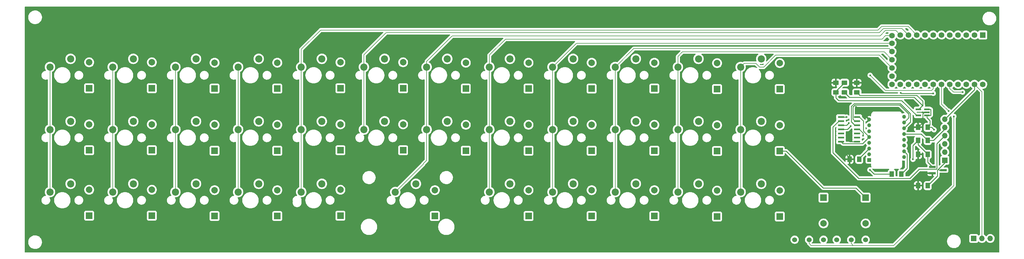
<source format=gbr>
G04 #@! TF.GenerationSoftware,KiCad,Pcbnew,(6.0.7)*
G04 #@! TF.CreationDate,2022-11-03T11:15:42-07:00*
G04 #@! TF.ProjectId,alpha29_pmw3360,616c7068-6132-4395-9f70-6d7733333630,rev?*
G04 #@! TF.SameCoordinates,Original*
G04 #@! TF.FileFunction,Copper,L2,Bot*
G04 #@! TF.FilePolarity,Positive*
%FSLAX46Y46*%
G04 Gerber Fmt 4.6, Leading zero omitted, Abs format (unit mm)*
G04 Created by KiCad (PCBNEW (6.0.7)) date 2022-11-03 11:15:42*
%MOMM*%
%LPD*%
G01*
G04 APERTURE LIST*
G04 Aperture macros list*
%AMRoundRect*
0 Rectangle with rounded corners*
0 $1 Rounding radius*
0 $2 $3 $4 $5 $6 $7 $8 $9 X,Y pos of 4 corners*
0 Add a 4 corners polygon primitive as box body*
4,1,4,$2,$3,$4,$5,$6,$7,$8,$9,$2,$3,0*
0 Add four circle primitives for the rounded corners*
1,1,$1+$1,$2,$3*
1,1,$1+$1,$4,$5*
1,1,$1+$1,$6,$7*
1,1,$1+$1,$8,$9*
0 Add four rect primitives between the rounded corners*
20,1,$1+$1,$2,$3,$4,$5,0*
20,1,$1+$1,$4,$5,$6,$7,0*
20,1,$1+$1,$6,$7,$8,$9,0*
20,1,$1+$1,$8,$9,$2,$3,0*%
G04 Aperture macros list end*
G04 #@! TA.AperFunction,ComponentPad*
%ADD10R,2.000000X2.000000*%
G04 #@! TD*
G04 #@! TA.AperFunction,ComponentPad*
%ADD11C,2.000000*%
G04 #@! TD*
G04 #@! TA.AperFunction,ComponentPad*
%ADD12C,2.200000*%
G04 #@! TD*
G04 #@! TA.AperFunction,ComponentPad*
%ADD13C,1.524000*%
G04 #@! TD*
G04 #@! TA.AperFunction,ComponentPad*
%ADD14R,1.752600X1.752600*%
G04 #@! TD*
G04 #@! TA.AperFunction,ComponentPad*
%ADD15C,1.752600*%
G04 #@! TD*
G04 #@! TA.AperFunction,ComponentPad*
%ADD16O,1.700000X1.700000*%
G04 #@! TD*
G04 #@! TA.AperFunction,ComponentPad*
%ADD17R,1.700000X1.700000*%
G04 #@! TD*
G04 #@! TA.AperFunction,ComponentPad*
%ADD18R,1.200000X1.200000*%
G04 #@! TD*
G04 #@! TA.AperFunction,ComponentPad*
%ADD19C,1.200000*%
G04 #@! TD*
G04 #@! TA.AperFunction,SMDPad,CuDef*
%ADD20RoundRect,0.250001X-0.462499X-0.624999X0.462499X-0.624999X0.462499X0.624999X-0.462499X0.624999X0*%
G04 #@! TD*
G04 #@! TA.AperFunction,SMDPad,CuDef*
%ADD21R,1.970000X0.600000*%
G04 #@! TD*
G04 #@! TA.AperFunction,SMDPad,CuDef*
%ADD22RoundRect,0.250001X0.462499X0.624999X-0.462499X0.624999X-0.462499X-0.624999X0.462499X-0.624999X0*%
G04 #@! TD*
G04 #@! TA.AperFunction,SMDPad,CuDef*
%ADD23R,2.000000X0.650000*%
G04 #@! TD*
G04 #@! TA.AperFunction,SMDPad,CuDef*
%ADD24R,1.800000X0.600000*%
G04 #@! TD*
G04 #@! TA.AperFunction,SMDPad,CuDef*
%ADD25RoundRect,0.250001X-0.624999X0.462499X-0.624999X-0.462499X0.624999X-0.462499X0.624999X0.462499X0*%
G04 #@! TD*
G04 #@! TA.AperFunction,SMDPad,CuDef*
%ADD26RoundRect,0.250001X0.624999X-0.462499X0.624999X0.462499X-0.624999X0.462499X-0.624999X-0.462499X0*%
G04 #@! TD*
G04 #@! TA.AperFunction,ViaPad*
%ADD27C,0.600000*%
G04 #@! TD*
G04 #@! TA.AperFunction,Conductor*
%ADD28C,0.200000*%
G04 #@! TD*
G04 #@! TA.AperFunction,Conductor*
%ADD29C,0.250000*%
G04 #@! TD*
G04 APERTURE END LIST*
D10*
X259270000Y-146228000D03*
D11*
X259270000Y-138228000D03*
D12*
X137477000Y-156452000D03*
X131127000Y-158992000D03*
D10*
X239966000Y-127051000D03*
D11*
X239966000Y-119051000D03*
D12*
X195516000Y-137148000D03*
X189166000Y-139688000D03*
X79565000Y-137148000D03*
X73215000Y-139688000D03*
X176212000Y-137148000D03*
X169862000Y-139688000D03*
D10*
X278574000Y-127178000D03*
D11*
X278574000Y-119178000D03*
D10*
X104584000Y-126924000D03*
D11*
X104584000Y-118924000D03*
D10*
X181927000Y-126924000D03*
D11*
X181927000Y-118924000D03*
D12*
X118173000Y-137148000D03*
X111823000Y-139688000D03*
D10*
X239966000Y-166421000D03*
D11*
X239966000Y-158421000D03*
D10*
X162623000Y-166294000D03*
D11*
X162623000Y-158294000D03*
D12*
X79565000Y-156452000D03*
X73215000Y-158992000D03*
X253555000Y-156452000D03*
X247205000Y-158992000D03*
D10*
X143192000Y-146228000D03*
D11*
X143192000Y-138228000D03*
D12*
X292163000Y-117844000D03*
X285813000Y-120384000D03*
D13*
X315404000Y-173724000D03*
X319849000Y-173724000D03*
X324294000Y-173724000D03*
D10*
X259270000Y-127051000D03*
D11*
X259270000Y-119051000D03*
D10*
X259270000Y-166421000D03*
D11*
X259270000Y-158421000D03*
D12*
X214820000Y-156452000D03*
X208470000Y-158992000D03*
X234251000Y-117844000D03*
X227901000Y-120384000D03*
X79565000Y-117844000D03*
X73215000Y-120384000D03*
X98869000Y-117844000D03*
X92519000Y-120384000D03*
D10*
X220535000Y-166421000D03*
D11*
X220535000Y-158421000D03*
D12*
X195516000Y-117844000D03*
X189166000Y-120384000D03*
X234251000Y-156452000D03*
X227901000Y-158992000D03*
D10*
X143192000Y-127051000D03*
D11*
X143192000Y-119051000D03*
D12*
X118173000Y-156452000D03*
X111823000Y-158992000D03*
D10*
X201231000Y-146228000D03*
D11*
X201231000Y-138228000D03*
D10*
X201231000Y-127051000D03*
D11*
X201231000Y-119051000D03*
D12*
X234251000Y-137148000D03*
X227901000Y-139688000D03*
D10*
X85280000Y-146101000D03*
D11*
X85280000Y-138101000D03*
D10*
X104584000Y-146101000D03*
D11*
X104584000Y-138101000D03*
D10*
X123888000Y-146228000D03*
D11*
X123888000Y-138228000D03*
D10*
X181927000Y-146101000D03*
D11*
X181927000Y-138101000D03*
D12*
X185864000Y-156452000D03*
X179514000Y-158992000D03*
X214820000Y-137148000D03*
X208470000Y-139688000D03*
D10*
X220535000Y-146228000D03*
D11*
X220535000Y-138228000D03*
D14*
X360362000Y-110478000D03*
D15*
X357822000Y-110478000D03*
X355282000Y-110478000D03*
X352742000Y-110478000D03*
X350202000Y-110478000D03*
X347662000Y-110478000D03*
X345122000Y-110478000D03*
X342582000Y-110478000D03*
X340042000Y-110478000D03*
X337502000Y-110478000D03*
X334962000Y-110478000D03*
X332422000Y-110706600D03*
X332422000Y-125718000D03*
X334962000Y-125718000D03*
X337502000Y-125718000D03*
X340042000Y-125718000D03*
X342582000Y-125718000D03*
X345122000Y-125718000D03*
X347662000Y-125718000D03*
X350202000Y-125718000D03*
X352742000Y-125718000D03*
X355282000Y-125718000D03*
X357822000Y-125718000D03*
X360362000Y-125718000D03*
X332422000Y-113018000D03*
X332422000Y-115558000D03*
X332422000Y-118098000D03*
X332422000Y-120638000D03*
X332422000Y-123178000D03*
D10*
X278574000Y-166548000D03*
D11*
X278574000Y-158548000D03*
D13*
X302450000Y-173724000D03*
X306895000Y-173724000D03*
X311340000Y-173724000D03*
D10*
X162623000Y-126924000D03*
D11*
X162623000Y-118924000D03*
D12*
X292163000Y-156452000D03*
X285813000Y-158992000D03*
D10*
X297878000Y-166548000D03*
D11*
X297878000Y-158548000D03*
D12*
X156908000Y-117844000D03*
X150558000Y-120384000D03*
D10*
X278574000Y-146355000D03*
D11*
X278574000Y-138355000D03*
D10*
X311340000Y-160707000D03*
D11*
X311340000Y-168707000D03*
D10*
X123888000Y-127051000D03*
D11*
X123888000Y-119051000D03*
D10*
X297878000Y-127178000D03*
D11*
X297878000Y-119178000D03*
D12*
X214820000Y-117844000D03*
X208470000Y-120384000D03*
X98869000Y-156452000D03*
X92519000Y-158992000D03*
X137477000Y-117844000D03*
X131127000Y-120384000D03*
D10*
X162623000Y-146101000D03*
D11*
X162623000Y-138101000D03*
D10*
X191706000Y-166421000D03*
D11*
X191706000Y-158421000D03*
D10*
X220535000Y-127051000D03*
D11*
X220535000Y-119051000D03*
D16*
X348685000Y-136477000D03*
X348685000Y-139017000D03*
X348685000Y-141557000D03*
X348685000Y-144097000D03*
X348685000Y-146637000D03*
D17*
X348685000Y-149177000D03*
D12*
X272859000Y-156452000D03*
X266509000Y-158992000D03*
X253555000Y-117844000D03*
X247205000Y-120384000D03*
D10*
X324294000Y-160707000D03*
D11*
X324294000Y-168707000D03*
D12*
X98869000Y-137148000D03*
X92519000Y-139688000D03*
D10*
X123888000Y-166421000D03*
D11*
X123888000Y-158421000D03*
D10*
X85280000Y-166294000D03*
D11*
X85280000Y-158294000D03*
D10*
X297878000Y-146355000D03*
D11*
X297878000Y-138355000D03*
D12*
X156908000Y-156452000D03*
X150558000Y-158992000D03*
X118173000Y-117844000D03*
X111823000Y-120384000D03*
D10*
X143192000Y-166421000D03*
D11*
X143192000Y-158421000D03*
D12*
X272859000Y-137148000D03*
X266509000Y-139688000D03*
D10*
X104584000Y-166294000D03*
D11*
X104584000Y-158294000D03*
D10*
X85280000Y-126924000D03*
D11*
X85280000Y-118924000D03*
D12*
X253555000Y-137148000D03*
X247205000Y-139688000D03*
D10*
X239966000Y-146228000D03*
D11*
X239966000Y-138228000D03*
D12*
X156908000Y-137148000D03*
X150558000Y-139688000D03*
X176212000Y-117844000D03*
X169862000Y-120384000D03*
X137477000Y-137148000D03*
X131127000Y-139688000D03*
D17*
X357583000Y-173343000D03*
D16*
X360123000Y-173343000D03*
X362663000Y-173343000D03*
D12*
X292163000Y-137148000D03*
X285813000Y-139688000D03*
X272859000Y-117844000D03*
X266509000Y-120384000D03*
D18*
X325421000Y-149095000D03*
D19*
X325421000Y-147315000D03*
X325421000Y-145535000D03*
X325421000Y-143755000D03*
X325421000Y-141975000D03*
X325421000Y-140195000D03*
X325421000Y-138415000D03*
X325421000Y-136635000D03*
X336121000Y-135745000D03*
X336121000Y-137525000D03*
X336121000Y-139305000D03*
X336121000Y-141085000D03*
X336121000Y-142865000D03*
X336121000Y-144645000D03*
X336121000Y-146425000D03*
X336121000Y-148205000D03*
D20*
X340432500Y-143071000D03*
X343407500Y-143071000D03*
D21*
X321685000Y-135817000D03*
X321685000Y-137087000D03*
X321685000Y-138357000D03*
X321685000Y-139627000D03*
X321685000Y-140897000D03*
X321685000Y-142167000D03*
X321685000Y-143437000D03*
X316735000Y-143437000D03*
X316735000Y-142167000D03*
X316735000Y-140897000D03*
X316735000Y-139627000D03*
X316735000Y-138357000D03*
X316735000Y-137087000D03*
X316735000Y-135817000D03*
D22*
X322325500Y-148913000D03*
X319350500Y-148913000D03*
D23*
X344850000Y-153177000D03*
X344850000Y-151277000D03*
X348270000Y-152227000D03*
D22*
X343407500Y-157041000D03*
X340432500Y-157041000D03*
D24*
X343160000Y-133427000D03*
X343160000Y-134377000D03*
X343160000Y-135327000D03*
X340560000Y-135327000D03*
X340560000Y-133427000D03*
D22*
X343407500Y-139007000D03*
X340432500Y-139007000D03*
D25*
X317800000Y-125227000D03*
X317800000Y-128202000D03*
D26*
X321600000Y-128252000D03*
X321600000Y-125277000D03*
X315150000Y-128202000D03*
X315150000Y-125227000D03*
D22*
X343407500Y-147389000D03*
X340432500Y-147389000D03*
D20*
X332322500Y-153427000D03*
X335297500Y-153427000D03*
D27*
X349821000Y-133973000D03*
X354139000Y-128131000D03*
X325691000Y-122924000D03*
X351472000Y-135624000D03*
X339610000Y-137077000D03*
X315710000Y-151277000D03*
X321310000Y-132727000D03*
X338460000Y-143177000D03*
X319510000Y-143327000D03*
X318044000Y-147135000D03*
X318410000Y-135827000D03*
X345358990Y-139769000D03*
X338872000Y-148913000D03*
X319710000Y-138627000D03*
X335089000Y-128385000D03*
X319110000Y-137727000D03*
X345122000Y-128512000D03*
X325622764Y-152139764D03*
X341810000Y-132277000D03*
X323510000Y-141627000D03*
D28*
X306895000Y-173724000D02*
X306895000Y-174867000D01*
X169862000Y-120384000D02*
X169862000Y-139688000D01*
X328485000Y-116701000D02*
X332422000Y-120638000D01*
X285813000Y-120384000D02*
X286956000Y-119241000D01*
X351345000Y-128131000D02*
X354139000Y-128131000D01*
X332422000Y-110706600D02*
X330415400Y-110706600D01*
X332422000Y-115558000D02*
X331533000Y-114669000D01*
X333565000Y-109081000D02*
X330390000Y-109081000D01*
X344614000Y-127623000D02*
X330390000Y-127623000D01*
X285813000Y-120384000D02*
X285813000Y-158992000D01*
X213423000Y-111748000D02*
X208470000Y-116701000D01*
X307530000Y-175502000D02*
X320484000Y-175502000D01*
X227901000Y-120384000D02*
X227901000Y-158992000D01*
X150558000Y-120384000D02*
X150558000Y-158992000D01*
X188150000Y-150229000D02*
X188150000Y-150356000D01*
X331533000Y-114669000D02*
X252920000Y-114669000D01*
X156527000Y-108954000D02*
X150558000Y-114923000D01*
X360123000Y-128019000D02*
X357822000Y-125718000D01*
X247205000Y-120384000D02*
X247205000Y-158992000D01*
X208470000Y-116701000D02*
X208470000Y-120384000D01*
X330390000Y-127623000D02*
X325691000Y-122924000D01*
X330390000Y-109081000D02*
X328739000Y-110732000D01*
X350202000Y-126988000D02*
X351345000Y-128131000D01*
X267906000Y-115685000D02*
X266509000Y-117082000D01*
D29*
X348685000Y-136477000D02*
X357822000Y-127340000D01*
D28*
X208470000Y-120384000D02*
X208470000Y-158992000D01*
X188150000Y-150356000D02*
X179514000Y-158992000D01*
X347662000Y-125718000D02*
X347662000Y-131814000D01*
X329755000Y-108446000D02*
X328485000Y-109716000D01*
D29*
X299846000Y-146355000D02*
X311213000Y-157722000D01*
X321309000Y-157722000D02*
X324294000Y-160707000D01*
D28*
X332930000Y-175502000D02*
X336041500Y-172390500D01*
X350202000Y-125718000D02*
X350202000Y-126988000D01*
X189166000Y-120384000D02*
X189166000Y-139688000D01*
X332422000Y-113018000D02*
X235267000Y-113018000D01*
X337502000Y-110478000D02*
X335470000Y-108446000D01*
X111823000Y-120384000D02*
X111823000Y-158992000D01*
X320484000Y-175502000D02*
X332930000Y-175502000D01*
X197040000Y-110732000D02*
X189166000Y-118606000D01*
X235267000Y-113018000D02*
X227901000Y-120384000D01*
X131127000Y-120384000D02*
X131127000Y-158992000D01*
X73215000Y-120384000D02*
X73215000Y-158992000D01*
X329374000Y-111748000D02*
X213423000Y-111748000D01*
X328485000Y-109716000D02*
X176720000Y-109716000D01*
X345122000Y-125718000D02*
X345122000Y-127115000D01*
X349948000Y-158484000D02*
X336041500Y-172390500D01*
X334962000Y-110478000D02*
X333565000Y-109081000D01*
X340042000Y-110478000D02*
X337375000Y-107811000D01*
X169862000Y-116574000D02*
X169862000Y-120384000D01*
X189166000Y-118606000D02*
X189166000Y-120384000D01*
X252920000Y-114669000D02*
X247205000Y-120384000D01*
X351472000Y-135624000D02*
X351472000Y-156960000D01*
X176720000Y-109716000D02*
X169862000Y-116574000D01*
X347662000Y-131814000D02*
X349821000Y-133973000D01*
X328739000Y-110732000D02*
X197040000Y-110732000D01*
X292925000Y-120384000D02*
X296608000Y-116701000D01*
X351472000Y-156960000D02*
X349948000Y-158484000D01*
X296608000Y-116701000D02*
X328485000Y-116701000D01*
X330415400Y-110706600D02*
X329374000Y-111748000D01*
X189166000Y-149213000D02*
X188150000Y-150229000D01*
X189166000Y-139688000D02*
X189166000Y-149213000D01*
X330009000Y-115685000D02*
X267906000Y-115685000D01*
X329247000Y-107811000D02*
X328104000Y-108954000D01*
X92519000Y-120384000D02*
X92519000Y-158992000D01*
D29*
X311213000Y-157722000D02*
X321309000Y-157722000D01*
D28*
X150558000Y-114923000D02*
X150558000Y-120384000D01*
X319849000Y-174867000D02*
X320484000Y-175502000D01*
X336041500Y-172390500D02*
X334454000Y-173978000D01*
X266509000Y-117082000D02*
X266509000Y-120384000D01*
X360123000Y-173343000D02*
X360123000Y-128019000D01*
D29*
X297878000Y-146355000D02*
X299846000Y-146355000D01*
D28*
X328104000Y-108954000D02*
X156527000Y-108954000D01*
X306895000Y-174867000D02*
X307530000Y-175502000D01*
X290512000Y-119241000D02*
X291655000Y-120384000D01*
X332422000Y-118098000D02*
X330009000Y-115685000D01*
X319849000Y-173724000D02*
X319849000Y-174867000D01*
X335470000Y-108446000D02*
X329755000Y-108446000D01*
X291655000Y-120384000D02*
X292925000Y-120384000D01*
D29*
X357822000Y-127340000D02*
X357822000Y-125718000D01*
D28*
X266509000Y-120384000D02*
X266509000Y-158992000D01*
X286956000Y-119241000D02*
X290512000Y-119241000D01*
X345122000Y-127115000D02*
X344614000Y-127623000D01*
X337375000Y-107811000D02*
X329247000Y-107811000D01*
D29*
X340432500Y-139007000D02*
X340432500Y-137899500D01*
X340432500Y-137899500D02*
X339610000Y-137077000D01*
X321685000Y-143437000D02*
X319620000Y-143437000D01*
X341860000Y-134827000D02*
X342310000Y-134377000D01*
X342310000Y-134377000D02*
X343160000Y-134377000D01*
X340432500Y-139007000D02*
X341860000Y-137579500D01*
X341860000Y-137579500D02*
X341860000Y-134827000D01*
X325421000Y-136635000D02*
X321513000Y-132727000D01*
X319350500Y-148913000D02*
X319350500Y-148441500D01*
X319620000Y-143437000D02*
X319510000Y-143327000D01*
X321513000Y-132727000D02*
X321310000Y-132727000D01*
X319350500Y-148441500D02*
X318044000Y-147135000D01*
X343160000Y-136027000D02*
X344085011Y-136952011D01*
X343160000Y-135327000D02*
X343160000Y-136027000D01*
X344310000Y-135327000D02*
X343160000Y-135327000D01*
X344385011Y-135251989D02*
X344310000Y-135327000D01*
X316745000Y-135827000D02*
X316735000Y-135817000D01*
X344385011Y-133502011D02*
X344385011Y-135251989D01*
X346403215Y-152270215D02*
X346728215Y-151945215D01*
X344085011Y-138329489D02*
X343407500Y-139007000D01*
X344310000Y-133427000D02*
X344385011Y-133502011D01*
X318410000Y-135827000D02*
X316745000Y-135827000D01*
X347010000Y-152227000D02*
X346728215Y-151945215D01*
X343407500Y-157041000D02*
X346403215Y-154045285D01*
X343160000Y-133427000D02*
X344310000Y-133427000D01*
X344596990Y-139007000D02*
X345358990Y-139769000D01*
X344085011Y-136952011D02*
X344085011Y-138329489D01*
X348685000Y-149988431D02*
X348685000Y-149177000D01*
X343122000Y-138721500D02*
X343407500Y-139007000D01*
X343407500Y-139007000D02*
X344596990Y-139007000D01*
X346728215Y-151945215D02*
X348685000Y-149988431D01*
X348270000Y-152227000D02*
X347010000Y-152227000D01*
X346403215Y-154045285D02*
X346403215Y-152270215D01*
X323333989Y-144062011D02*
X325421000Y-141975000D01*
X344845000Y-151277000D02*
X343407500Y-149839500D01*
X317360011Y-144062011D02*
X323333989Y-144062011D01*
X340432500Y-143071000D02*
X340432500Y-144414000D01*
X323610000Y-137057000D02*
X323610000Y-140164000D01*
X340432500Y-144414000D02*
X343407500Y-147389000D01*
X340432500Y-143071000D02*
X338872000Y-144631500D01*
X316735000Y-143437000D02*
X317360011Y-144062011D01*
X343407500Y-147389000D02*
X343407500Y-149839500D01*
X323610000Y-140164000D02*
X325421000Y-141975000D01*
X338872000Y-144631500D02*
X338872000Y-148913000D01*
X321685000Y-135817000D02*
X322370000Y-135817000D01*
X344850000Y-151277000D02*
X344845000Y-151277000D01*
X322370000Y-135817000D02*
X323610000Y-137057000D01*
X322325500Y-148630500D02*
X325421000Y-145535000D01*
X322325500Y-148913000D02*
X322325500Y-148630500D01*
X318710000Y-139627000D02*
X319710000Y-138627000D01*
X316735000Y-139627000D02*
X318710000Y-139627000D01*
X318480000Y-138357000D02*
X319110000Y-137727000D01*
X335216000Y-128512000D02*
X335089000Y-128385000D01*
X316735000Y-138357000D02*
X318480000Y-138357000D01*
X345122000Y-128512000D02*
X335216000Y-128512000D01*
X346175011Y-144066989D02*
X346175011Y-151862009D01*
X340783578Y-151927011D02*
X337933589Y-154777000D01*
X346175011Y-151862009D02*
X346110009Y-151927011D01*
X346110009Y-151927011D02*
X340783578Y-151927011D01*
X314234000Y-138903000D02*
X316050000Y-137087000D01*
X348685000Y-141557000D02*
X346175011Y-144066989D01*
X322130000Y-154777000D02*
X314234000Y-146881000D01*
X316050000Y-137087000D02*
X316735000Y-137087000D01*
X337933589Y-154777000D02*
X322130000Y-154777000D01*
X314234000Y-146881000D02*
X314234000Y-138903000D01*
X319311000Y-129713000D02*
X339246000Y-129713000D01*
X340560000Y-133427000D02*
X340660000Y-133427000D01*
X332322500Y-153427000D02*
X326910000Y-153427000D01*
X340042000Y-129147000D02*
X341860000Y-130965000D01*
X341860000Y-130965000D02*
X341860000Y-132227000D01*
X322495000Y-129147000D02*
X340042000Y-129147000D01*
X341860000Y-132227000D02*
X341810000Y-132277000D01*
X339615000Y-130082000D02*
X340186500Y-130653500D01*
X340186500Y-130653500D02*
X341810000Y-132277000D01*
X339246000Y-129713000D02*
X340186500Y-130653500D01*
X321600000Y-128252000D02*
X322495000Y-129147000D01*
X326910000Y-153427000D02*
X325622764Y-152139764D01*
X317800000Y-128202000D02*
X319311000Y-129713000D01*
X340660000Y-133427000D02*
X341810000Y-132277000D01*
X320374989Y-136461989D02*
X320374989Y-132737009D01*
X320374989Y-132737009D02*
X321009999Y-132101999D01*
X337602000Y-134943000D02*
X337602000Y-136044000D01*
X334760999Y-132101999D02*
X337602000Y-134943000D01*
X337602000Y-136044000D02*
X336121000Y-137525000D01*
X321009999Y-132101999D02*
X334760999Y-132101999D01*
X321000000Y-137087000D02*
X320374989Y-136461989D01*
X321685000Y-137087000D02*
X321000000Y-137087000D01*
X319910000Y-137267000D02*
X319910000Y-132565587D01*
X321000000Y-138357000D02*
X319910000Y-137267000D01*
X320823599Y-131651988D02*
X334947400Y-131651988D01*
X338110000Y-134814588D02*
X338110000Y-137316000D01*
X338110000Y-137316000D02*
X336121000Y-139305000D01*
X334947400Y-131651988D02*
X338110000Y-134814588D01*
X321685000Y-138357000D02*
X321000000Y-138357000D01*
X319910000Y-132565587D02*
X320823599Y-131651988D01*
X341421500Y-141085000D02*
X336121000Y-141085000D01*
X345180500Y-143071000D02*
X348685000Y-139566500D01*
X343407500Y-143071000D02*
X341421500Y-141085000D01*
X343407500Y-143071000D02*
X345180500Y-143071000D01*
X348685000Y-139566500D02*
X348685000Y-139017000D01*
X323510000Y-141627000D02*
X323510000Y-140767000D01*
X322370000Y-139627000D02*
X321685000Y-139627000D01*
X323510000Y-140767000D02*
X322370000Y-139627000D01*
X315953020Y-130712020D02*
X324379980Y-130712020D01*
X315150000Y-128202000D02*
X315150000Y-127877000D01*
X315150000Y-129909000D02*
X315953020Y-130712020D01*
X315150000Y-128202000D02*
X315150000Y-129909000D01*
X315150000Y-127877000D02*
X317800000Y-125227000D01*
X335410000Y-130712020D02*
X340024980Y-135327000D01*
X324379980Y-130712020D02*
X335410000Y-130712020D01*
X340024980Y-135327000D02*
X340560000Y-135327000D01*
X323446020Y-130712020D02*
X324379980Y-130712020D01*
X336121000Y-146425000D02*
X337046011Y-147350011D01*
X337046011Y-147350011D02*
X337046011Y-151678489D01*
X337046011Y-151678489D02*
X335297500Y-153427000D01*
G04 #@! TA.AperFunction,Conductor*
G36*
X365383621Y-101735502D02*
G01*
X365430114Y-101789158D01*
X365441500Y-101841500D01*
X365441500Y-177534500D01*
X365421498Y-177602621D01*
X365367842Y-177649114D01*
X365315500Y-177660500D01*
X65594500Y-177660500D01*
X65526379Y-177640498D01*
X65479886Y-177586842D01*
X65468500Y-177534500D01*
X65468500Y-174618703D01*
X66533743Y-174618703D01*
X66534302Y-174622947D01*
X66534302Y-174622951D01*
X66544595Y-174701131D01*
X66571268Y-174903734D01*
X66572401Y-174907874D01*
X66572401Y-174907876D01*
X66586895Y-174960858D01*
X66647129Y-175181036D01*
X66648813Y-175184984D01*
X66711231Y-175331319D01*
X66759923Y-175445476D01*
X66771693Y-175465142D01*
X66899529Y-175678740D01*
X66907561Y-175692161D01*
X67087313Y-175916528D01*
X67133626Y-175960477D01*
X67276349Y-176095916D01*
X67295851Y-176114423D01*
X67529317Y-176282186D01*
X67533112Y-176284195D01*
X67533113Y-176284196D01*
X67554869Y-176295715D01*
X67783392Y-176416712D01*
X68053373Y-176515511D01*
X68334264Y-176576755D01*
X68362841Y-176579004D01*
X68557282Y-176594307D01*
X68557291Y-176594307D01*
X68559739Y-176594500D01*
X68715271Y-176594500D01*
X68717407Y-176594354D01*
X68717418Y-176594354D01*
X68925548Y-176580165D01*
X68925554Y-176580164D01*
X68929825Y-176579873D01*
X68934020Y-176579004D01*
X68934022Y-176579004D01*
X69070584Y-176550723D01*
X69211342Y-176521574D01*
X69482343Y-176425607D01*
X69737812Y-176293750D01*
X69741313Y-176291289D01*
X69741317Y-176291287D01*
X69914401Y-176169641D01*
X69973023Y-176128441D01*
X70078747Y-176030196D01*
X70180479Y-175935661D01*
X70180481Y-175935658D01*
X70183622Y-175932740D01*
X70365713Y-175710268D01*
X70515927Y-175465142D01*
X70519823Y-175456268D01*
X70629757Y-175205830D01*
X70631483Y-175201898D01*
X70710244Y-174925406D01*
X70745687Y-174676368D01*
X70750146Y-174645036D01*
X70750146Y-174645034D01*
X70750751Y-174640784D01*
X70750845Y-174622951D01*
X70752235Y-174357583D01*
X70752235Y-174357576D01*
X70752257Y-174353297D01*
X70737491Y-174241134D01*
X70724661Y-174143688D01*
X70714732Y-174068266D01*
X70638871Y-173790964D01*
X70610308Y-173724000D01*
X301174647Y-173724000D01*
X301194022Y-173945463D01*
X301206123Y-173990625D01*
X301248316Y-174148088D01*
X301251560Y-174160196D01*
X301253882Y-174165177D01*
X301253883Y-174165178D01*
X301343186Y-174356689D01*
X301343189Y-174356694D01*
X301345512Y-174361676D01*
X301348668Y-174366183D01*
X301348669Y-174366185D01*
X301453692Y-174516173D01*
X301473023Y-174543781D01*
X301630219Y-174700977D01*
X301634727Y-174704134D01*
X301634730Y-174704136D01*
X301686973Y-174740717D01*
X301812323Y-174828488D01*
X301817305Y-174830811D01*
X301817310Y-174830814D01*
X301980431Y-174906878D01*
X302013804Y-174922440D01*
X302019112Y-174923862D01*
X302019114Y-174923863D01*
X302024873Y-174925406D01*
X302228537Y-174979978D01*
X302450000Y-174999353D01*
X302671463Y-174979978D01*
X302875127Y-174925406D01*
X302880886Y-174923863D01*
X302880888Y-174923862D01*
X302886196Y-174922440D01*
X302919569Y-174906878D01*
X303082690Y-174830814D01*
X303082695Y-174830811D01*
X303087677Y-174828488D01*
X303213027Y-174740717D01*
X303265270Y-174704136D01*
X303265273Y-174704134D01*
X303269781Y-174700977D01*
X303426977Y-174543781D01*
X303446309Y-174516173D01*
X303551331Y-174366185D01*
X303551332Y-174366183D01*
X303554488Y-174361676D01*
X303556811Y-174356694D01*
X303556814Y-174356689D01*
X303646117Y-174165178D01*
X303646118Y-174165177D01*
X303648440Y-174160196D01*
X303651685Y-174148088D01*
X303693877Y-173990625D01*
X303705978Y-173945463D01*
X303725353Y-173724000D01*
X303705978Y-173502537D01*
X303667503Y-173358949D01*
X303649863Y-173293114D01*
X303649862Y-173293112D01*
X303648440Y-173287804D01*
X303637986Y-173265386D01*
X303556814Y-173091311D01*
X303556811Y-173091306D01*
X303554488Y-173086324D01*
X303551331Y-173081815D01*
X303430136Y-172908730D01*
X303430134Y-172908727D01*
X303426977Y-172904219D01*
X303269781Y-172747023D01*
X303265273Y-172743866D01*
X303265270Y-172743864D01*
X303159324Y-172669680D01*
X303087677Y-172619512D01*
X303082695Y-172617189D01*
X303082690Y-172617186D01*
X302891178Y-172527883D01*
X302891177Y-172527882D01*
X302886196Y-172525560D01*
X302880888Y-172524138D01*
X302880886Y-172524137D01*
X302751257Y-172489403D01*
X302671463Y-172468022D01*
X302450000Y-172448647D01*
X302228537Y-172468022D01*
X302148743Y-172489403D01*
X302019114Y-172524137D01*
X302019112Y-172524138D01*
X302013804Y-172525560D01*
X302008823Y-172527882D01*
X302008822Y-172527883D01*
X301817311Y-172617186D01*
X301817306Y-172617189D01*
X301812324Y-172619512D01*
X301807817Y-172622668D01*
X301807815Y-172622669D01*
X301634730Y-172743864D01*
X301634727Y-172743866D01*
X301630219Y-172747023D01*
X301473023Y-172904219D01*
X301469866Y-172908727D01*
X301469864Y-172908730D01*
X301348669Y-173081815D01*
X301345512Y-173086324D01*
X301343189Y-173091306D01*
X301343186Y-173091311D01*
X301262014Y-173265386D01*
X301251560Y-173287804D01*
X301250138Y-173293112D01*
X301250137Y-173293114D01*
X301232497Y-173358949D01*
X301194022Y-173502537D01*
X301174647Y-173724000D01*
X70610308Y-173724000D01*
X70570670Y-173631069D01*
X70527763Y-173530476D01*
X70527761Y-173530472D01*
X70526077Y-173526524D01*
X70378439Y-173279839D01*
X70198687Y-173055472D01*
X70044043Y-172908720D01*
X69993258Y-172860527D01*
X69993255Y-172860525D01*
X69990149Y-172857577D01*
X69756683Y-172689814D01*
X69734843Y-172678250D01*
X69629868Y-172622669D01*
X69502608Y-172555288D01*
X69268034Y-172469446D01*
X69236658Y-172457964D01*
X69236656Y-172457963D01*
X69232627Y-172456489D01*
X68951736Y-172395245D01*
X68920685Y-172392801D01*
X68728718Y-172377693D01*
X68728709Y-172377693D01*
X68726261Y-172377500D01*
X68570729Y-172377500D01*
X68568593Y-172377646D01*
X68568582Y-172377646D01*
X68360452Y-172391835D01*
X68360446Y-172391836D01*
X68356175Y-172392127D01*
X68351980Y-172392996D01*
X68351978Y-172392996D01*
X68215417Y-172421276D01*
X68074658Y-172450426D01*
X67803657Y-172546393D01*
X67799848Y-172548359D01*
X67574755Y-172664538D01*
X67548188Y-172678250D01*
X67544687Y-172680711D01*
X67544683Y-172680713D01*
X67454829Y-172743864D01*
X67312977Y-172843559D01*
X67297892Y-172857577D01*
X67116821Y-173025839D01*
X67102378Y-173039260D01*
X66920287Y-173261732D01*
X66770073Y-173506858D01*
X66768347Y-173510791D01*
X66768346Y-173510792D01*
X66677158Y-173718525D01*
X66654517Y-173770102D01*
X66653342Y-173774229D01*
X66653341Y-173774230D01*
X66631913Y-173849453D01*
X66575756Y-174046594D01*
X66535249Y-174331216D01*
X66535227Y-174335505D01*
X66535226Y-174335512D01*
X66533976Y-174574181D01*
X66533743Y-174618703D01*
X65468500Y-174618703D01*
X65468500Y-169929821D01*
X168915500Y-169929821D01*
X168955060Y-170242975D01*
X169033557Y-170548702D01*
X169149753Y-170842179D01*
X169301816Y-171118779D01*
X169487346Y-171374140D01*
X169703418Y-171604233D01*
X169946625Y-171805432D01*
X170213131Y-171974562D01*
X170216710Y-171976246D01*
X170216717Y-171976250D01*
X170495144Y-172107267D01*
X170495148Y-172107269D01*
X170498734Y-172108956D01*
X170502506Y-172110182D01*
X170502507Y-172110182D01*
X170597075Y-172140909D01*
X170798928Y-172206495D01*
X171108980Y-172265641D01*
X171345162Y-172280500D01*
X171502838Y-172280500D01*
X171739020Y-172265641D01*
X172049072Y-172206495D01*
X172250925Y-172140909D01*
X172345493Y-172110182D01*
X172345494Y-172110182D01*
X172349266Y-172108956D01*
X172352852Y-172107269D01*
X172352856Y-172107267D01*
X172631283Y-171976250D01*
X172631290Y-171976246D01*
X172634869Y-171974562D01*
X172901375Y-171805432D01*
X173144582Y-171604233D01*
X173360654Y-171374140D01*
X173546184Y-171118779D01*
X173698247Y-170842179D01*
X173814443Y-170548702D01*
X173892940Y-170242975D01*
X173932500Y-169929821D01*
X192715500Y-169929821D01*
X192755060Y-170242975D01*
X192833557Y-170548702D01*
X192949753Y-170842179D01*
X193101816Y-171118779D01*
X193287346Y-171374140D01*
X193503418Y-171604233D01*
X193746625Y-171805432D01*
X194013131Y-171974562D01*
X194016710Y-171976246D01*
X194016717Y-171976250D01*
X194295144Y-172107267D01*
X194295148Y-172107269D01*
X194298734Y-172108956D01*
X194302506Y-172110182D01*
X194302507Y-172110182D01*
X194397075Y-172140909D01*
X194598928Y-172206495D01*
X194908980Y-172265641D01*
X195145162Y-172280500D01*
X195302838Y-172280500D01*
X195539020Y-172265641D01*
X195849072Y-172206495D01*
X196050925Y-172140909D01*
X196145493Y-172110182D01*
X196145494Y-172110182D01*
X196149266Y-172108956D01*
X196152852Y-172107269D01*
X196152856Y-172107267D01*
X196431283Y-171976250D01*
X196431290Y-171976246D01*
X196434869Y-171974562D01*
X196701375Y-171805432D01*
X196944582Y-171604233D01*
X197160654Y-171374140D01*
X197346184Y-171118779D01*
X197498247Y-170842179D01*
X197614443Y-170548702D01*
X197692940Y-170242975D01*
X197732500Y-169929821D01*
X197732500Y-169614179D01*
X197692940Y-169301025D01*
X197614443Y-168995298D01*
X197592065Y-168938777D01*
X197500298Y-168707000D01*
X309826835Y-168707000D01*
X309845465Y-168943711D01*
X309846619Y-168948518D01*
X309846620Y-168948524D01*
X309857850Y-168995298D01*
X309900895Y-169174594D01*
X309902788Y-169179165D01*
X309902789Y-169179167D01*
X309951676Y-169297190D01*
X309991760Y-169393963D01*
X309994346Y-169398183D01*
X310113241Y-169592202D01*
X310113245Y-169592208D01*
X310115824Y-169596416D01*
X310270031Y-169776969D01*
X310450584Y-169931176D01*
X310454792Y-169933755D01*
X310454798Y-169933759D01*
X310648817Y-170052654D01*
X310653037Y-170055240D01*
X310657607Y-170057133D01*
X310657611Y-170057135D01*
X310867833Y-170144211D01*
X310872406Y-170146105D01*
X310952609Y-170165360D01*
X311098476Y-170200380D01*
X311098482Y-170200381D01*
X311103289Y-170201535D01*
X311340000Y-170220165D01*
X311576711Y-170201535D01*
X311581518Y-170200381D01*
X311581524Y-170200380D01*
X311727391Y-170165360D01*
X311807594Y-170146105D01*
X311812167Y-170144211D01*
X312022389Y-170057135D01*
X312022393Y-170057133D01*
X312026963Y-170055240D01*
X312031183Y-170052654D01*
X312225202Y-169933759D01*
X312225208Y-169933755D01*
X312229416Y-169931176D01*
X312409969Y-169776969D01*
X312564176Y-169596416D01*
X312566755Y-169592208D01*
X312566759Y-169592202D01*
X312685654Y-169398183D01*
X312688240Y-169393963D01*
X312728325Y-169297190D01*
X312777211Y-169179167D01*
X312777212Y-169179165D01*
X312779105Y-169174594D01*
X312822150Y-168995298D01*
X312833380Y-168948524D01*
X312833381Y-168948518D01*
X312834535Y-168943711D01*
X312853165Y-168707000D01*
X322780835Y-168707000D01*
X322799465Y-168943711D01*
X322800619Y-168948518D01*
X322800620Y-168948524D01*
X322811850Y-168995298D01*
X322854895Y-169174594D01*
X322856788Y-169179165D01*
X322856789Y-169179167D01*
X322905676Y-169297190D01*
X322945760Y-169393963D01*
X322948346Y-169398183D01*
X323067241Y-169592202D01*
X323067245Y-169592208D01*
X323069824Y-169596416D01*
X323224031Y-169776969D01*
X323404584Y-169931176D01*
X323408792Y-169933755D01*
X323408798Y-169933759D01*
X323602817Y-170052654D01*
X323607037Y-170055240D01*
X323611607Y-170057133D01*
X323611611Y-170057135D01*
X323821833Y-170144211D01*
X323826406Y-170146105D01*
X323906609Y-170165360D01*
X324052476Y-170200380D01*
X324052482Y-170200381D01*
X324057289Y-170201535D01*
X324294000Y-170220165D01*
X324530711Y-170201535D01*
X324535518Y-170200381D01*
X324535524Y-170200380D01*
X324681391Y-170165360D01*
X324761594Y-170146105D01*
X324766167Y-170144211D01*
X324976389Y-170057135D01*
X324976393Y-170057133D01*
X324980963Y-170055240D01*
X324985183Y-170052654D01*
X325179202Y-169933759D01*
X325179208Y-169933755D01*
X325183416Y-169931176D01*
X325363969Y-169776969D01*
X325518176Y-169596416D01*
X325520755Y-169592208D01*
X325520759Y-169592202D01*
X325639654Y-169398183D01*
X325642240Y-169393963D01*
X325682325Y-169297190D01*
X325731211Y-169179167D01*
X325731212Y-169179165D01*
X325733105Y-169174594D01*
X325776150Y-168995298D01*
X325787380Y-168948524D01*
X325787381Y-168948518D01*
X325788535Y-168943711D01*
X325807165Y-168707000D01*
X325788535Y-168470289D01*
X325777716Y-168425221D01*
X325734260Y-168244218D01*
X325733105Y-168239406D01*
X325731211Y-168234833D01*
X325644135Y-168024611D01*
X325644133Y-168024607D01*
X325642240Y-168020037D01*
X325586759Y-167929500D01*
X325520759Y-167821798D01*
X325520755Y-167821792D01*
X325518176Y-167817584D01*
X325363969Y-167637031D01*
X325183416Y-167482824D01*
X325179208Y-167480245D01*
X325179202Y-167480241D01*
X324985183Y-167361346D01*
X324980963Y-167358760D01*
X324976393Y-167356867D01*
X324976389Y-167356865D01*
X324766167Y-167269789D01*
X324766165Y-167269788D01*
X324761594Y-167267895D01*
X324681391Y-167248640D01*
X324535524Y-167213620D01*
X324535518Y-167213619D01*
X324530711Y-167212465D01*
X324294000Y-167193835D01*
X324057289Y-167212465D01*
X324052482Y-167213619D01*
X324052476Y-167213620D01*
X323906609Y-167248640D01*
X323826406Y-167267895D01*
X323821835Y-167269788D01*
X323821833Y-167269789D01*
X323611611Y-167356865D01*
X323611607Y-167356867D01*
X323607037Y-167358760D01*
X323602817Y-167361346D01*
X323408798Y-167480241D01*
X323408792Y-167480245D01*
X323404584Y-167482824D01*
X323224031Y-167637031D01*
X323069824Y-167817584D01*
X323067245Y-167821792D01*
X323067241Y-167821798D01*
X323001241Y-167929500D01*
X322945760Y-168020037D01*
X322943867Y-168024607D01*
X322943865Y-168024611D01*
X322856789Y-168234833D01*
X322854895Y-168239406D01*
X322853740Y-168244218D01*
X322810285Y-168425221D01*
X322799465Y-168470289D01*
X322780835Y-168707000D01*
X312853165Y-168707000D01*
X312834535Y-168470289D01*
X312823716Y-168425221D01*
X312780260Y-168244218D01*
X312779105Y-168239406D01*
X312777211Y-168234833D01*
X312690135Y-168024611D01*
X312690133Y-168024607D01*
X312688240Y-168020037D01*
X312632759Y-167929500D01*
X312566759Y-167821798D01*
X312566755Y-167821792D01*
X312564176Y-167817584D01*
X312409969Y-167637031D01*
X312229416Y-167482824D01*
X312225208Y-167480245D01*
X312225202Y-167480241D01*
X312031183Y-167361346D01*
X312026963Y-167358760D01*
X312022393Y-167356867D01*
X312022389Y-167356865D01*
X311812167Y-167269789D01*
X311812165Y-167269788D01*
X311807594Y-167267895D01*
X311727391Y-167248640D01*
X311581524Y-167213620D01*
X311581518Y-167213619D01*
X311576711Y-167212465D01*
X311340000Y-167193835D01*
X311103289Y-167212465D01*
X311098482Y-167213619D01*
X311098476Y-167213620D01*
X310952609Y-167248640D01*
X310872406Y-167267895D01*
X310867835Y-167269788D01*
X310867833Y-167269789D01*
X310657611Y-167356865D01*
X310657607Y-167356867D01*
X310653037Y-167358760D01*
X310648817Y-167361346D01*
X310454798Y-167480241D01*
X310454792Y-167480245D01*
X310450584Y-167482824D01*
X310270031Y-167637031D01*
X310115824Y-167817584D01*
X310113245Y-167821792D01*
X310113241Y-167821798D01*
X310047241Y-167929500D01*
X309991760Y-168020037D01*
X309989867Y-168024607D01*
X309989865Y-168024611D01*
X309902789Y-168234833D01*
X309900895Y-168239406D01*
X309899740Y-168244218D01*
X309856285Y-168425221D01*
X309845465Y-168470289D01*
X309826835Y-168707000D01*
X197500298Y-168707000D01*
X197499702Y-168705495D01*
X197499700Y-168705490D01*
X197498247Y-168701821D01*
X197373673Y-168475223D01*
X197348093Y-168428693D01*
X197348091Y-168428690D01*
X197346184Y-168425221D01*
X197160654Y-168169860D01*
X196944582Y-167939767D01*
X196932172Y-167929500D01*
X196747929Y-167777081D01*
X196701375Y-167738568D01*
X196434869Y-167569438D01*
X196431290Y-167567754D01*
X196431283Y-167567750D01*
X196221712Y-167469134D01*
X219026500Y-167469134D01*
X219033255Y-167531316D01*
X219084385Y-167667705D01*
X219171739Y-167784261D01*
X219288295Y-167871615D01*
X219424684Y-167922745D01*
X219486866Y-167929500D01*
X221583134Y-167929500D01*
X221645316Y-167922745D01*
X221781705Y-167871615D01*
X221898261Y-167784261D01*
X221985615Y-167667705D01*
X222036745Y-167531316D01*
X222043500Y-167469134D01*
X238457500Y-167469134D01*
X238464255Y-167531316D01*
X238515385Y-167667705D01*
X238602739Y-167784261D01*
X238719295Y-167871615D01*
X238855684Y-167922745D01*
X238917866Y-167929500D01*
X241014134Y-167929500D01*
X241076316Y-167922745D01*
X241212705Y-167871615D01*
X241329261Y-167784261D01*
X241416615Y-167667705D01*
X241467745Y-167531316D01*
X241474500Y-167469134D01*
X257761500Y-167469134D01*
X257768255Y-167531316D01*
X257819385Y-167667705D01*
X257906739Y-167784261D01*
X258023295Y-167871615D01*
X258159684Y-167922745D01*
X258221866Y-167929500D01*
X260318134Y-167929500D01*
X260380316Y-167922745D01*
X260516705Y-167871615D01*
X260633261Y-167784261D01*
X260720615Y-167667705D01*
X260747446Y-167596134D01*
X277065500Y-167596134D01*
X277072255Y-167658316D01*
X277123385Y-167794705D01*
X277210739Y-167911261D01*
X277327295Y-167998615D01*
X277463684Y-168049745D01*
X277525866Y-168056500D01*
X279622134Y-168056500D01*
X279684316Y-168049745D01*
X279820705Y-167998615D01*
X279937261Y-167911261D01*
X280024615Y-167794705D01*
X280075745Y-167658316D01*
X280082500Y-167596134D01*
X296369500Y-167596134D01*
X296376255Y-167658316D01*
X296427385Y-167794705D01*
X296514739Y-167911261D01*
X296631295Y-167998615D01*
X296767684Y-168049745D01*
X296829866Y-168056500D01*
X298926134Y-168056500D01*
X298988316Y-168049745D01*
X299124705Y-167998615D01*
X299241261Y-167911261D01*
X299328615Y-167794705D01*
X299379745Y-167658316D01*
X299386500Y-167596134D01*
X299386500Y-165499866D01*
X299379745Y-165437684D01*
X299328615Y-165301295D01*
X299241261Y-165184739D01*
X299124705Y-165097385D01*
X298988316Y-165046255D01*
X298926134Y-165039500D01*
X296829866Y-165039500D01*
X296767684Y-165046255D01*
X296631295Y-165097385D01*
X296514739Y-165184739D01*
X296427385Y-165301295D01*
X296376255Y-165437684D01*
X296369500Y-165499866D01*
X296369500Y-167596134D01*
X280082500Y-167596134D01*
X280082500Y-165499866D01*
X280075745Y-165437684D01*
X280024615Y-165301295D01*
X279937261Y-165184739D01*
X279820705Y-165097385D01*
X279684316Y-165046255D01*
X279622134Y-165039500D01*
X277525866Y-165039500D01*
X277463684Y-165046255D01*
X277327295Y-165097385D01*
X277210739Y-165184739D01*
X277123385Y-165301295D01*
X277072255Y-165437684D01*
X277065500Y-165499866D01*
X277065500Y-167596134D01*
X260747446Y-167596134D01*
X260771745Y-167531316D01*
X260778500Y-167469134D01*
X260778500Y-165372866D01*
X260771745Y-165310684D01*
X260720615Y-165174295D01*
X260633261Y-165057739D01*
X260516705Y-164970385D01*
X260380316Y-164919255D01*
X260318134Y-164912500D01*
X258221866Y-164912500D01*
X258159684Y-164919255D01*
X258023295Y-164970385D01*
X257906739Y-165057739D01*
X257819385Y-165174295D01*
X257768255Y-165310684D01*
X257761500Y-165372866D01*
X257761500Y-167469134D01*
X241474500Y-167469134D01*
X241474500Y-165372866D01*
X241467745Y-165310684D01*
X241416615Y-165174295D01*
X241329261Y-165057739D01*
X241212705Y-164970385D01*
X241076316Y-164919255D01*
X241014134Y-164912500D01*
X238917866Y-164912500D01*
X238855684Y-164919255D01*
X238719295Y-164970385D01*
X238602739Y-165057739D01*
X238515385Y-165174295D01*
X238464255Y-165310684D01*
X238457500Y-165372866D01*
X238457500Y-167469134D01*
X222043500Y-167469134D01*
X222043500Y-165372866D01*
X222036745Y-165310684D01*
X221985615Y-165174295D01*
X221898261Y-165057739D01*
X221781705Y-164970385D01*
X221645316Y-164919255D01*
X221583134Y-164912500D01*
X219486866Y-164912500D01*
X219424684Y-164919255D01*
X219288295Y-164970385D01*
X219171739Y-165057739D01*
X219084385Y-165174295D01*
X219033255Y-165310684D01*
X219026500Y-165372866D01*
X219026500Y-167469134D01*
X196221712Y-167469134D01*
X196152856Y-167436733D01*
X196152852Y-167436731D01*
X196149266Y-167435044D01*
X195849072Y-167337505D01*
X195539020Y-167278359D01*
X195302838Y-167263500D01*
X195145162Y-167263500D01*
X194908980Y-167278359D01*
X194598928Y-167337505D01*
X194298734Y-167435044D01*
X194295148Y-167436731D01*
X194295144Y-167436733D01*
X194016717Y-167567750D01*
X194016710Y-167567754D01*
X194013131Y-167569438D01*
X193746625Y-167738568D01*
X193700071Y-167777081D01*
X193515829Y-167929500D01*
X193503418Y-167939767D01*
X193287346Y-168169860D01*
X193101816Y-168425221D01*
X193099909Y-168428690D01*
X193099907Y-168428693D01*
X193074327Y-168475223D01*
X192949753Y-168701821D01*
X192948300Y-168705490D01*
X192948298Y-168705495D01*
X192855935Y-168938777D01*
X192833557Y-168995298D01*
X192755060Y-169301025D01*
X192715500Y-169614179D01*
X192715500Y-169929821D01*
X173932500Y-169929821D01*
X173932500Y-169614179D01*
X173892940Y-169301025D01*
X173814443Y-168995298D01*
X173792065Y-168938777D01*
X173699702Y-168705495D01*
X173699700Y-168705490D01*
X173698247Y-168701821D01*
X173573673Y-168475223D01*
X173548093Y-168428693D01*
X173548091Y-168428690D01*
X173546184Y-168425221D01*
X173360654Y-168169860D01*
X173144582Y-167939767D01*
X173132172Y-167929500D01*
X172947929Y-167777081D01*
X172901375Y-167738568D01*
X172634869Y-167569438D01*
X172631290Y-167567754D01*
X172631283Y-167567750D01*
X172421712Y-167469134D01*
X190197500Y-167469134D01*
X190204255Y-167531316D01*
X190255385Y-167667705D01*
X190342739Y-167784261D01*
X190459295Y-167871615D01*
X190595684Y-167922745D01*
X190657866Y-167929500D01*
X192754134Y-167929500D01*
X192816316Y-167922745D01*
X192952705Y-167871615D01*
X193069261Y-167784261D01*
X193156615Y-167667705D01*
X193207745Y-167531316D01*
X193214500Y-167469134D01*
X193214500Y-165372866D01*
X193207745Y-165310684D01*
X193156615Y-165174295D01*
X193069261Y-165057739D01*
X192952705Y-164970385D01*
X192816316Y-164919255D01*
X192754134Y-164912500D01*
X190657866Y-164912500D01*
X190595684Y-164919255D01*
X190459295Y-164970385D01*
X190342739Y-165057739D01*
X190255385Y-165174295D01*
X190204255Y-165310684D01*
X190197500Y-165372866D01*
X190197500Y-167469134D01*
X172421712Y-167469134D01*
X172352856Y-167436733D01*
X172352852Y-167436731D01*
X172349266Y-167435044D01*
X172049072Y-167337505D01*
X171739020Y-167278359D01*
X171502838Y-167263500D01*
X171345162Y-167263500D01*
X171108980Y-167278359D01*
X170798928Y-167337505D01*
X170498734Y-167435044D01*
X170495148Y-167436731D01*
X170495144Y-167436733D01*
X170216717Y-167567750D01*
X170216710Y-167567754D01*
X170213131Y-167569438D01*
X169946625Y-167738568D01*
X169900071Y-167777081D01*
X169715829Y-167929500D01*
X169703418Y-167939767D01*
X169487346Y-168169860D01*
X169301816Y-168425221D01*
X169299909Y-168428690D01*
X169299907Y-168428693D01*
X169274327Y-168475223D01*
X169149753Y-168701821D01*
X169148300Y-168705490D01*
X169148298Y-168705495D01*
X169055935Y-168938777D01*
X169033557Y-168995298D01*
X168955060Y-169301025D01*
X168915500Y-169614179D01*
X168915500Y-169929821D01*
X65468500Y-169929821D01*
X65468500Y-167342134D01*
X83771500Y-167342134D01*
X83778255Y-167404316D01*
X83829385Y-167540705D01*
X83916739Y-167657261D01*
X84033295Y-167744615D01*
X84169684Y-167795745D01*
X84231866Y-167802500D01*
X86328134Y-167802500D01*
X86390316Y-167795745D01*
X86526705Y-167744615D01*
X86643261Y-167657261D01*
X86730615Y-167540705D01*
X86781745Y-167404316D01*
X86788500Y-167342134D01*
X103075500Y-167342134D01*
X103082255Y-167404316D01*
X103133385Y-167540705D01*
X103220739Y-167657261D01*
X103337295Y-167744615D01*
X103473684Y-167795745D01*
X103535866Y-167802500D01*
X105632134Y-167802500D01*
X105694316Y-167795745D01*
X105830705Y-167744615D01*
X105947261Y-167657261D01*
X106034615Y-167540705D01*
X106061446Y-167469134D01*
X122379500Y-167469134D01*
X122386255Y-167531316D01*
X122437385Y-167667705D01*
X122524739Y-167784261D01*
X122641295Y-167871615D01*
X122777684Y-167922745D01*
X122839866Y-167929500D01*
X124936134Y-167929500D01*
X124998316Y-167922745D01*
X125134705Y-167871615D01*
X125251261Y-167784261D01*
X125338615Y-167667705D01*
X125389745Y-167531316D01*
X125396500Y-167469134D01*
X141683500Y-167469134D01*
X141690255Y-167531316D01*
X141741385Y-167667705D01*
X141828739Y-167784261D01*
X141945295Y-167871615D01*
X142081684Y-167922745D01*
X142143866Y-167929500D01*
X144240134Y-167929500D01*
X144302316Y-167922745D01*
X144438705Y-167871615D01*
X144555261Y-167784261D01*
X144642615Y-167667705D01*
X144693745Y-167531316D01*
X144700500Y-167469134D01*
X144700500Y-167342134D01*
X161114500Y-167342134D01*
X161121255Y-167404316D01*
X161172385Y-167540705D01*
X161259739Y-167657261D01*
X161376295Y-167744615D01*
X161512684Y-167795745D01*
X161574866Y-167802500D01*
X163671134Y-167802500D01*
X163733316Y-167795745D01*
X163869705Y-167744615D01*
X163986261Y-167657261D01*
X164073615Y-167540705D01*
X164124745Y-167404316D01*
X164131500Y-167342134D01*
X164131500Y-165245866D01*
X164124745Y-165183684D01*
X164073615Y-165047295D01*
X163986261Y-164930739D01*
X163869705Y-164843385D01*
X163733316Y-164792255D01*
X163671134Y-164785500D01*
X161574866Y-164785500D01*
X161512684Y-164792255D01*
X161376295Y-164843385D01*
X161259739Y-164930739D01*
X161172385Y-165047295D01*
X161121255Y-165183684D01*
X161114500Y-165245866D01*
X161114500Y-167342134D01*
X144700500Y-167342134D01*
X144700500Y-165372866D01*
X144693745Y-165310684D01*
X144642615Y-165174295D01*
X144555261Y-165057739D01*
X144438705Y-164970385D01*
X144302316Y-164919255D01*
X144240134Y-164912500D01*
X142143866Y-164912500D01*
X142081684Y-164919255D01*
X141945295Y-164970385D01*
X141828739Y-165057739D01*
X141741385Y-165174295D01*
X141690255Y-165310684D01*
X141683500Y-165372866D01*
X141683500Y-167469134D01*
X125396500Y-167469134D01*
X125396500Y-165372866D01*
X125389745Y-165310684D01*
X125338615Y-165174295D01*
X125251261Y-165057739D01*
X125134705Y-164970385D01*
X124998316Y-164919255D01*
X124936134Y-164912500D01*
X122839866Y-164912500D01*
X122777684Y-164919255D01*
X122641295Y-164970385D01*
X122524739Y-165057739D01*
X122437385Y-165174295D01*
X122386255Y-165310684D01*
X122379500Y-165372866D01*
X122379500Y-167469134D01*
X106061446Y-167469134D01*
X106085745Y-167404316D01*
X106092500Y-167342134D01*
X106092500Y-165245866D01*
X106085745Y-165183684D01*
X106034615Y-165047295D01*
X105947261Y-164930739D01*
X105830705Y-164843385D01*
X105694316Y-164792255D01*
X105632134Y-164785500D01*
X103535866Y-164785500D01*
X103473684Y-164792255D01*
X103337295Y-164843385D01*
X103220739Y-164930739D01*
X103133385Y-165047295D01*
X103082255Y-165183684D01*
X103075500Y-165245866D01*
X103075500Y-167342134D01*
X86788500Y-167342134D01*
X86788500Y-165245866D01*
X86781745Y-165183684D01*
X86730615Y-165047295D01*
X86643261Y-164930739D01*
X86526705Y-164843385D01*
X86390316Y-164792255D01*
X86328134Y-164785500D01*
X84231866Y-164785500D01*
X84169684Y-164792255D01*
X84033295Y-164843385D01*
X83916739Y-164930739D01*
X83829385Y-165047295D01*
X83778255Y-165183684D01*
X83771500Y-165245866D01*
X83771500Y-167342134D01*
X65468500Y-167342134D01*
X65468500Y-161467774D01*
X70583102Y-161467774D01*
X70591751Y-161698158D01*
X70639093Y-161923791D01*
X70641051Y-161928750D01*
X70641052Y-161928752D01*
X70694102Y-162063081D01*
X70723776Y-162138221D01*
X70726543Y-162142780D01*
X70726544Y-162142783D01*
X70737457Y-162160767D01*
X70843377Y-162335317D01*
X70846874Y-162339347D01*
X70933438Y-162439103D01*
X70994477Y-162509445D01*
X70998608Y-162512832D01*
X71168627Y-162652240D01*
X71168633Y-162652244D01*
X71172755Y-162655624D01*
X71177391Y-162658263D01*
X71177394Y-162658265D01*
X71234466Y-162690752D01*
X71373114Y-162769675D01*
X71589825Y-162848337D01*
X71595074Y-162849286D01*
X71595077Y-162849287D01*
X71812608Y-162888623D01*
X71812615Y-162888624D01*
X71816692Y-162889361D01*
X71834414Y-162890197D01*
X71839356Y-162890430D01*
X71839363Y-162890430D01*
X71840844Y-162890500D01*
X72002890Y-162890500D01*
X72069809Y-162884822D01*
X72169409Y-162876371D01*
X72169413Y-162876370D01*
X72174720Y-162875920D01*
X72179875Y-162874582D01*
X72179881Y-162874581D01*
X72392703Y-162819343D01*
X72392707Y-162819342D01*
X72397872Y-162818001D01*
X72402738Y-162815809D01*
X72402741Y-162815808D01*
X72603202Y-162725507D01*
X72608075Y-162723312D01*
X72799319Y-162594559D01*
X72966135Y-162435424D01*
X73103754Y-162250458D01*
X73114271Y-162229774D01*
X73192635Y-162075642D01*
X73208240Y-162044949D01*
X73221274Y-162002975D01*
X73275024Y-161829871D01*
X73275025Y-161829867D01*
X73276607Y-161824773D01*
X73286290Y-161751717D01*
X73294494Y-161689821D01*
X74516500Y-161689821D01*
X74556060Y-162002975D01*
X74634557Y-162308702D01*
X74636010Y-162312371D01*
X74636010Y-162312372D01*
X74746672Y-162591871D01*
X74750753Y-162602179D01*
X74752659Y-162605647D01*
X74752660Y-162605648D01*
X74886603Y-162849287D01*
X74902816Y-162878779D01*
X74999939Y-163012458D01*
X75064521Y-163101347D01*
X75088346Y-163134140D01*
X75147774Y-163197424D01*
X75297212Y-163356559D01*
X75304418Y-163364233D01*
X75547625Y-163565432D01*
X75814131Y-163734562D01*
X75817710Y-163736246D01*
X75817717Y-163736250D01*
X76096144Y-163867267D01*
X76096148Y-163867269D01*
X76099734Y-163868956D01*
X76399928Y-163966495D01*
X76709980Y-164025641D01*
X76946162Y-164040500D01*
X77103838Y-164040500D01*
X77340020Y-164025641D01*
X77650072Y-163966495D01*
X77950266Y-163868956D01*
X77953852Y-163867269D01*
X77953856Y-163867267D01*
X78232283Y-163736250D01*
X78232290Y-163736246D01*
X78235869Y-163734562D01*
X78502375Y-163565432D01*
X78745582Y-163364233D01*
X78752789Y-163356559D01*
X78902226Y-163197424D01*
X78961654Y-163134140D01*
X78985480Y-163101347D01*
X79050061Y-163012458D01*
X79147184Y-162878779D01*
X79163398Y-162849287D01*
X79297340Y-162605648D01*
X79297341Y-162605647D01*
X79299247Y-162602179D01*
X79303329Y-162591871D01*
X79413990Y-162312372D01*
X79413990Y-162312371D01*
X79415443Y-162308702D01*
X79493940Y-162002975D01*
X79533500Y-161689821D01*
X79533500Y-161467774D01*
X80743102Y-161467774D01*
X80751751Y-161698158D01*
X80799093Y-161923791D01*
X80801051Y-161928750D01*
X80801052Y-161928752D01*
X80854102Y-162063081D01*
X80883776Y-162138221D01*
X80886543Y-162142780D01*
X80886544Y-162142783D01*
X80897457Y-162160767D01*
X81003377Y-162335317D01*
X81006874Y-162339347D01*
X81093438Y-162439103D01*
X81154477Y-162509445D01*
X81158608Y-162512832D01*
X81328627Y-162652240D01*
X81328633Y-162652244D01*
X81332755Y-162655624D01*
X81337391Y-162658263D01*
X81337394Y-162658265D01*
X81394466Y-162690752D01*
X81533114Y-162769675D01*
X81749825Y-162848337D01*
X81755074Y-162849286D01*
X81755077Y-162849287D01*
X81972608Y-162888623D01*
X81972615Y-162888624D01*
X81976692Y-162889361D01*
X81994414Y-162890197D01*
X81999356Y-162890430D01*
X81999363Y-162890430D01*
X82000844Y-162890500D01*
X82162890Y-162890500D01*
X82229809Y-162884822D01*
X82329409Y-162876371D01*
X82329413Y-162876370D01*
X82334720Y-162875920D01*
X82339875Y-162874582D01*
X82339881Y-162874581D01*
X82552703Y-162819343D01*
X82552707Y-162819342D01*
X82557872Y-162818001D01*
X82562738Y-162815809D01*
X82562741Y-162815808D01*
X82763202Y-162725507D01*
X82768075Y-162723312D01*
X82959319Y-162594559D01*
X83126135Y-162435424D01*
X83263754Y-162250458D01*
X83274271Y-162229774D01*
X83352635Y-162075642D01*
X83368240Y-162044949D01*
X83381274Y-162002975D01*
X83435024Y-161829871D01*
X83435025Y-161829867D01*
X83436607Y-161824773D01*
X83446290Y-161751717D01*
X83466198Y-161601511D01*
X83466198Y-161601506D01*
X83466898Y-161596226D01*
X83462076Y-161467774D01*
X89887102Y-161467774D01*
X89895751Y-161698158D01*
X89943093Y-161923791D01*
X89945051Y-161928750D01*
X89945052Y-161928752D01*
X89998102Y-162063081D01*
X90027776Y-162138221D01*
X90030543Y-162142780D01*
X90030544Y-162142783D01*
X90041457Y-162160767D01*
X90147377Y-162335317D01*
X90150874Y-162339347D01*
X90237438Y-162439103D01*
X90298477Y-162509445D01*
X90302608Y-162512832D01*
X90472627Y-162652240D01*
X90472633Y-162652244D01*
X90476755Y-162655624D01*
X90481391Y-162658263D01*
X90481394Y-162658265D01*
X90538466Y-162690752D01*
X90677114Y-162769675D01*
X90893825Y-162848337D01*
X90899074Y-162849286D01*
X90899077Y-162849287D01*
X91116608Y-162888623D01*
X91116615Y-162888624D01*
X91120692Y-162889361D01*
X91138414Y-162890197D01*
X91143356Y-162890430D01*
X91143363Y-162890430D01*
X91144844Y-162890500D01*
X91306890Y-162890500D01*
X91373809Y-162884822D01*
X91473409Y-162876371D01*
X91473413Y-162876370D01*
X91478720Y-162875920D01*
X91483875Y-162874582D01*
X91483881Y-162874581D01*
X91696703Y-162819343D01*
X91696707Y-162819342D01*
X91701872Y-162818001D01*
X91706738Y-162815809D01*
X91706741Y-162815808D01*
X91907202Y-162725507D01*
X91912075Y-162723312D01*
X92103319Y-162594559D01*
X92270135Y-162435424D01*
X92407754Y-162250458D01*
X92418271Y-162229774D01*
X92496635Y-162075642D01*
X92512240Y-162044949D01*
X92525274Y-162002975D01*
X92579024Y-161829871D01*
X92579025Y-161829867D01*
X92580607Y-161824773D01*
X92590290Y-161751717D01*
X92598494Y-161689821D01*
X93820500Y-161689821D01*
X93860060Y-162002975D01*
X93938557Y-162308702D01*
X93940010Y-162312371D01*
X93940010Y-162312372D01*
X94050672Y-162591871D01*
X94054753Y-162602179D01*
X94056659Y-162605647D01*
X94056660Y-162605648D01*
X94190603Y-162849287D01*
X94206816Y-162878779D01*
X94303939Y-163012458D01*
X94368521Y-163101347D01*
X94392346Y-163134140D01*
X94451774Y-163197424D01*
X94601212Y-163356559D01*
X94608418Y-163364233D01*
X94851625Y-163565432D01*
X95118131Y-163734562D01*
X95121710Y-163736246D01*
X95121717Y-163736250D01*
X95400144Y-163867267D01*
X95400148Y-163867269D01*
X95403734Y-163868956D01*
X95703928Y-163966495D01*
X96013980Y-164025641D01*
X96250162Y-164040500D01*
X96407838Y-164040500D01*
X96644020Y-164025641D01*
X96954072Y-163966495D01*
X97254266Y-163868956D01*
X97257852Y-163867269D01*
X97257856Y-163867267D01*
X97536283Y-163736250D01*
X97536290Y-163736246D01*
X97539869Y-163734562D01*
X97806375Y-163565432D01*
X98049582Y-163364233D01*
X98056789Y-163356559D01*
X98206226Y-163197424D01*
X98265654Y-163134140D01*
X98289480Y-163101347D01*
X98354061Y-163012458D01*
X98451184Y-162878779D01*
X98467398Y-162849287D01*
X98601340Y-162605648D01*
X98601341Y-162605647D01*
X98603247Y-162602179D01*
X98607329Y-162591871D01*
X98717990Y-162312372D01*
X98717990Y-162312371D01*
X98719443Y-162308702D01*
X98797940Y-162002975D01*
X98837500Y-161689821D01*
X98837500Y-161467774D01*
X100047102Y-161467774D01*
X100055751Y-161698158D01*
X100103093Y-161923791D01*
X100105051Y-161928750D01*
X100105052Y-161928752D01*
X100158102Y-162063081D01*
X100187776Y-162138221D01*
X100190543Y-162142780D01*
X100190544Y-162142783D01*
X100201457Y-162160767D01*
X100307377Y-162335317D01*
X100310874Y-162339347D01*
X100397438Y-162439103D01*
X100458477Y-162509445D01*
X100462608Y-162512832D01*
X100632627Y-162652240D01*
X100632633Y-162652244D01*
X100636755Y-162655624D01*
X100641391Y-162658263D01*
X100641394Y-162658265D01*
X100698466Y-162690752D01*
X100837114Y-162769675D01*
X101053825Y-162848337D01*
X101059074Y-162849286D01*
X101059077Y-162849287D01*
X101276608Y-162888623D01*
X101276615Y-162888624D01*
X101280692Y-162889361D01*
X101298414Y-162890197D01*
X101303356Y-162890430D01*
X101303363Y-162890430D01*
X101304844Y-162890500D01*
X101466890Y-162890500D01*
X101533809Y-162884822D01*
X101633409Y-162876371D01*
X101633413Y-162876370D01*
X101638720Y-162875920D01*
X101643875Y-162874582D01*
X101643881Y-162874581D01*
X101856703Y-162819343D01*
X101856707Y-162819342D01*
X101861872Y-162818001D01*
X101866738Y-162815809D01*
X101866741Y-162815808D01*
X102067202Y-162725507D01*
X102072075Y-162723312D01*
X102263319Y-162594559D01*
X102430135Y-162435424D01*
X102567754Y-162250458D01*
X102578271Y-162229774D01*
X102656635Y-162075642D01*
X102672240Y-162044949D01*
X102685274Y-162002975D01*
X102739024Y-161829871D01*
X102739025Y-161829867D01*
X102740607Y-161824773D01*
X102750290Y-161751717D01*
X102770198Y-161601511D01*
X102770198Y-161601506D01*
X102770898Y-161596226D01*
X102766076Y-161467774D01*
X109191102Y-161467774D01*
X109199751Y-161698158D01*
X109247093Y-161923791D01*
X109249051Y-161928750D01*
X109249052Y-161928752D01*
X109302102Y-162063081D01*
X109331776Y-162138221D01*
X109334543Y-162142780D01*
X109334544Y-162142783D01*
X109345457Y-162160767D01*
X109451377Y-162335317D01*
X109454874Y-162339347D01*
X109541438Y-162439103D01*
X109602477Y-162509445D01*
X109606608Y-162512832D01*
X109776627Y-162652240D01*
X109776633Y-162652244D01*
X109780755Y-162655624D01*
X109785391Y-162658263D01*
X109785394Y-162658265D01*
X109842466Y-162690752D01*
X109981114Y-162769675D01*
X110197825Y-162848337D01*
X110203074Y-162849286D01*
X110203077Y-162849287D01*
X110420608Y-162888623D01*
X110420615Y-162888624D01*
X110424692Y-162889361D01*
X110442414Y-162890197D01*
X110447356Y-162890430D01*
X110447363Y-162890430D01*
X110448844Y-162890500D01*
X110610890Y-162890500D01*
X110677809Y-162884822D01*
X110777409Y-162876371D01*
X110777413Y-162876370D01*
X110782720Y-162875920D01*
X110787875Y-162874582D01*
X110787881Y-162874581D01*
X111000703Y-162819343D01*
X111000707Y-162819342D01*
X111005872Y-162818001D01*
X111010738Y-162815809D01*
X111010741Y-162815808D01*
X111211202Y-162725507D01*
X111216075Y-162723312D01*
X111407319Y-162594559D01*
X111574135Y-162435424D01*
X111711754Y-162250458D01*
X111722271Y-162229774D01*
X111800635Y-162075642D01*
X111816240Y-162044949D01*
X111829274Y-162002975D01*
X111883024Y-161829871D01*
X111883025Y-161829867D01*
X111884607Y-161824773D01*
X111894290Y-161751717D01*
X111902494Y-161689821D01*
X113124500Y-161689821D01*
X113164060Y-162002975D01*
X113242557Y-162308702D01*
X113244010Y-162312371D01*
X113244010Y-162312372D01*
X113354672Y-162591871D01*
X113358753Y-162602179D01*
X113360659Y-162605647D01*
X113360660Y-162605648D01*
X113494603Y-162849287D01*
X113510816Y-162878779D01*
X113607939Y-163012458D01*
X113672521Y-163101347D01*
X113696346Y-163134140D01*
X113755774Y-163197424D01*
X113905212Y-163356559D01*
X113912418Y-163364233D01*
X114155625Y-163565432D01*
X114422131Y-163734562D01*
X114425710Y-163736246D01*
X114425717Y-163736250D01*
X114704144Y-163867267D01*
X114704148Y-163867269D01*
X114707734Y-163868956D01*
X115007928Y-163966495D01*
X115317980Y-164025641D01*
X115554162Y-164040500D01*
X115711838Y-164040500D01*
X115948020Y-164025641D01*
X116258072Y-163966495D01*
X116558266Y-163868956D01*
X116561852Y-163867269D01*
X116561856Y-163867267D01*
X116840283Y-163736250D01*
X116840290Y-163736246D01*
X116843869Y-163734562D01*
X117110375Y-163565432D01*
X117353582Y-163364233D01*
X117360789Y-163356559D01*
X117510226Y-163197424D01*
X117569654Y-163134140D01*
X117593480Y-163101347D01*
X117658061Y-163012458D01*
X117755184Y-162878779D01*
X117771398Y-162849287D01*
X117905340Y-162605648D01*
X117905341Y-162605647D01*
X117907247Y-162602179D01*
X117911329Y-162591871D01*
X118021990Y-162312372D01*
X118021990Y-162312371D01*
X118023443Y-162308702D01*
X118101940Y-162002975D01*
X118141500Y-161689821D01*
X118141500Y-161467774D01*
X119351102Y-161467774D01*
X119359751Y-161698158D01*
X119407093Y-161923791D01*
X119409051Y-161928750D01*
X119409052Y-161928752D01*
X119462102Y-162063081D01*
X119491776Y-162138221D01*
X119494543Y-162142780D01*
X119494544Y-162142783D01*
X119505457Y-162160767D01*
X119611377Y-162335317D01*
X119614874Y-162339347D01*
X119701438Y-162439103D01*
X119762477Y-162509445D01*
X119766608Y-162512832D01*
X119936627Y-162652240D01*
X119936633Y-162652244D01*
X119940755Y-162655624D01*
X119945391Y-162658263D01*
X119945394Y-162658265D01*
X120002466Y-162690752D01*
X120141114Y-162769675D01*
X120357825Y-162848337D01*
X120363074Y-162849286D01*
X120363077Y-162849287D01*
X120580608Y-162888623D01*
X120580615Y-162888624D01*
X120584692Y-162889361D01*
X120602414Y-162890197D01*
X120607356Y-162890430D01*
X120607363Y-162890430D01*
X120608844Y-162890500D01*
X120770890Y-162890500D01*
X120837809Y-162884822D01*
X120937409Y-162876371D01*
X120937413Y-162876370D01*
X120942720Y-162875920D01*
X120947875Y-162874582D01*
X120947881Y-162874581D01*
X121160703Y-162819343D01*
X121160707Y-162819342D01*
X121165872Y-162818001D01*
X121170738Y-162815809D01*
X121170741Y-162815808D01*
X121371202Y-162725507D01*
X121376075Y-162723312D01*
X121567319Y-162594559D01*
X121734135Y-162435424D01*
X121871754Y-162250458D01*
X121882271Y-162229774D01*
X121960635Y-162075642D01*
X121976240Y-162044949D01*
X121989274Y-162002975D01*
X122043024Y-161829871D01*
X122043025Y-161829867D01*
X122044607Y-161824773D01*
X122054290Y-161751717D01*
X122074198Y-161601511D01*
X122074198Y-161601506D01*
X122074898Y-161596226D01*
X122070076Y-161467774D01*
X128495102Y-161467774D01*
X128503751Y-161698158D01*
X128551093Y-161923791D01*
X128553051Y-161928750D01*
X128553052Y-161928752D01*
X128606102Y-162063081D01*
X128635776Y-162138221D01*
X128638543Y-162142780D01*
X128638544Y-162142783D01*
X128649457Y-162160767D01*
X128755377Y-162335317D01*
X128758874Y-162339347D01*
X128845438Y-162439103D01*
X128906477Y-162509445D01*
X128910608Y-162512832D01*
X129080627Y-162652240D01*
X129080633Y-162652244D01*
X129084755Y-162655624D01*
X129089391Y-162658263D01*
X129089394Y-162658265D01*
X129146466Y-162690752D01*
X129285114Y-162769675D01*
X129501825Y-162848337D01*
X129507074Y-162849286D01*
X129507077Y-162849287D01*
X129724608Y-162888623D01*
X129724615Y-162888624D01*
X129728692Y-162889361D01*
X129746414Y-162890197D01*
X129751356Y-162890430D01*
X129751363Y-162890430D01*
X129752844Y-162890500D01*
X129914890Y-162890500D01*
X129981809Y-162884822D01*
X130081409Y-162876371D01*
X130081413Y-162876370D01*
X130086720Y-162875920D01*
X130091875Y-162874582D01*
X130091881Y-162874581D01*
X130304703Y-162819343D01*
X130304707Y-162819342D01*
X130309872Y-162818001D01*
X130314738Y-162815809D01*
X130314741Y-162815808D01*
X130515202Y-162725507D01*
X130520075Y-162723312D01*
X130711319Y-162594559D01*
X130878135Y-162435424D01*
X131015754Y-162250458D01*
X131026271Y-162229774D01*
X131104635Y-162075642D01*
X131120240Y-162044949D01*
X131133274Y-162002975D01*
X131187024Y-161829871D01*
X131187025Y-161829867D01*
X131188607Y-161824773D01*
X131198290Y-161751717D01*
X131206494Y-161689821D01*
X132428500Y-161689821D01*
X132468060Y-162002975D01*
X132546557Y-162308702D01*
X132548010Y-162312371D01*
X132548010Y-162312372D01*
X132658672Y-162591871D01*
X132662753Y-162602179D01*
X132664659Y-162605647D01*
X132664660Y-162605648D01*
X132798603Y-162849287D01*
X132814816Y-162878779D01*
X132911939Y-163012458D01*
X132976521Y-163101347D01*
X133000346Y-163134140D01*
X133059774Y-163197424D01*
X133209212Y-163356559D01*
X133216418Y-163364233D01*
X133459625Y-163565432D01*
X133726131Y-163734562D01*
X133729710Y-163736246D01*
X133729717Y-163736250D01*
X134008144Y-163867267D01*
X134008148Y-163867269D01*
X134011734Y-163868956D01*
X134311928Y-163966495D01*
X134621980Y-164025641D01*
X134858162Y-164040500D01*
X135015838Y-164040500D01*
X135252020Y-164025641D01*
X135562072Y-163966495D01*
X135862266Y-163868956D01*
X135865852Y-163867269D01*
X135865856Y-163867267D01*
X136144283Y-163736250D01*
X136144290Y-163736246D01*
X136147869Y-163734562D01*
X136414375Y-163565432D01*
X136657582Y-163364233D01*
X136664789Y-163356559D01*
X136814226Y-163197424D01*
X136873654Y-163134140D01*
X136897480Y-163101347D01*
X136962061Y-163012458D01*
X137059184Y-162878779D01*
X137075398Y-162849287D01*
X137209340Y-162605648D01*
X137209341Y-162605647D01*
X137211247Y-162602179D01*
X137215329Y-162591871D01*
X137325990Y-162312372D01*
X137325990Y-162312371D01*
X137327443Y-162308702D01*
X137405940Y-162002975D01*
X137445500Y-161689821D01*
X137445500Y-161467774D01*
X138655102Y-161467774D01*
X138663751Y-161698158D01*
X138711093Y-161923791D01*
X138713051Y-161928750D01*
X138713052Y-161928752D01*
X138766102Y-162063081D01*
X138795776Y-162138221D01*
X138798543Y-162142780D01*
X138798544Y-162142783D01*
X138809457Y-162160767D01*
X138915377Y-162335317D01*
X138918874Y-162339347D01*
X139005438Y-162439103D01*
X139066477Y-162509445D01*
X139070608Y-162512832D01*
X139240627Y-162652240D01*
X139240633Y-162652244D01*
X139244755Y-162655624D01*
X139249391Y-162658263D01*
X139249394Y-162658265D01*
X139306466Y-162690752D01*
X139445114Y-162769675D01*
X139661825Y-162848337D01*
X139667074Y-162849286D01*
X139667077Y-162849287D01*
X139884608Y-162888623D01*
X139884615Y-162888624D01*
X139888692Y-162889361D01*
X139906414Y-162890197D01*
X139911356Y-162890430D01*
X139911363Y-162890430D01*
X139912844Y-162890500D01*
X140074890Y-162890500D01*
X140141809Y-162884822D01*
X140241409Y-162876371D01*
X140241413Y-162876370D01*
X140246720Y-162875920D01*
X140251875Y-162874582D01*
X140251881Y-162874581D01*
X140464703Y-162819343D01*
X140464707Y-162819342D01*
X140469872Y-162818001D01*
X140474738Y-162815809D01*
X140474741Y-162815808D01*
X140675202Y-162725507D01*
X140680075Y-162723312D01*
X140871319Y-162594559D01*
X141038135Y-162435424D01*
X141175754Y-162250458D01*
X141186271Y-162229774D01*
X147926102Y-162229774D01*
X147926302Y-162235103D01*
X147926302Y-162235105D01*
X147927039Y-162254740D01*
X147934751Y-162460158D01*
X147982093Y-162685791D01*
X147984051Y-162690750D01*
X147984052Y-162690752D01*
X148062196Y-162888623D01*
X148066776Y-162900221D01*
X148186377Y-163097317D01*
X148189874Y-163101347D01*
X148276438Y-163201103D01*
X148337477Y-163271445D01*
X148341608Y-163274832D01*
X148511627Y-163414240D01*
X148511633Y-163414244D01*
X148515755Y-163417624D01*
X148520391Y-163420263D01*
X148520394Y-163420265D01*
X148629422Y-163482327D01*
X148716114Y-163531675D01*
X148932825Y-163610337D01*
X148938074Y-163611286D01*
X148938077Y-163611287D01*
X149155608Y-163650623D01*
X149155615Y-163650624D01*
X149159692Y-163651361D01*
X149177414Y-163652197D01*
X149182356Y-163652430D01*
X149182363Y-163652430D01*
X149183844Y-163652500D01*
X149345890Y-163652500D01*
X149412809Y-163646822D01*
X149512409Y-163638371D01*
X149512413Y-163638370D01*
X149517720Y-163637920D01*
X149522875Y-163636582D01*
X149522881Y-163636581D01*
X149735703Y-163581343D01*
X149735707Y-163581342D01*
X149740872Y-163580001D01*
X149745738Y-163577809D01*
X149745741Y-163577808D01*
X149946202Y-163487507D01*
X149951075Y-163485312D01*
X150142319Y-163356559D01*
X150309135Y-163197424D01*
X150446754Y-163012458D01*
X150551240Y-162806949D01*
X150562249Y-162771497D01*
X150618024Y-162591871D01*
X150619607Y-162586773D01*
X150629856Y-162509445D01*
X150649198Y-162363511D01*
X150649198Y-162363506D01*
X150649898Y-162358226D01*
X150641249Y-162127842D01*
X150601289Y-161937394D01*
X150604272Y-161874159D01*
X150619607Y-161824773D01*
X150629290Y-161751717D01*
X150637494Y-161689821D01*
X151859500Y-161689821D01*
X151899060Y-162002975D01*
X151977557Y-162308702D01*
X151979010Y-162312371D01*
X151979010Y-162312372D01*
X152089672Y-162591871D01*
X152093753Y-162602179D01*
X152095659Y-162605647D01*
X152095660Y-162605648D01*
X152229603Y-162849287D01*
X152245816Y-162878779D01*
X152342939Y-163012458D01*
X152407521Y-163101347D01*
X152431346Y-163134140D01*
X152490774Y-163197424D01*
X152640212Y-163356559D01*
X152647418Y-163364233D01*
X152890625Y-163565432D01*
X153157131Y-163734562D01*
X153160710Y-163736246D01*
X153160717Y-163736250D01*
X153439144Y-163867267D01*
X153439148Y-163867269D01*
X153442734Y-163868956D01*
X153742928Y-163966495D01*
X154052980Y-164025641D01*
X154289162Y-164040500D01*
X154446838Y-164040500D01*
X154683020Y-164025641D01*
X154993072Y-163966495D01*
X155293266Y-163868956D01*
X155296852Y-163867269D01*
X155296856Y-163867267D01*
X155575283Y-163736250D01*
X155575290Y-163736246D01*
X155578869Y-163734562D01*
X155845375Y-163565432D01*
X156088582Y-163364233D01*
X156095789Y-163356559D01*
X156245226Y-163197424D01*
X156304654Y-163134140D01*
X156328480Y-163101347D01*
X156393061Y-163012458D01*
X156490184Y-162878779D01*
X156506398Y-162849287D01*
X156640340Y-162605648D01*
X156640341Y-162605647D01*
X156642247Y-162602179D01*
X156646329Y-162591871D01*
X156756990Y-162312372D01*
X156756990Y-162312371D01*
X156758443Y-162308702D01*
X156836940Y-162002975D01*
X156876500Y-161689821D01*
X156876500Y-161467774D01*
X158086102Y-161467774D01*
X158094751Y-161698158D01*
X158142093Y-161923791D01*
X158144051Y-161928750D01*
X158144052Y-161928752D01*
X158197102Y-162063081D01*
X158226776Y-162138221D01*
X158229543Y-162142780D01*
X158229544Y-162142783D01*
X158240457Y-162160767D01*
X158346377Y-162335317D01*
X158349874Y-162339347D01*
X158436438Y-162439103D01*
X158497477Y-162509445D01*
X158501608Y-162512832D01*
X158671627Y-162652240D01*
X158671633Y-162652244D01*
X158675755Y-162655624D01*
X158680391Y-162658263D01*
X158680394Y-162658265D01*
X158737466Y-162690752D01*
X158876114Y-162769675D01*
X159092825Y-162848337D01*
X159098074Y-162849286D01*
X159098077Y-162849287D01*
X159315608Y-162888623D01*
X159315615Y-162888624D01*
X159319692Y-162889361D01*
X159337414Y-162890197D01*
X159342356Y-162890430D01*
X159342363Y-162890430D01*
X159343844Y-162890500D01*
X159505890Y-162890500D01*
X159572809Y-162884822D01*
X159672409Y-162876371D01*
X159672413Y-162876370D01*
X159677720Y-162875920D01*
X159682875Y-162874582D01*
X159682881Y-162874581D01*
X159895703Y-162819343D01*
X159895707Y-162819342D01*
X159900872Y-162818001D01*
X159905738Y-162815809D01*
X159905741Y-162815808D01*
X160106202Y-162725507D01*
X160111075Y-162723312D01*
X160302319Y-162594559D01*
X160469135Y-162435424D01*
X160606754Y-162250458D01*
X160617271Y-162229774D01*
X160695635Y-162075642D01*
X160711240Y-162044949D01*
X160724274Y-162002975D01*
X160778024Y-161829871D01*
X160778025Y-161829867D01*
X160779607Y-161824773D01*
X160789290Y-161751717D01*
X160809198Y-161601511D01*
X160809198Y-161601506D01*
X160809898Y-161596226D01*
X160801249Y-161365842D01*
X160753907Y-161140209D01*
X160669224Y-160925779D01*
X160549623Y-160728683D01*
X160462755Y-160628576D01*
X160402023Y-160558588D01*
X160402021Y-160558586D01*
X160398523Y-160554555D01*
X160356970Y-160520484D01*
X160224373Y-160411760D01*
X160224367Y-160411756D01*
X160220245Y-160408376D01*
X160215609Y-160405737D01*
X160215606Y-160405735D01*
X160029697Y-160299910D01*
X160019886Y-160294325D01*
X159803175Y-160215663D01*
X159797926Y-160214714D01*
X159797923Y-160214713D01*
X159580392Y-160175377D01*
X159580385Y-160175376D01*
X159576308Y-160174639D01*
X159558586Y-160173803D01*
X159553644Y-160173570D01*
X159553637Y-160173570D01*
X159552156Y-160173500D01*
X159390110Y-160173500D01*
X159323191Y-160179178D01*
X159223591Y-160187629D01*
X159223587Y-160187630D01*
X159218280Y-160188080D01*
X159213125Y-160189418D01*
X159213119Y-160189419D01*
X159000297Y-160244657D01*
X159000293Y-160244658D01*
X158995128Y-160245999D01*
X158990262Y-160248191D01*
X158990259Y-160248192D01*
X158881980Y-160296968D01*
X158784925Y-160340688D01*
X158593681Y-160469441D01*
X158426865Y-160628576D01*
X158289246Y-160813542D01*
X158184760Y-161019051D01*
X158183178Y-161024145D01*
X158183177Y-161024148D01*
X158121115Y-161224020D01*
X158116393Y-161239227D01*
X158115692Y-161244516D01*
X158100304Y-161360623D01*
X158086102Y-161467774D01*
X156876500Y-161467774D01*
X156876500Y-161374179D01*
X156836940Y-161061025D01*
X156758443Y-160755298D01*
X156708270Y-160628576D01*
X156643702Y-160465495D01*
X156643700Y-160465490D01*
X156642247Y-160461821D01*
X156624542Y-160429616D01*
X156492093Y-160188693D01*
X156492091Y-160188690D01*
X156490184Y-160185221D01*
X156304654Y-159929860D01*
X156111810Y-159724502D01*
X156091297Y-159702658D01*
X156091296Y-159702657D01*
X156088582Y-159699767D01*
X155845375Y-159498568D01*
X155578869Y-159329438D01*
X155575290Y-159327754D01*
X155575283Y-159327750D01*
X155296856Y-159196733D01*
X155296852Y-159196731D01*
X155293266Y-159195044D01*
X155244510Y-159179202D01*
X154996848Y-159098732D01*
X154996850Y-159098732D01*
X154993072Y-159097505D01*
X154683020Y-159038359D01*
X154446838Y-159023500D01*
X154289162Y-159023500D01*
X154052980Y-159038359D01*
X153742928Y-159097505D01*
X153739150Y-159098732D01*
X153739152Y-159098732D01*
X153491491Y-159179202D01*
X153442734Y-159195044D01*
X153439148Y-159196731D01*
X153439144Y-159196733D01*
X153160717Y-159327750D01*
X153160710Y-159327754D01*
X153157131Y-159329438D01*
X152890625Y-159498568D01*
X152647418Y-159699767D01*
X152644704Y-159702657D01*
X152644703Y-159702658D01*
X152624190Y-159724502D01*
X152431346Y-159929860D01*
X152245816Y-160185221D01*
X152243909Y-160188690D01*
X152243907Y-160188693D01*
X152111458Y-160429616D01*
X152093753Y-160461821D01*
X152092300Y-160465490D01*
X152092298Y-160465495D01*
X152027730Y-160628576D01*
X151977557Y-160755298D01*
X151899060Y-161061025D01*
X151859500Y-161374179D01*
X151859500Y-161689821D01*
X150637494Y-161689821D01*
X150649198Y-161601511D01*
X150649198Y-161601506D01*
X150649898Y-161596226D01*
X150641249Y-161365842D01*
X150593907Y-161140209D01*
X150509224Y-160925779D01*
X150430261Y-160795653D01*
X150412023Y-160727041D01*
X150433774Y-160659459D01*
X150488610Y-160614364D01*
X150547861Y-160604677D01*
X150553061Y-160605086D01*
X150553070Y-160605086D01*
X150558000Y-160605474D01*
X150810403Y-160585609D01*
X150815210Y-160584455D01*
X150815216Y-160584454D01*
X150971968Y-160546821D01*
X151056591Y-160526505D01*
X151061164Y-160524611D01*
X151285928Y-160431511D01*
X151285932Y-160431509D01*
X151290502Y-160429616D01*
X151506376Y-160297328D01*
X151698898Y-160132898D01*
X151863328Y-159940376D01*
X151995616Y-159724502D01*
X152006908Y-159697242D01*
X152090611Y-159495164D01*
X152090612Y-159495162D01*
X152092505Y-159490591D01*
X152131194Y-159329438D01*
X152150454Y-159249216D01*
X152150455Y-159249210D01*
X152151609Y-159244403D01*
X152171474Y-158992000D01*
X152151609Y-158739597D01*
X152092505Y-158493409D01*
X152073359Y-158447187D01*
X152009907Y-158294000D01*
X161109835Y-158294000D01*
X161128465Y-158530711D01*
X161129619Y-158535518D01*
X161129620Y-158535524D01*
X161133799Y-158552930D01*
X161183895Y-158761594D01*
X161185788Y-158766165D01*
X161185789Y-158766167D01*
X161258822Y-158942484D01*
X161274760Y-158980963D01*
X161277346Y-158985183D01*
X161396241Y-159179202D01*
X161396245Y-159179208D01*
X161398824Y-159183416D01*
X161553031Y-159363969D01*
X161733584Y-159518176D01*
X161737792Y-159520755D01*
X161737798Y-159520759D01*
X161901665Y-159621177D01*
X161936037Y-159642240D01*
X161940607Y-159644133D01*
X161940611Y-159644135D01*
X162134636Y-159724502D01*
X162155406Y-159733105D01*
X162235609Y-159752360D01*
X162381476Y-159787380D01*
X162381482Y-159787381D01*
X162386289Y-159788535D01*
X162623000Y-159807165D01*
X162859711Y-159788535D01*
X162864518Y-159787381D01*
X162864524Y-159787380D01*
X163010391Y-159752360D01*
X163090594Y-159733105D01*
X163111364Y-159724502D01*
X163305389Y-159644135D01*
X163305393Y-159644133D01*
X163309963Y-159642240D01*
X163344335Y-159621177D01*
X163508202Y-159520759D01*
X163508208Y-159520755D01*
X163512416Y-159518176D01*
X163692969Y-159363969D01*
X163847176Y-159183416D01*
X163849755Y-159179208D01*
X163849759Y-159179202D01*
X163968654Y-158985183D01*
X163971240Y-158980963D01*
X163987179Y-158942484D01*
X164060211Y-158766167D01*
X164060212Y-158766165D01*
X164062105Y-158761594D01*
X164112201Y-158552930D01*
X164116380Y-158535524D01*
X164116381Y-158535518D01*
X164117535Y-158530711D01*
X164136165Y-158294000D01*
X164117535Y-158057289D01*
X164115267Y-158047838D01*
X164077280Y-157889616D01*
X164062105Y-157826406D01*
X164057465Y-157815203D01*
X163973135Y-157611611D01*
X163973133Y-157611607D01*
X163971240Y-157607037D01*
X163937813Y-157552489D01*
X163849759Y-157408798D01*
X163849755Y-157408792D01*
X163847176Y-157404584D01*
X163692969Y-157224031D01*
X163512416Y-157069824D01*
X163508208Y-157067245D01*
X163508202Y-157067241D01*
X163314183Y-156948346D01*
X163309963Y-156945760D01*
X163305393Y-156943867D01*
X163305389Y-156943865D01*
X163095167Y-156856789D01*
X163095165Y-156856788D01*
X163090594Y-156854895D01*
X163010391Y-156835640D01*
X162864524Y-156800620D01*
X162864518Y-156800619D01*
X162859711Y-156799465D01*
X162623000Y-156780835D01*
X162386289Y-156799465D01*
X162381482Y-156800619D01*
X162381476Y-156800620D01*
X162235609Y-156835640D01*
X162155406Y-156854895D01*
X162150835Y-156856788D01*
X162150833Y-156856789D01*
X161940611Y-156943865D01*
X161940607Y-156943867D01*
X161936037Y-156945760D01*
X161931817Y-156948346D01*
X161737798Y-157067241D01*
X161737792Y-157067245D01*
X161733584Y-157069824D01*
X161553031Y-157224031D01*
X161398824Y-157404584D01*
X161396245Y-157408792D01*
X161396241Y-157408798D01*
X161308187Y-157552489D01*
X161274760Y-157607037D01*
X161272867Y-157611607D01*
X161272865Y-157611611D01*
X161188535Y-157815203D01*
X161183895Y-157826406D01*
X161168720Y-157889616D01*
X161130734Y-158047838D01*
X161128465Y-158057289D01*
X161109835Y-158294000D01*
X152009907Y-158294000D01*
X151997511Y-158264072D01*
X151997509Y-158264068D01*
X151995616Y-158259498D01*
X151863328Y-158043624D01*
X151698898Y-157851102D01*
X151506376Y-157686672D01*
X151290502Y-157554384D01*
X151285932Y-157552491D01*
X151285928Y-157552489D01*
X151244282Y-157535239D01*
X151189001Y-157490691D01*
X151166500Y-157418830D01*
X151166500Y-156452000D01*
X155294526Y-156452000D01*
X155314391Y-156704403D01*
X155315545Y-156709210D01*
X155315546Y-156709216D01*
X155337120Y-156799077D01*
X155373495Y-156950591D01*
X155375388Y-156955162D01*
X155375389Y-156955164D01*
X155467377Y-157177242D01*
X155470384Y-157184502D01*
X155602672Y-157400376D01*
X155767102Y-157592898D01*
X155959624Y-157757328D01*
X156175498Y-157889616D01*
X156180068Y-157891509D01*
X156180072Y-157891511D01*
X156404836Y-157984611D01*
X156409409Y-157986505D01*
X156494032Y-158006821D01*
X156650784Y-158044454D01*
X156650790Y-158044455D01*
X156655597Y-158045609D01*
X156908000Y-158065474D01*
X157160403Y-158045609D01*
X157165210Y-158044455D01*
X157165216Y-158044454D01*
X157321968Y-158006821D01*
X157406591Y-157986505D01*
X157411164Y-157984611D01*
X157635928Y-157891511D01*
X157635932Y-157891509D01*
X157640502Y-157889616D01*
X157856376Y-157757328D01*
X158048898Y-157592898D01*
X158213328Y-157400376D01*
X158345616Y-157184502D01*
X158348624Y-157177242D01*
X158440611Y-156955164D01*
X158440612Y-156955162D01*
X158442505Y-156950591D01*
X158478880Y-156799077D01*
X158500454Y-156709216D01*
X158500455Y-156709210D01*
X158501609Y-156704403D01*
X158521474Y-156452000D01*
X158501609Y-156199597D01*
X158497742Y-156183486D01*
X158443660Y-155958221D01*
X158442505Y-155953409D01*
X158440611Y-155948836D01*
X158347511Y-155724072D01*
X158347509Y-155724068D01*
X158345616Y-155719498D01*
X158213328Y-155503624D01*
X158048898Y-155311102D01*
X158030775Y-155295623D01*
X157957936Y-155233413D01*
X157856376Y-155146672D01*
X157640502Y-155014384D01*
X157635932Y-155012491D01*
X157635928Y-155012489D01*
X157411164Y-154919389D01*
X157411162Y-154919388D01*
X157406591Y-154917495D01*
X157275304Y-154885976D01*
X157165216Y-154859546D01*
X157165210Y-154859545D01*
X157160403Y-154858391D01*
X156908000Y-154838526D01*
X156655597Y-154858391D01*
X156650790Y-154859545D01*
X156650784Y-154859546D01*
X156540696Y-154885976D01*
X156409409Y-154917495D01*
X156404838Y-154919388D01*
X156404836Y-154919389D01*
X156180072Y-155012489D01*
X156180068Y-155012491D01*
X156175498Y-155014384D01*
X155959624Y-155146672D01*
X155858064Y-155233413D01*
X155785226Y-155295623D01*
X155767102Y-155311102D01*
X155602672Y-155503624D01*
X155470384Y-155719498D01*
X155468491Y-155724068D01*
X155468489Y-155724072D01*
X155375389Y-155948836D01*
X155373495Y-155953409D01*
X155372340Y-155958221D01*
X155318259Y-156183486D01*
X155314391Y-156199597D01*
X155294526Y-156452000D01*
X151166500Y-156452000D01*
X151166500Y-154460859D01*
X169386776Y-154460859D01*
X169386929Y-154465247D01*
X169386929Y-154465253D01*
X169391745Y-154603141D01*
X169396701Y-154745078D01*
X169397463Y-154749401D01*
X169397464Y-154749408D01*
X169416681Y-154858391D01*
X169446085Y-155025150D01*
X169447440Y-155029321D01*
X169447442Y-155029328D01*
X169492905Y-155169247D01*
X169533967Y-155295623D01*
X169535895Y-155299576D01*
X169535897Y-155299581D01*
X169587539Y-155405462D01*
X169658637Y-155551233D01*
X169661092Y-155554872D01*
X169661095Y-155554878D01*
X169734608Y-155663865D01*
X169817667Y-155787005D01*
X169820611Y-155790274D01*
X169820612Y-155790276D01*
X169850166Y-155823099D01*
X170007963Y-155998350D01*
X170225820Y-156181154D01*
X170466998Y-156331859D01*
X170726804Y-156447531D01*
X171000179Y-156525921D01*
X171004533Y-156526533D01*
X171004538Y-156526534D01*
X171174770Y-156550458D01*
X171281804Y-156565500D01*
X171495018Y-156565500D01*
X171497204Y-156565347D01*
X171497208Y-156565347D01*
X171703315Y-156550935D01*
X171703320Y-156550934D01*
X171707700Y-156550628D01*
X171985877Y-156491499D01*
X171990006Y-156489996D01*
X171990010Y-156489995D01*
X172248974Y-156395740D01*
X172248978Y-156395738D01*
X172253119Y-156394231D01*
X172257009Y-156392163D01*
X172257015Y-156392160D01*
X172500330Y-156262787D01*
X172500336Y-156262783D01*
X172504222Y-156260717D01*
X172507782Y-156258130D01*
X172507786Y-156258128D01*
X172730738Y-156096145D01*
X172730741Y-156096142D01*
X172734301Y-156093556D01*
X172737468Y-156090498D01*
X172935710Y-155899057D01*
X172935714Y-155899053D01*
X172938875Y-155896000D01*
X172996487Y-155822261D01*
X173111253Y-155675367D01*
X173113965Y-155671896D01*
X173183630Y-155551233D01*
X173253956Y-155429425D01*
X173253959Y-155429420D01*
X173256161Y-155425605D01*
X173257811Y-155421521D01*
X173257814Y-155421515D01*
X173361047Y-155166002D01*
X173362696Y-155161921D01*
X173365698Y-155149883D01*
X173430432Y-154890247D01*
X173431497Y-154885976D01*
X173434397Y-154858391D01*
X173460765Y-154607510D01*
X173460765Y-154607507D01*
X173461224Y-154603141D01*
X173461071Y-154598747D01*
X173451453Y-154323319D01*
X173451452Y-154323313D01*
X173451299Y-154318922D01*
X173443144Y-154272669D01*
X173413590Y-154105061D01*
X173401915Y-154038850D01*
X173400560Y-154034679D01*
X173400558Y-154034672D01*
X173315394Y-153772566D01*
X173314033Y-153768377D01*
X173307826Y-153755649D01*
X173205898Y-153546669D01*
X173189363Y-153512767D01*
X173186908Y-153509128D01*
X173186905Y-153509122D01*
X173032792Y-153280641D01*
X173030333Y-153276995D01*
X172840037Y-153065650D01*
X172622180Y-152882846D01*
X172381002Y-152732141D01*
X172121196Y-152616469D01*
X171847821Y-152538079D01*
X171843467Y-152537467D01*
X171843462Y-152537466D01*
X171669833Y-152513065D01*
X171566196Y-152498500D01*
X171352982Y-152498500D01*
X171350796Y-152498653D01*
X171350792Y-152498653D01*
X171144685Y-152513065D01*
X171144680Y-152513066D01*
X171140300Y-152513372D01*
X170862123Y-152572501D01*
X170857994Y-152574004D01*
X170857990Y-152574005D01*
X170599026Y-152668260D01*
X170599022Y-152668262D01*
X170594881Y-152669769D01*
X170590991Y-152671837D01*
X170590985Y-152671840D01*
X170347670Y-152801213D01*
X170347664Y-152801217D01*
X170343778Y-152803283D01*
X170340218Y-152805870D01*
X170340214Y-152805872D01*
X170119372Y-152966322D01*
X170113699Y-152970444D01*
X170110535Y-152973500D01*
X170110532Y-152973502D01*
X169912290Y-153164943D01*
X169912286Y-153164947D01*
X169909125Y-153168000D01*
X169734035Y-153392104D01*
X169701120Y-153449115D01*
X169611494Y-153604352D01*
X169591839Y-153638395D01*
X169590189Y-153642479D01*
X169590186Y-153642485D01*
X169533463Y-153782881D01*
X169485304Y-153902079D01*
X169484240Y-153906348D01*
X169484239Y-153906350D01*
X169458813Y-154008328D01*
X169416503Y-154178024D01*
X169416044Y-154182392D01*
X169416043Y-154182397D01*
X169401232Y-154323319D01*
X169386776Y-154460859D01*
X151166500Y-154460859D01*
X151166500Y-147149134D01*
X161114500Y-147149134D01*
X161121255Y-147211316D01*
X161172385Y-147347705D01*
X161259739Y-147464261D01*
X161376295Y-147551615D01*
X161512684Y-147602745D01*
X161574866Y-147609500D01*
X163671134Y-147609500D01*
X163733316Y-147602745D01*
X163869705Y-147551615D01*
X163986261Y-147464261D01*
X164073615Y-147347705D01*
X164124745Y-147211316D01*
X164131500Y-147149134D01*
X180418500Y-147149134D01*
X180425255Y-147211316D01*
X180476385Y-147347705D01*
X180563739Y-147464261D01*
X180680295Y-147551615D01*
X180816684Y-147602745D01*
X180878866Y-147609500D01*
X182975134Y-147609500D01*
X183037316Y-147602745D01*
X183173705Y-147551615D01*
X183290261Y-147464261D01*
X183377615Y-147347705D01*
X183428745Y-147211316D01*
X183435500Y-147149134D01*
X183435500Y-145052866D01*
X183428745Y-144990684D01*
X183377615Y-144854295D01*
X183290261Y-144737739D01*
X183173705Y-144650385D01*
X183037316Y-144599255D01*
X182975134Y-144592500D01*
X180878866Y-144592500D01*
X180816684Y-144599255D01*
X180680295Y-144650385D01*
X180563739Y-144737739D01*
X180476385Y-144854295D01*
X180425255Y-144990684D01*
X180418500Y-145052866D01*
X180418500Y-147149134D01*
X164131500Y-147149134D01*
X164131500Y-145052866D01*
X164124745Y-144990684D01*
X164073615Y-144854295D01*
X163986261Y-144737739D01*
X163869705Y-144650385D01*
X163733316Y-144599255D01*
X163671134Y-144592500D01*
X161574866Y-144592500D01*
X161512684Y-144599255D01*
X161376295Y-144650385D01*
X161259739Y-144737739D01*
X161172385Y-144854295D01*
X161121255Y-144990684D01*
X161114500Y-145052866D01*
X161114500Y-147149134D01*
X151166500Y-147149134D01*
X151166500Y-142385821D01*
X151859500Y-142385821D01*
X151899060Y-142698975D01*
X151977557Y-143004702D01*
X151979010Y-143008371D01*
X151979010Y-143008372D01*
X152089279Y-143286878D01*
X152093753Y-143298179D01*
X152095659Y-143301647D01*
X152095660Y-143301648D01*
X152229603Y-143545287D01*
X152245816Y-143574779D01*
X152344894Y-143711148D01*
X152427418Y-143824733D01*
X152431346Y-143830140D01*
X152585089Y-143993859D01*
X152642339Y-144054824D01*
X152647418Y-144060233D01*
X152650469Y-144062757D01*
X152650470Y-144062758D01*
X152727654Y-144126610D01*
X152890625Y-144261432D01*
X153157131Y-144430562D01*
X153160710Y-144432246D01*
X153160717Y-144432250D01*
X153439144Y-144563267D01*
X153439148Y-144563269D01*
X153442734Y-144564956D01*
X153446506Y-144566182D01*
X153446507Y-144566182D01*
X153561711Y-144603614D01*
X153742928Y-144662495D01*
X154052980Y-144721641D01*
X154289162Y-144736500D01*
X154446838Y-144736500D01*
X154683020Y-144721641D01*
X154993072Y-144662495D01*
X155174289Y-144603614D01*
X155289493Y-144566182D01*
X155289494Y-144566182D01*
X155293266Y-144564956D01*
X155296852Y-144563269D01*
X155296856Y-144563267D01*
X155575283Y-144432250D01*
X155575290Y-144432246D01*
X155578869Y-144430562D01*
X155845375Y-144261432D01*
X156008346Y-144126610D01*
X156085530Y-144062758D01*
X156085531Y-144062757D01*
X156088582Y-144060233D01*
X156093662Y-144054824D01*
X156150911Y-143993859D01*
X156304654Y-143830140D01*
X156308583Y-143824733D01*
X156391106Y-143711148D01*
X156490184Y-143574779D01*
X156506398Y-143545287D01*
X156640340Y-143301648D01*
X156640341Y-143301647D01*
X156642247Y-143298179D01*
X156646722Y-143286878D01*
X156756990Y-143008372D01*
X156756990Y-143008371D01*
X156758443Y-143004702D01*
X156836940Y-142698975D01*
X156876500Y-142385821D01*
X156876500Y-142163774D01*
X158086102Y-142163774D01*
X158086302Y-142169103D01*
X158086302Y-142169105D01*
X158090280Y-142275069D01*
X158094751Y-142394158D01*
X158095846Y-142399377D01*
X158106252Y-142448973D01*
X158142093Y-142619791D01*
X158144051Y-142624750D01*
X158144052Y-142624752D01*
X158220734Y-142818921D01*
X158226776Y-142834221D01*
X158229543Y-142838780D01*
X158229544Y-142838783D01*
X158290234Y-142938797D01*
X158346377Y-143031317D01*
X158349874Y-143035347D01*
X158436438Y-143135103D01*
X158497477Y-143205445D01*
X158501608Y-143208832D01*
X158671627Y-143348240D01*
X158671633Y-143348244D01*
X158675755Y-143351624D01*
X158680391Y-143354263D01*
X158680394Y-143354265D01*
X158781866Y-143412026D01*
X158876114Y-143465675D01*
X159092825Y-143544337D01*
X159098074Y-143545286D01*
X159098077Y-143545287D01*
X159315608Y-143584623D01*
X159315615Y-143584624D01*
X159319692Y-143585361D01*
X159337414Y-143586197D01*
X159342356Y-143586430D01*
X159342363Y-143586430D01*
X159343844Y-143586500D01*
X159505890Y-143586500D01*
X159581316Y-143580100D01*
X159672409Y-143572371D01*
X159672413Y-143572370D01*
X159677720Y-143571920D01*
X159682875Y-143570582D01*
X159682881Y-143570581D01*
X159895703Y-143515343D01*
X159895707Y-143515342D01*
X159900872Y-143514001D01*
X159905738Y-143511809D01*
X159905741Y-143511808D01*
X160052629Y-143445640D01*
X160111075Y-143419312D01*
X160302319Y-143290559D01*
X160328822Y-143265277D01*
X160465278Y-143135103D01*
X160469135Y-143131424D01*
X160606754Y-142946458D01*
X160620433Y-142919555D01*
X160663818Y-142834221D01*
X160711240Y-142740949D01*
X160715748Y-142726433D01*
X160778024Y-142525871D01*
X160779607Y-142520773D01*
X160783579Y-142490801D01*
X160809198Y-142297511D01*
X160809198Y-142297506D01*
X160809898Y-142292226D01*
X160801249Y-142061842D01*
X160753907Y-141836209D01*
X160751948Y-141831248D01*
X160671185Y-141626744D01*
X160671184Y-141626742D01*
X160669224Y-141621779D01*
X160648758Y-141588051D01*
X160552390Y-141429243D01*
X160549623Y-141424683D01*
X160489554Y-141355459D01*
X160402023Y-141254588D01*
X160402021Y-141254586D01*
X160398523Y-141250555D01*
X160329424Y-141193897D01*
X160224373Y-141107760D01*
X160224367Y-141107756D01*
X160220245Y-141104376D01*
X160215609Y-141101737D01*
X160215606Y-141101735D01*
X160029697Y-140995910D01*
X160019886Y-140990325D01*
X159803175Y-140911663D01*
X159797926Y-140910714D01*
X159797923Y-140910713D01*
X159580392Y-140871377D01*
X159580385Y-140871376D01*
X159576308Y-140870639D01*
X159558586Y-140869803D01*
X159553644Y-140869570D01*
X159553637Y-140869570D01*
X159552156Y-140869500D01*
X159390110Y-140869500D01*
X159323191Y-140875178D01*
X159223591Y-140883629D01*
X159223587Y-140883630D01*
X159218280Y-140884080D01*
X159213125Y-140885418D01*
X159213119Y-140885419D01*
X159000297Y-140940657D01*
X159000293Y-140940658D01*
X158995128Y-140941999D01*
X158990262Y-140944191D01*
X158990259Y-140944192D01*
X158881980Y-140992968D01*
X158784925Y-141036688D01*
X158593681Y-141165441D01*
X158589824Y-141169120D01*
X158589822Y-141169122D01*
X158559995Y-141197576D01*
X158426865Y-141324576D01*
X158289246Y-141509542D01*
X158286830Y-141514293D01*
X158286828Y-141514297D01*
X158239408Y-141607567D01*
X158184760Y-141715051D01*
X158183178Y-141720145D01*
X158183177Y-141720148D01*
X158135968Y-141872186D01*
X158116393Y-141935227D01*
X158115692Y-141940516D01*
X158090551Y-142130209D01*
X158086102Y-142163774D01*
X156876500Y-142163774D01*
X156876500Y-142070179D01*
X156836940Y-141757025D01*
X156758443Y-141451298D01*
X156708270Y-141324576D01*
X156643702Y-141161495D01*
X156643700Y-141161490D01*
X156642247Y-141157821D01*
X156624542Y-141125616D01*
X156492093Y-140884693D01*
X156492091Y-140884690D01*
X156490184Y-140881221D01*
X156304654Y-140625860D01*
X156108399Y-140416870D01*
X156091297Y-140398658D01*
X156091296Y-140398657D01*
X156088582Y-140395767D01*
X156043780Y-140358703D01*
X155926886Y-140262000D01*
X155845375Y-140194568D01*
X155578869Y-140025438D01*
X155575290Y-140023754D01*
X155575283Y-140023750D01*
X155296856Y-139892733D01*
X155296852Y-139892731D01*
X155293266Y-139891044D01*
X154993072Y-139793505D01*
X154683020Y-139734359D01*
X154446838Y-139719500D01*
X154289162Y-139719500D01*
X154052980Y-139734359D01*
X153742928Y-139793505D01*
X153442734Y-139891044D01*
X153439148Y-139892731D01*
X153439144Y-139892733D01*
X153160717Y-140023750D01*
X153160710Y-140023754D01*
X153157131Y-140025438D01*
X152890625Y-140194568D01*
X152809114Y-140262000D01*
X152692221Y-140358703D01*
X152647418Y-140395767D01*
X152644704Y-140398657D01*
X152644703Y-140398658D01*
X152627601Y-140416870D01*
X152431346Y-140625860D01*
X152245816Y-140881221D01*
X152243909Y-140884690D01*
X152243907Y-140884693D01*
X152111458Y-141125616D01*
X152093753Y-141157821D01*
X152092300Y-141161490D01*
X152092298Y-141161495D01*
X152027730Y-141324576D01*
X151977557Y-141451298D01*
X151899060Y-141757025D01*
X151859500Y-142070179D01*
X151859500Y-142385821D01*
X151166500Y-142385821D01*
X151166500Y-141261170D01*
X151186502Y-141193049D01*
X151244282Y-141144761D01*
X151285928Y-141127511D01*
X151285932Y-141127509D01*
X151290502Y-141125616D01*
X151506376Y-140993328D01*
X151698898Y-140828898D01*
X151863328Y-140636376D01*
X151995616Y-140420502D01*
X151999051Y-140412211D01*
X152090611Y-140191164D01*
X152090612Y-140191162D01*
X152092505Y-140186591D01*
X152116567Y-140086366D01*
X152150454Y-139945216D01*
X152150455Y-139945210D01*
X152151609Y-139940403D01*
X152171474Y-139688000D01*
X152151609Y-139435597D01*
X152150380Y-139430475D01*
X152112821Y-139274032D01*
X152092505Y-139189409D01*
X152082562Y-139165404D01*
X151997511Y-138960072D01*
X151997509Y-138960068D01*
X151995616Y-138955498D01*
X151863328Y-138739624D01*
X151698898Y-138547102D01*
X151676992Y-138528392D01*
X151628051Y-138486593D01*
X151506376Y-138382672D01*
X151290502Y-138250384D01*
X151285932Y-138248491D01*
X151285928Y-138248489D01*
X151244282Y-138231239D01*
X151189001Y-138186691D01*
X151166500Y-138114830D01*
X151166500Y-137148000D01*
X155294526Y-137148000D01*
X155314391Y-137400403D01*
X155315545Y-137405210D01*
X155315546Y-137405216D01*
X155343544Y-137521834D01*
X155373495Y-137646591D01*
X155375388Y-137651162D01*
X155375389Y-137651164D01*
X155466742Y-137871709D01*
X155470384Y-137880502D01*
X155602672Y-138096376D01*
X155767102Y-138288898D01*
X155959624Y-138453328D01*
X156175498Y-138585616D01*
X156180068Y-138587509D01*
X156180072Y-138587511D01*
X156392777Y-138675616D01*
X156409409Y-138682505D01*
X156463929Y-138695594D01*
X156650784Y-138740454D01*
X156650790Y-138740455D01*
X156655597Y-138741609D01*
X156908000Y-138761474D01*
X157160403Y-138741609D01*
X157165210Y-138740455D01*
X157165216Y-138740454D01*
X157352071Y-138695594D01*
X157406591Y-138682505D01*
X157423223Y-138675616D01*
X157635928Y-138587511D01*
X157635932Y-138587509D01*
X157640502Y-138585616D01*
X157856376Y-138453328D01*
X158048898Y-138288898D01*
X158209379Y-138101000D01*
X161109835Y-138101000D01*
X161128465Y-138337711D01*
X161129619Y-138342518D01*
X161129620Y-138342524D01*
X161158955Y-138464711D01*
X161183895Y-138568594D01*
X161185788Y-138573165D01*
X161185789Y-138573167D01*
X161271430Y-138779923D01*
X161274760Y-138787963D01*
X161277346Y-138792183D01*
X161396241Y-138986202D01*
X161396245Y-138986208D01*
X161398824Y-138990416D01*
X161553031Y-139170969D01*
X161733584Y-139325176D01*
X161737792Y-139327755D01*
X161737798Y-139327759D01*
X161903702Y-139429425D01*
X161936037Y-139449240D01*
X161940607Y-139451133D01*
X161940611Y-139451135D01*
X162092037Y-139513857D01*
X162155406Y-139540105D01*
X162234813Y-139559169D01*
X162381476Y-139594380D01*
X162381482Y-139594381D01*
X162386289Y-139595535D01*
X162623000Y-139614165D01*
X162859711Y-139595535D01*
X162864518Y-139594381D01*
X162864524Y-139594380D01*
X163011187Y-139559169D01*
X163090594Y-139540105D01*
X163153963Y-139513857D01*
X163305389Y-139451135D01*
X163305393Y-139451133D01*
X163309963Y-139449240D01*
X163342298Y-139429425D01*
X163508202Y-139327759D01*
X163508208Y-139327755D01*
X163512416Y-139325176D01*
X163692969Y-139170969D01*
X163847176Y-138990416D01*
X163849755Y-138986208D01*
X163849759Y-138986202D01*
X163968654Y-138792183D01*
X163971240Y-138787963D01*
X163974571Y-138779923D01*
X164060211Y-138573167D01*
X164060212Y-138573165D01*
X164062105Y-138568594D01*
X164087045Y-138464711D01*
X164116380Y-138342524D01*
X164116381Y-138342518D01*
X164117535Y-138337711D01*
X164136165Y-138101000D01*
X164117535Y-137864289D01*
X164116217Y-137858797D01*
X164079614Y-137706338D01*
X164062105Y-137633406D01*
X164058209Y-137624000D01*
X163973135Y-137418611D01*
X163973133Y-137418607D01*
X163971240Y-137414037D01*
X163967663Y-137408200D01*
X163849759Y-137215798D01*
X163849755Y-137215792D01*
X163847176Y-137211584D01*
X163692969Y-137031031D01*
X163512416Y-136876824D01*
X163508208Y-136874245D01*
X163508202Y-136874241D01*
X163314183Y-136755346D01*
X163309963Y-136752760D01*
X163305393Y-136750867D01*
X163305389Y-136750865D01*
X163095167Y-136663789D01*
X163095165Y-136663788D01*
X163090594Y-136661895D01*
X162990968Y-136637977D01*
X162864524Y-136607620D01*
X162864518Y-136607619D01*
X162859711Y-136606465D01*
X162623000Y-136587835D01*
X162386289Y-136606465D01*
X162381482Y-136607619D01*
X162381476Y-136607620D01*
X162255032Y-136637977D01*
X162155406Y-136661895D01*
X162150835Y-136663788D01*
X162150833Y-136663789D01*
X161940611Y-136750865D01*
X161940607Y-136750867D01*
X161936037Y-136752760D01*
X161931817Y-136755346D01*
X161737798Y-136874241D01*
X161737792Y-136874245D01*
X161733584Y-136876824D01*
X161553031Y-137031031D01*
X161398824Y-137211584D01*
X161396245Y-137215792D01*
X161396241Y-137215798D01*
X161278337Y-137408200D01*
X161274760Y-137414037D01*
X161272867Y-137418607D01*
X161272865Y-137418611D01*
X161187791Y-137624000D01*
X161183895Y-137633406D01*
X161166386Y-137706338D01*
X161129784Y-137858797D01*
X161128465Y-137864289D01*
X161109835Y-138101000D01*
X158209379Y-138101000D01*
X158213328Y-138096376D01*
X158345616Y-137880502D01*
X158349259Y-137871709D01*
X158440611Y-137651164D01*
X158440612Y-137651162D01*
X158442505Y-137646591D01*
X158472456Y-137521834D01*
X158500454Y-137405216D01*
X158500455Y-137405210D01*
X158501609Y-137400403D01*
X158521474Y-137148000D01*
X158501609Y-136895597D01*
X158500128Y-136889425D01*
X158448036Y-136672448D01*
X158442505Y-136649409D01*
X158440390Y-136644303D01*
X158347511Y-136420072D01*
X158347509Y-136420068D01*
X158345616Y-136415498D01*
X158213328Y-136199624D01*
X158048898Y-136007102D01*
X157856376Y-135842672D01*
X157640502Y-135710384D01*
X157635932Y-135708491D01*
X157635928Y-135708489D01*
X157411164Y-135615389D01*
X157411162Y-135615388D01*
X157406591Y-135613495D01*
X157321347Y-135593030D01*
X157165216Y-135555546D01*
X157165210Y-135555545D01*
X157160403Y-135554391D01*
X156908000Y-135534526D01*
X156655597Y-135554391D01*
X156650790Y-135555545D01*
X156650784Y-135555546D01*
X156494653Y-135593030D01*
X156409409Y-135613495D01*
X156404838Y-135615388D01*
X156404836Y-135615389D01*
X156180072Y-135708489D01*
X156180068Y-135708491D01*
X156175498Y-135710384D01*
X155959624Y-135842672D01*
X155767102Y-136007102D01*
X155602672Y-136199624D01*
X155470384Y-136415498D01*
X155468491Y-136420068D01*
X155468489Y-136420072D01*
X155375610Y-136644303D01*
X155373495Y-136649409D01*
X155367964Y-136672448D01*
X155315873Y-136889425D01*
X155314391Y-136895597D01*
X155294526Y-137148000D01*
X151166500Y-137148000D01*
X151166500Y-127972134D01*
X161114500Y-127972134D01*
X161121255Y-128034316D01*
X161172385Y-128170705D01*
X161259739Y-128287261D01*
X161376295Y-128374615D01*
X161512684Y-128425745D01*
X161574866Y-128432500D01*
X163671134Y-128432500D01*
X163733316Y-128425745D01*
X163869705Y-128374615D01*
X163986261Y-128287261D01*
X164073615Y-128170705D01*
X164124745Y-128034316D01*
X164131500Y-127972134D01*
X164131500Y-125875866D01*
X164124745Y-125813684D01*
X164073615Y-125677295D01*
X163986261Y-125560739D01*
X163869705Y-125473385D01*
X163733316Y-125422255D01*
X163671134Y-125415500D01*
X161574866Y-125415500D01*
X161512684Y-125422255D01*
X161376295Y-125473385D01*
X161259739Y-125560739D01*
X161172385Y-125677295D01*
X161121255Y-125813684D01*
X161114500Y-125875866D01*
X161114500Y-127972134D01*
X151166500Y-127972134D01*
X151166500Y-123081821D01*
X151859500Y-123081821D01*
X151899060Y-123394975D01*
X151977557Y-123700702D01*
X151979010Y-123704371D01*
X151979010Y-123704372D01*
X152089279Y-123982878D01*
X152093753Y-123994179D01*
X152095659Y-123997647D01*
X152095660Y-123997648D01*
X152229603Y-124241287D01*
X152245816Y-124270779D01*
X152375245Y-124448923D01*
X152410696Y-124497717D01*
X152431346Y-124526140D01*
X152647418Y-124756233D01*
X152650469Y-124758757D01*
X152650470Y-124758758D01*
X152660863Y-124767356D01*
X152890625Y-124957432D01*
X153157131Y-125126562D01*
X153160710Y-125128246D01*
X153160717Y-125128250D01*
X153439144Y-125259267D01*
X153439148Y-125259269D01*
X153442734Y-125260956D01*
X153742928Y-125358495D01*
X154052980Y-125417641D01*
X154289162Y-125432500D01*
X154446838Y-125432500D01*
X154683020Y-125417641D01*
X154993072Y-125358495D01*
X155293266Y-125260956D01*
X155296852Y-125259269D01*
X155296856Y-125259267D01*
X155575283Y-125128250D01*
X155575290Y-125128246D01*
X155578869Y-125126562D01*
X155845375Y-124957432D01*
X156075137Y-124767356D01*
X156085530Y-124758758D01*
X156085531Y-124758757D01*
X156088582Y-124756233D01*
X156304654Y-124526140D01*
X156325305Y-124497717D01*
X156360755Y-124448923D01*
X156490184Y-124270779D01*
X156506398Y-124241287D01*
X156640340Y-123997648D01*
X156640341Y-123997647D01*
X156642247Y-123994179D01*
X156646722Y-123982878D01*
X156756990Y-123704372D01*
X156756990Y-123704371D01*
X156758443Y-123700702D01*
X156836940Y-123394975D01*
X156876500Y-123081821D01*
X156876500Y-122859774D01*
X158086102Y-122859774D01*
X158086302Y-122865103D01*
X158086302Y-122865105D01*
X158087700Y-122902339D01*
X158094751Y-123090158D01*
X158142093Y-123315791D01*
X158144051Y-123320750D01*
X158144052Y-123320752D01*
X158185415Y-123425488D01*
X158226776Y-123530221D01*
X158229543Y-123534780D01*
X158229544Y-123534783D01*
X158301085Y-123652679D01*
X158346377Y-123727317D01*
X158349874Y-123731347D01*
X158436438Y-123831103D01*
X158497477Y-123901445D01*
X158501608Y-123904832D01*
X158671627Y-124044240D01*
X158671633Y-124044244D01*
X158675755Y-124047624D01*
X158680391Y-124050263D01*
X158680394Y-124050265D01*
X158804813Y-124121088D01*
X158876114Y-124161675D01*
X159092825Y-124240337D01*
X159098074Y-124241286D01*
X159098077Y-124241287D01*
X159315608Y-124280623D01*
X159315615Y-124280624D01*
X159319692Y-124281361D01*
X159337414Y-124282197D01*
X159342356Y-124282430D01*
X159342363Y-124282430D01*
X159343844Y-124282500D01*
X159505890Y-124282500D01*
X159581316Y-124276100D01*
X159672409Y-124268371D01*
X159672413Y-124268370D01*
X159677720Y-124267920D01*
X159682875Y-124266582D01*
X159682881Y-124266581D01*
X159895703Y-124211343D01*
X159895707Y-124211342D01*
X159900872Y-124210001D01*
X159905738Y-124207809D01*
X159905741Y-124207808D01*
X160085834Y-124126682D01*
X160111075Y-124115312D01*
X160302319Y-123986559D01*
X160469135Y-123827424D01*
X160489742Y-123799728D01*
X160528210Y-123748025D01*
X160606754Y-123642458D01*
X160711240Y-123436949D01*
X160718242Y-123414401D01*
X160778024Y-123221871D01*
X160779607Y-123216773D01*
X160789926Y-123138917D01*
X160809198Y-122993511D01*
X160809198Y-122993506D01*
X160809898Y-122988226D01*
X160801249Y-122757842D01*
X160753907Y-122532209D01*
X160739739Y-122496333D01*
X160671185Y-122322744D01*
X160671184Y-122322742D01*
X160669224Y-122317779D01*
X160663171Y-122307803D01*
X160552390Y-122125243D01*
X160549623Y-122120683D01*
X160466467Y-122024854D01*
X160402023Y-121950588D01*
X160402021Y-121950586D01*
X160398523Y-121946555D01*
X160330937Y-121891138D01*
X160224373Y-121803760D01*
X160224367Y-121803756D01*
X160220245Y-121800376D01*
X160215609Y-121797737D01*
X160215606Y-121797735D01*
X160048001Y-121702329D01*
X160019886Y-121686325D01*
X159803175Y-121607663D01*
X159797926Y-121606714D01*
X159797923Y-121606713D01*
X159580392Y-121567377D01*
X159580385Y-121567376D01*
X159576308Y-121566639D01*
X159558586Y-121565803D01*
X159553644Y-121565570D01*
X159553637Y-121565570D01*
X159552156Y-121565500D01*
X159390110Y-121565500D01*
X159323191Y-121571178D01*
X159223591Y-121579629D01*
X159223587Y-121579630D01*
X159218280Y-121580080D01*
X159213125Y-121581418D01*
X159213119Y-121581419D01*
X159000297Y-121636657D01*
X159000293Y-121636658D01*
X158995128Y-121637999D01*
X158990262Y-121640191D01*
X158990259Y-121640192D01*
X158881980Y-121688968D01*
X158784925Y-121732688D01*
X158593681Y-121861441D01*
X158589824Y-121865120D01*
X158589822Y-121865122D01*
X158556310Y-121897091D01*
X158426865Y-122020576D01*
X158289246Y-122205542D01*
X158286830Y-122210293D01*
X158286828Y-122210297D01*
X158248266Y-122286143D01*
X158184760Y-122411051D01*
X158183178Y-122416145D01*
X158183177Y-122416148D01*
X158132577Y-122579106D01*
X158116393Y-122631227D01*
X158115692Y-122636516D01*
X158100304Y-122752623D01*
X158086102Y-122859774D01*
X156876500Y-122859774D01*
X156876500Y-122766179D01*
X156836940Y-122453025D01*
X156758443Y-122147298D01*
X156706839Y-122016962D01*
X156643702Y-121857495D01*
X156643700Y-121857490D01*
X156642247Y-121853821D01*
X156624542Y-121821616D01*
X156492093Y-121580693D01*
X156492091Y-121580690D01*
X156490184Y-121577221D01*
X156304654Y-121321860D01*
X156111810Y-121116502D01*
X156091297Y-121094658D01*
X156091296Y-121094657D01*
X156088582Y-121091767D01*
X155845375Y-120890568D01*
X155578869Y-120721438D01*
X155575290Y-120719754D01*
X155575283Y-120719750D01*
X155296856Y-120588733D01*
X155296852Y-120588731D01*
X155293266Y-120587044D01*
X154993072Y-120489505D01*
X154683020Y-120430359D01*
X154446838Y-120415500D01*
X154289162Y-120415500D01*
X154052980Y-120430359D01*
X153742928Y-120489505D01*
X153442734Y-120587044D01*
X153439148Y-120588731D01*
X153439144Y-120588733D01*
X153160717Y-120719750D01*
X153160710Y-120719754D01*
X153157131Y-120721438D01*
X152890625Y-120890568D01*
X152647418Y-121091767D01*
X152644704Y-121094657D01*
X152644703Y-121094658D01*
X152624190Y-121116502D01*
X152431346Y-121321860D01*
X152245816Y-121577221D01*
X152243909Y-121580690D01*
X152243907Y-121580693D01*
X152111458Y-121821616D01*
X152093753Y-121853821D01*
X152092300Y-121857490D01*
X152092298Y-121857495D01*
X152029161Y-122016962D01*
X151977557Y-122147298D01*
X151899060Y-122453025D01*
X151859500Y-122766179D01*
X151859500Y-123081821D01*
X151166500Y-123081821D01*
X151166500Y-121957170D01*
X151186502Y-121889049D01*
X151244282Y-121840761D01*
X151285928Y-121823511D01*
X151285932Y-121823509D01*
X151290502Y-121821616D01*
X151506376Y-121689328D01*
X151682864Y-121538592D01*
X151695142Y-121528106D01*
X151698898Y-121524898D01*
X151863328Y-121332376D01*
X151995616Y-121116502D01*
X152006908Y-121089242D01*
X152090611Y-120887164D01*
X152090612Y-120887162D01*
X152092505Y-120882591D01*
X152115676Y-120786075D01*
X152150454Y-120641216D01*
X152150455Y-120641210D01*
X152151609Y-120636403D01*
X152171474Y-120384000D01*
X152151609Y-120131597D01*
X152149058Y-120120969D01*
X152093660Y-119890221D01*
X152092505Y-119885409D01*
X152090609Y-119880831D01*
X151997511Y-119656072D01*
X151997509Y-119656068D01*
X151995616Y-119651498D01*
X151863328Y-119435624D01*
X151698898Y-119243102D01*
X151506376Y-119078672D01*
X151290502Y-118946384D01*
X151285932Y-118944491D01*
X151285928Y-118944489D01*
X151244282Y-118927239D01*
X151189001Y-118882691D01*
X151166500Y-118810830D01*
X151166500Y-117844000D01*
X155294526Y-117844000D01*
X155314391Y-118096403D01*
X155315545Y-118101210D01*
X155315546Y-118101216D01*
X155340205Y-118203928D01*
X155373495Y-118342591D01*
X155375388Y-118347162D01*
X155375389Y-118347164D01*
X155466084Y-118566120D01*
X155470384Y-118576502D01*
X155602672Y-118792376D01*
X155767102Y-118984898D01*
X155770858Y-118988106D01*
X155783136Y-118998592D01*
X155959624Y-119149328D01*
X156175498Y-119281616D01*
X156180068Y-119283509D01*
X156180072Y-119283511D01*
X156404836Y-119376611D01*
X156409409Y-119378505D01*
X156463929Y-119391594D01*
X156650784Y-119436454D01*
X156650790Y-119436455D01*
X156655597Y-119437609D01*
X156908000Y-119457474D01*
X157160403Y-119437609D01*
X157165210Y-119436455D01*
X157165216Y-119436454D01*
X157352071Y-119391594D01*
X157406591Y-119378505D01*
X157411164Y-119376611D01*
X157635928Y-119283511D01*
X157635932Y-119283509D01*
X157640502Y-119281616D01*
X157856376Y-119149328D01*
X158032864Y-118998592D01*
X158045142Y-118988106D01*
X158048898Y-118984898D01*
X158100910Y-118924000D01*
X161109835Y-118924000D01*
X161128465Y-119160711D01*
X161129619Y-119165518D01*
X161129620Y-119165524D01*
X161133799Y-119182930D01*
X161183895Y-119391594D01*
X161185788Y-119396165D01*
X161185789Y-119396167D01*
X161263317Y-119583336D01*
X161274760Y-119610963D01*
X161277346Y-119615183D01*
X161396241Y-119809202D01*
X161396245Y-119809208D01*
X161398824Y-119813416D01*
X161553031Y-119993969D01*
X161733584Y-120148176D01*
X161737792Y-120150755D01*
X161737798Y-120150759D01*
X161901665Y-120251177D01*
X161936037Y-120272240D01*
X161940607Y-120274133D01*
X161940611Y-120274135D01*
X162150833Y-120361211D01*
X162155406Y-120363105D01*
X162221905Y-120379070D01*
X162381476Y-120417380D01*
X162381482Y-120417381D01*
X162386289Y-120418535D01*
X162623000Y-120437165D01*
X162859711Y-120418535D01*
X162864518Y-120417381D01*
X162864524Y-120417380D01*
X163024095Y-120379070D01*
X163090594Y-120363105D01*
X163095167Y-120361211D01*
X163305389Y-120274135D01*
X163305393Y-120274133D01*
X163309963Y-120272240D01*
X163344335Y-120251177D01*
X163508202Y-120150759D01*
X163508208Y-120150755D01*
X163512416Y-120148176D01*
X163692969Y-119993969D01*
X163847176Y-119813416D01*
X163849755Y-119809208D01*
X163849759Y-119809202D01*
X163968654Y-119615183D01*
X163971240Y-119610963D01*
X163982684Y-119583336D01*
X164060211Y-119396167D01*
X164060212Y-119396165D01*
X164062105Y-119391594D01*
X164112201Y-119182930D01*
X164116380Y-119165524D01*
X164116381Y-119165518D01*
X164117535Y-119160711D01*
X164136165Y-118924000D01*
X164117535Y-118687289D01*
X164108142Y-118648162D01*
X164063260Y-118461218D01*
X164062105Y-118456406D01*
X164058271Y-118447150D01*
X163973135Y-118241611D01*
X163973133Y-118241607D01*
X163971240Y-118237037D01*
X163950949Y-118203925D01*
X163849759Y-118038798D01*
X163849755Y-118038792D01*
X163847176Y-118034584D01*
X163692969Y-117854031D01*
X163512416Y-117699824D01*
X163508208Y-117697245D01*
X163508202Y-117697241D01*
X163314183Y-117578346D01*
X163309963Y-117575760D01*
X163305393Y-117573867D01*
X163305389Y-117573865D01*
X163095167Y-117486789D01*
X163095165Y-117486788D01*
X163090594Y-117484895D01*
X163010391Y-117465640D01*
X162864524Y-117430620D01*
X162864518Y-117430619D01*
X162859711Y-117429465D01*
X162623000Y-117410835D01*
X162386289Y-117429465D01*
X162381482Y-117430619D01*
X162381476Y-117430620D01*
X162235609Y-117465640D01*
X162155406Y-117484895D01*
X162150835Y-117486788D01*
X162150833Y-117486789D01*
X161940611Y-117573865D01*
X161940607Y-117573867D01*
X161936037Y-117575760D01*
X161931817Y-117578346D01*
X161737798Y-117697241D01*
X161737792Y-117697245D01*
X161733584Y-117699824D01*
X161553031Y-117854031D01*
X161398824Y-118034584D01*
X161396245Y-118038792D01*
X161396241Y-118038798D01*
X161295051Y-118203925D01*
X161274760Y-118237037D01*
X161272867Y-118241607D01*
X161272865Y-118241611D01*
X161187729Y-118447150D01*
X161183895Y-118456406D01*
X161182740Y-118461218D01*
X161137859Y-118648162D01*
X161128465Y-118687289D01*
X161109835Y-118924000D01*
X158100910Y-118924000D01*
X158213328Y-118792376D01*
X158345616Y-118576502D01*
X158349917Y-118566120D01*
X158440611Y-118347164D01*
X158440612Y-118347162D01*
X158442505Y-118342591D01*
X158475795Y-118203928D01*
X158500454Y-118101216D01*
X158500455Y-118101210D01*
X158501609Y-118096403D01*
X158521474Y-117844000D01*
X158501609Y-117591597D01*
X158493082Y-117556077D01*
X158443660Y-117350221D01*
X158442505Y-117345409D01*
X158353336Y-117130136D01*
X158347511Y-117116072D01*
X158347509Y-117116068D01*
X158345616Y-117111498D01*
X158213328Y-116895624D01*
X158048898Y-116703102D01*
X157856376Y-116538672D01*
X157640502Y-116406384D01*
X157635932Y-116404491D01*
X157635928Y-116404489D01*
X157411164Y-116311389D01*
X157411162Y-116311388D01*
X157406591Y-116309495D01*
X157321968Y-116289179D01*
X157165216Y-116251546D01*
X157165210Y-116251545D01*
X157160403Y-116250391D01*
X156908000Y-116230526D01*
X156655597Y-116250391D01*
X156650790Y-116251545D01*
X156650784Y-116251546D01*
X156494032Y-116289179D01*
X156409409Y-116309495D01*
X156404838Y-116311388D01*
X156404836Y-116311389D01*
X156180072Y-116404489D01*
X156180068Y-116404491D01*
X156175498Y-116406384D01*
X155959624Y-116538672D01*
X155767102Y-116703102D01*
X155602672Y-116895624D01*
X155470384Y-117111498D01*
X155468491Y-117116068D01*
X155468489Y-117116072D01*
X155462664Y-117130136D01*
X155373495Y-117345409D01*
X155372340Y-117350221D01*
X155322919Y-117556077D01*
X155314391Y-117591597D01*
X155294526Y-117844000D01*
X151166500Y-117844000D01*
X151166500Y-115227239D01*
X151186502Y-115159118D01*
X151203405Y-115138144D01*
X156742144Y-109599405D01*
X156804456Y-109565379D01*
X156831239Y-109562500D01*
X175708761Y-109562500D01*
X175776882Y-109582502D01*
X175823375Y-109636158D01*
X175833479Y-109706432D01*
X175803985Y-109771012D01*
X175797856Y-109777595D01*
X169465766Y-116109685D01*
X169453375Y-116120552D01*
X169428013Y-116140013D01*
X169403526Y-116171925D01*
X169403523Y-116171928D01*
X169403517Y-116171936D01*
X169342430Y-116251546D01*
X169330476Y-116267124D01*
X169272793Y-116406384D01*
X169269162Y-116415150D01*
X169268084Y-116423338D01*
X169265063Y-116446283D01*
X169253500Y-116534115D01*
X169253500Y-116534120D01*
X169248250Y-116574000D01*
X169249328Y-116582188D01*
X169252422Y-116605690D01*
X169253500Y-116622136D01*
X169253500Y-118810830D01*
X169233498Y-118878951D01*
X169175718Y-118927239D01*
X169134072Y-118944489D01*
X169134068Y-118944491D01*
X169129498Y-118946384D01*
X168913624Y-119078672D01*
X168721102Y-119243102D01*
X168556672Y-119435624D01*
X168424384Y-119651498D01*
X168422491Y-119656068D01*
X168422489Y-119656072D01*
X168329391Y-119880831D01*
X168327495Y-119885409D01*
X168326340Y-119890221D01*
X168270943Y-120120969D01*
X168268391Y-120131597D01*
X168248526Y-120384000D01*
X168268391Y-120636403D01*
X168269545Y-120641210D01*
X168269546Y-120641216D01*
X168304324Y-120786075D01*
X168327495Y-120882591D01*
X168329388Y-120887162D01*
X168329389Y-120887164D01*
X168413093Y-121089242D01*
X168424384Y-121116502D01*
X168556672Y-121332376D01*
X168559879Y-121336131D01*
X168559882Y-121336135D01*
X168581404Y-121361333D01*
X168610435Y-121426122D01*
X168599830Y-121496322D01*
X168552956Y-121549645D01*
X168496247Y-121568713D01*
X168451350Y-121572522D01*
X168367591Y-121579629D01*
X168367587Y-121579630D01*
X168362280Y-121580080D01*
X168357125Y-121581418D01*
X168357119Y-121581419D01*
X168144297Y-121636657D01*
X168144293Y-121636658D01*
X168139128Y-121637999D01*
X168134262Y-121640191D01*
X168134259Y-121640192D01*
X168025980Y-121688968D01*
X167928925Y-121732688D01*
X167737681Y-121861441D01*
X167733824Y-121865120D01*
X167733822Y-121865122D01*
X167700310Y-121897091D01*
X167570865Y-122020576D01*
X167433246Y-122205542D01*
X167430830Y-122210293D01*
X167430828Y-122210297D01*
X167392266Y-122286143D01*
X167328760Y-122411051D01*
X167327178Y-122416145D01*
X167327177Y-122416148D01*
X167276577Y-122579106D01*
X167260393Y-122631227D01*
X167259692Y-122636516D01*
X167244304Y-122752623D01*
X167230102Y-122859774D01*
X167230302Y-122865103D01*
X167230302Y-122865105D01*
X167231700Y-122902339D01*
X167238751Y-123090158D01*
X167286093Y-123315791D01*
X167288051Y-123320750D01*
X167288052Y-123320752D01*
X167329415Y-123425488D01*
X167370776Y-123530221D01*
X167373543Y-123534780D01*
X167373544Y-123534783D01*
X167445085Y-123652679D01*
X167490377Y-123727317D01*
X167493874Y-123731347D01*
X167580438Y-123831103D01*
X167641477Y-123901445D01*
X167645608Y-123904832D01*
X167815627Y-124044240D01*
X167815633Y-124044244D01*
X167819755Y-124047624D01*
X167824391Y-124050263D01*
X167824394Y-124050265D01*
X167948813Y-124121088D01*
X168020114Y-124161675D01*
X168236825Y-124240337D01*
X168242074Y-124241286D01*
X168242077Y-124241287D01*
X168459608Y-124280623D01*
X168459615Y-124280624D01*
X168463692Y-124281361D01*
X168481414Y-124282197D01*
X168486356Y-124282430D01*
X168486363Y-124282430D01*
X168487844Y-124282500D01*
X168649890Y-124282500D01*
X168725316Y-124276100D01*
X168816409Y-124268371D01*
X168816413Y-124268370D01*
X168821720Y-124267920D01*
X168826875Y-124266582D01*
X168826881Y-124266581D01*
X169000187Y-124221599D01*
X169044872Y-124210001D01*
X169049740Y-124207808D01*
X169049746Y-124207806D01*
X169075750Y-124196092D01*
X169146075Y-124186351D01*
X169210503Y-124216176D01*
X169248578Y-124276100D01*
X169253500Y-124310974D01*
X169253500Y-138114830D01*
X169233498Y-138182951D01*
X169175718Y-138231239D01*
X169134072Y-138248489D01*
X169134068Y-138248491D01*
X169129498Y-138250384D01*
X168913624Y-138382672D01*
X168791949Y-138486593D01*
X168743009Y-138528392D01*
X168721102Y-138547102D01*
X168556672Y-138739624D01*
X168424384Y-138955498D01*
X168422491Y-138960068D01*
X168422489Y-138960072D01*
X168337438Y-139165404D01*
X168327495Y-139189409D01*
X168307179Y-139274032D01*
X168269621Y-139430475D01*
X168268391Y-139435597D01*
X168248526Y-139688000D01*
X168268391Y-139940403D01*
X168269545Y-139945210D01*
X168269546Y-139945216D01*
X168303433Y-140086366D01*
X168327495Y-140186591D01*
X168329388Y-140191162D01*
X168329389Y-140191164D01*
X168420950Y-140412211D01*
X168424384Y-140420502D01*
X168556672Y-140636376D01*
X168559879Y-140640131D01*
X168559882Y-140640135D01*
X168581404Y-140665333D01*
X168610435Y-140730122D01*
X168599830Y-140800322D01*
X168552956Y-140853645D01*
X168496247Y-140872713D01*
X168451350Y-140876522D01*
X168367591Y-140883629D01*
X168367587Y-140883630D01*
X168362280Y-140884080D01*
X168357125Y-140885418D01*
X168357119Y-140885419D01*
X168144297Y-140940657D01*
X168144293Y-140940658D01*
X168139128Y-140941999D01*
X168134262Y-140944191D01*
X168134259Y-140944192D01*
X168025980Y-140992968D01*
X167928925Y-141036688D01*
X167737681Y-141165441D01*
X167733824Y-141169120D01*
X167733822Y-141169122D01*
X167703995Y-141197576D01*
X167570865Y-141324576D01*
X167433246Y-141509542D01*
X167430830Y-141514293D01*
X167430828Y-141514297D01*
X167383408Y-141607567D01*
X167328760Y-141715051D01*
X167327178Y-141720145D01*
X167327177Y-141720148D01*
X167279968Y-141872186D01*
X167260393Y-141935227D01*
X167259692Y-141940516D01*
X167234551Y-142130209D01*
X167230102Y-142163774D01*
X167230302Y-142169103D01*
X167230302Y-142169105D01*
X167234280Y-142275069D01*
X167238751Y-142394158D01*
X167239846Y-142399377D01*
X167250252Y-142448973D01*
X167286093Y-142619791D01*
X167288051Y-142624750D01*
X167288052Y-142624752D01*
X167364734Y-142818921D01*
X167370776Y-142834221D01*
X167373543Y-142838780D01*
X167373544Y-142838783D01*
X167434234Y-142938797D01*
X167490377Y-143031317D01*
X167493874Y-143035347D01*
X167580438Y-143135103D01*
X167641477Y-143205445D01*
X167645608Y-143208832D01*
X167815627Y-143348240D01*
X167815633Y-143348244D01*
X167819755Y-143351624D01*
X167824391Y-143354263D01*
X167824394Y-143354265D01*
X167925866Y-143412026D01*
X168020114Y-143465675D01*
X168236825Y-143544337D01*
X168242074Y-143545286D01*
X168242077Y-143545287D01*
X168459608Y-143584623D01*
X168459615Y-143584624D01*
X168463692Y-143585361D01*
X168481414Y-143586197D01*
X168486356Y-143586430D01*
X168486363Y-143586430D01*
X168487844Y-143586500D01*
X168649890Y-143586500D01*
X168725316Y-143580100D01*
X168816409Y-143572371D01*
X168816413Y-143572370D01*
X168821720Y-143571920D01*
X168826875Y-143570582D01*
X168826881Y-143570581D01*
X169039703Y-143515343D01*
X169039707Y-143515342D01*
X169044872Y-143514001D01*
X169049738Y-143511809D01*
X169049741Y-143511808D01*
X169196629Y-143445640D01*
X169255075Y-143419312D01*
X169446319Y-143290559D01*
X169472822Y-143265277D01*
X169609278Y-143135103D01*
X169613135Y-143131424D01*
X169750754Y-142946458D01*
X169764433Y-142919555D01*
X169807818Y-142834221D01*
X169855240Y-142740949D01*
X169859748Y-142726433D01*
X169922024Y-142525871D01*
X169923607Y-142520773D01*
X169927579Y-142490801D01*
X169941493Y-142385821D01*
X171163500Y-142385821D01*
X171203060Y-142698975D01*
X171281557Y-143004702D01*
X171283010Y-143008371D01*
X171283010Y-143008372D01*
X171393279Y-143286878D01*
X171397753Y-143298179D01*
X171399659Y-143301647D01*
X171399660Y-143301648D01*
X171533603Y-143545287D01*
X171549816Y-143574779D01*
X171648894Y-143711148D01*
X171731418Y-143824733D01*
X171735346Y-143830140D01*
X171889089Y-143993859D01*
X171946339Y-144054824D01*
X171951418Y-144060233D01*
X171954469Y-144062757D01*
X171954470Y-144062758D01*
X172031654Y-144126610D01*
X172194625Y-144261432D01*
X172461131Y-144430562D01*
X172464710Y-144432246D01*
X172464717Y-144432250D01*
X172743144Y-144563267D01*
X172743148Y-144563269D01*
X172746734Y-144564956D01*
X172750506Y-144566182D01*
X172750507Y-144566182D01*
X172865711Y-144603614D01*
X173046928Y-144662495D01*
X173356980Y-144721641D01*
X173593162Y-144736500D01*
X173750838Y-144736500D01*
X173987020Y-144721641D01*
X174297072Y-144662495D01*
X174478289Y-144603614D01*
X174593493Y-144566182D01*
X174593494Y-144566182D01*
X174597266Y-144564956D01*
X174600852Y-144563269D01*
X174600856Y-144563267D01*
X174879283Y-144432250D01*
X174879290Y-144432246D01*
X174882869Y-144430562D01*
X175149375Y-144261432D01*
X175312346Y-144126610D01*
X175389530Y-144062758D01*
X175389531Y-144062757D01*
X175392582Y-144060233D01*
X175397662Y-144054824D01*
X175454911Y-143993859D01*
X175608654Y-143830140D01*
X175612583Y-143824733D01*
X175695106Y-143711148D01*
X175794184Y-143574779D01*
X175810398Y-143545287D01*
X175944340Y-143301648D01*
X175944341Y-143301647D01*
X175946247Y-143298179D01*
X175950722Y-143286878D01*
X176060990Y-143008372D01*
X176060990Y-143008371D01*
X176062443Y-143004702D01*
X176140940Y-142698975D01*
X176180500Y-142385821D01*
X176180500Y-142163774D01*
X177390102Y-142163774D01*
X177390302Y-142169103D01*
X177390302Y-142169105D01*
X177394280Y-142275069D01*
X177398751Y-142394158D01*
X177399846Y-142399377D01*
X177410252Y-142448973D01*
X177446093Y-142619791D01*
X177448051Y-142624750D01*
X177448052Y-142624752D01*
X177524734Y-142818921D01*
X177530776Y-142834221D01*
X177533543Y-142838780D01*
X177533544Y-142838783D01*
X177594234Y-142938797D01*
X177650377Y-143031317D01*
X177653874Y-143035347D01*
X177740438Y-143135103D01*
X177801477Y-143205445D01*
X177805608Y-143208832D01*
X177975627Y-143348240D01*
X177975633Y-143348244D01*
X177979755Y-143351624D01*
X177984391Y-143354263D01*
X177984394Y-143354265D01*
X178085866Y-143412026D01*
X178180114Y-143465675D01*
X178396825Y-143544337D01*
X178402074Y-143545286D01*
X178402077Y-143545287D01*
X178619608Y-143584623D01*
X178619615Y-143584624D01*
X178623692Y-143585361D01*
X178641414Y-143586197D01*
X178646356Y-143586430D01*
X178646363Y-143586430D01*
X178647844Y-143586500D01*
X178809890Y-143586500D01*
X178885316Y-143580100D01*
X178976409Y-143572371D01*
X178976413Y-143572370D01*
X178981720Y-143571920D01*
X178986875Y-143570582D01*
X178986881Y-143570581D01*
X179199703Y-143515343D01*
X179199707Y-143515342D01*
X179204872Y-143514001D01*
X179209738Y-143511809D01*
X179209741Y-143511808D01*
X179356629Y-143445640D01*
X179415075Y-143419312D01*
X179606319Y-143290559D01*
X179632822Y-143265277D01*
X179769278Y-143135103D01*
X179773135Y-143131424D01*
X179910754Y-142946458D01*
X179924433Y-142919555D01*
X179967818Y-142834221D01*
X180015240Y-142740949D01*
X180019748Y-142726433D01*
X180082024Y-142525871D01*
X180083607Y-142520773D01*
X180087579Y-142490801D01*
X180113198Y-142297511D01*
X180113198Y-142297506D01*
X180113898Y-142292226D01*
X180105249Y-142061842D01*
X180057907Y-141836209D01*
X180055948Y-141831248D01*
X179975185Y-141626744D01*
X179975184Y-141626742D01*
X179973224Y-141621779D01*
X179952758Y-141588051D01*
X179856390Y-141429243D01*
X179853623Y-141424683D01*
X179793554Y-141355459D01*
X179706023Y-141254588D01*
X179706021Y-141254586D01*
X179702523Y-141250555D01*
X179633424Y-141193897D01*
X179528373Y-141107760D01*
X179528367Y-141107756D01*
X179524245Y-141104376D01*
X179519609Y-141101737D01*
X179519606Y-141101735D01*
X179333697Y-140995910D01*
X179323886Y-140990325D01*
X179107175Y-140911663D01*
X179101926Y-140910714D01*
X179101923Y-140910713D01*
X178884392Y-140871377D01*
X178884385Y-140871376D01*
X178880308Y-140870639D01*
X178862586Y-140869803D01*
X178857644Y-140869570D01*
X178857637Y-140869570D01*
X178856156Y-140869500D01*
X178694110Y-140869500D01*
X178627191Y-140875178D01*
X178527591Y-140883629D01*
X178527587Y-140883630D01*
X178522280Y-140884080D01*
X178517125Y-140885418D01*
X178517119Y-140885419D01*
X178304297Y-140940657D01*
X178304293Y-140940658D01*
X178299128Y-140941999D01*
X178294262Y-140944191D01*
X178294259Y-140944192D01*
X178185980Y-140992968D01*
X178088925Y-141036688D01*
X177897681Y-141165441D01*
X177893824Y-141169120D01*
X177893822Y-141169122D01*
X177863995Y-141197576D01*
X177730865Y-141324576D01*
X177593246Y-141509542D01*
X177590830Y-141514293D01*
X177590828Y-141514297D01*
X177543408Y-141607567D01*
X177488760Y-141715051D01*
X177487178Y-141720145D01*
X177487177Y-141720148D01*
X177439968Y-141872186D01*
X177420393Y-141935227D01*
X177419692Y-141940516D01*
X177394551Y-142130209D01*
X177390102Y-142163774D01*
X176180500Y-142163774D01*
X176180500Y-142070179D01*
X176140940Y-141757025D01*
X176062443Y-141451298D01*
X176012270Y-141324576D01*
X175947702Y-141161495D01*
X175947700Y-141161490D01*
X175946247Y-141157821D01*
X175928542Y-141125616D01*
X175796093Y-140884693D01*
X175796091Y-140884690D01*
X175794184Y-140881221D01*
X175608654Y-140625860D01*
X175412399Y-140416870D01*
X175395297Y-140398658D01*
X175395296Y-140398657D01*
X175392582Y-140395767D01*
X175347780Y-140358703D01*
X175230886Y-140262000D01*
X175149375Y-140194568D01*
X174882869Y-140025438D01*
X174879290Y-140023754D01*
X174879283Y-140023750D01*
X174600856Y-139892733D01*
X174600852Y-139892731D01*
X174597266Y-139891044D01*
X174297072Y-139793505D01*
X173987020Y-139734359D01*
X173750838Y-139719500D01*
X173593162Y-139719500D01*
X173356980Y-139734359D01*
X173046928Y-139793505D01*
X172746734Y-139891044D01*
X172743148Y-139892731D01*
X172743144Y-139892733D01*
X172464717Y-140023750D01*
X172464710Y-140023754D01*
X172461131Y-140025438D01*
X172194625Y-140194568D01*
X172113114Y-140262000D01*
X171996221Y-140358703D01*
X171951418Y-140395767D01*
X171948704Y-140398657D01*
X171948703Y-140398658D01*
X171931601Y-140416870D01*
X171735346Y-140625860D01*
X171549816Y-140881221D01*
X171547909Y-140884690D01*
X171547907Y-140884693D01*
X171415458Y-141125616D01*
X171397753Y-141157821D01*
X171396300Y-141161490D01*
X171396298Y-141161495D01*
X171331730Y-141324576D01*
X171281557Y-141451298D01*
X171203060Y-141757025D01*
X171163500Y-142070179D01*
X171163500Y-142385821D01*
X169941493Y-142385821D01*
X169953198Y-142297511D01*
X169953198Y-142297506D01*
X169953898Y-142292226D01*
X169945249Y-142061842D01*
X169897907Y-141836209D01*
X169895948Y-141831248D01*
X169815185Y-141626744D01*
X169815184Y-141626742D01*
X169813224Y-141621779D01*
X169734261Y-141491653D01*
X169716023Y-141423041D01*
X169737774Y-141355459D01*
X169792610Y-141310364D01*
X169851861Y-141300677D01*
X169857061Y-141301086D01*
X169857070Y-141301086D01*
X169862000Y-141301474D01*
X170114403Y-141281609D01*
X170119210Y-141280455D01*
X170119216Y-141280454D01*
X170280567Y-141241717D01*
X170360591Y-141222505D01*
X170365164Y-141220611D01*
X170589928Y-141127511D01*
X170589932Y-141127509D01*
X170594502Y-141125616D01*
X170810376Y-140993328D01*
X171002898Y-140828898D01*
X171167328Y-140636376D01*
X171299616Y-140420502D01*
X171303051Y-140412211D01*
X171394611Y-140191164D01*
X171394612Y-140191162D01*
X171396505Y-140186591D01*
X171420567Y-140086366D01*
X171454454Y-139945216D01*
X171454455Y-139945210D01*
X171455609Y-139940403D01*
X171475474Y-139688000D01*
X171455609Y-139435597D01*
X171454380Y-139430475D01*
X171416821Y-139274032D01*
X171396505Y-139189409D01*
X171386562Y-139165404D01*
X171301511Y-138960072D01*
X171301509Y-138960068D01*
X171299616Y-138955498D01*
X171167328Y-138739624D01*
X171002898Y-138547102D01*
X170980992Y-138528392D01*
X170932051Y-138486593D01*
X170810376Y-138382672D01*
X170594502Y-138250384D01*
X170589932Y-138248491D01*
X170589928Y-138248489D01*
X170548282Y-138231239D01*
X170493001Y-138186691D01*
X170470500Y-138114830D01*
X170470500Y-137148000D01*
X174598526Y-137148000D01*
X174618391Y-137400403D01*
X174619545Y-137405210D01*
X174619546Y-137405216D01*
X174647544Y-137521834D01*
X174677495Y-137646591D01*
X174679388Y-137651162D01*
X174679389Y-137651164D01*
X174770742Y-137871709D01*
X174774384Y-137880502D01*
X174906672Y-138096376D01*
X175071102Y-138288898D01*
X175263624Y-138453328D01*
X175479498Y-138585616D01*
X175484068Y-138587509D01*
X175484072Y-138587511D01*
X175696777Y-138675616D01*
X175713409Y-138682505D01*
X175767929Y-138695594D01*
X175954784Y-138740454D01*
X175954790Y-138740455D01*
X175959597Y-138741609D01*
X176212000Y-138761474D01*
X176464403Y-138741609D01*
X176469210Y-138740455D01*
X176469216Y-138740454D01*
X176656071Y-138695594D01*
X176710591Y-138682505D01*
X176727223Y-138675616D01*
X176939928Y-138587511D01*
X176939932Y-138587509D01*
X176944502Y-138585616D01*
X177160376Y-138453328D01*
X177352898Y-138288898D01*
X177513379Y-138101000D01*
X180413835Y-138101000D01*
X180432465Y-138337711D01*
X180433619Y-138342518D01*
X180433620Y-138342524D01*
X180462955Y-138464711D01*
X180487895Y-138568594D01*
X180489788Y-138573165D01*
X180489789Y-138573167D01*
X180575430Y-138779923D01*
X180578760Y-138787963D01*
X180581346Y-138792183D01*
X180700241Y-138986202D01*
X180700245Y-138986208D01*
X180702824Y-138990416D01*
X180857031Y-139170969D01*
X181037584Y-139325176D01*
X181041792Y-139327755D01*
X181041798Y-139327759D01*
X181207702Y-139429425D01*
X181240037Y-139449240D01*
X181244607Y-139451133D01*
X181244611Y-139451135D01*
X181396037Y-139513857D01*
X181459406Y-139540105D01*
X181538813Y-139559169D01*
X181685476Y-139594380D01*
X181685482Y-139594381D01*
X181690289Y-139595535D01*
X181927000Y-139614165D01*
X182163711Y-139595535D01*
X182168518Y-139594381D01*
X182168524Y-139594380D01*
X182315187Y-139559169D01*
X182394594Y-139540105D01*
X182457963Y-139513857D01*
X182609389Y-139451135D01*
X182609393Y-139451133D01*
X182613963Y-139449240D01*
X182646298Y-139429425D01*
X182812202Y-139327759D01*
X182812208Y-139327755D01*
X182816416Y-139325176D01*
X182996969Y-139170969D01*
X183151176Y-138990416D01*
X183153755Y-138986208D01*
X183153759Y-138986202D01*
X183272654Y-138792183D01*
X183275240Y-138787963D01*
X183278571Y-138779923D01*
X183364211Y-138573167D01*
X183364212Y-138573165D01*
X183366105Y-138568594D01*
X183391045Y-138464711D01*
X183420380Y-138342524D01*
X183420381Y-138342518D01*
X183421535Y-138337711D01*
X183440165Y-138101000D01*
X183421535Y-137864289D01*
X183420217Y-137858797D01*
X183383614Y-137706338D01*
X183366105Y-137633406D01*
X183362209Y-137624000D01*
X183277135Y-137418611D01*
X183277133Y-137418607D01*
X183275240Y-137414037D01*
X183271663Y-137408200D01*
X183153759Y-137215798D01*
X183153755Y-137215792D01*
X183151176Y-137211584D01*
X182996969Y-137031031D01*
X182816416Y-136876824D01*
X182812208Y-136874245D01*
X182812202Y-136874241D01*
X182618183Y-136755346D01*
X182613963Y-136752760D01*
X182609393Y-136750867D01*
X182609389Y-136750865D01*
X182399167Y-136663789D01*
X182399165Y-136663788D01*
X182394594Y-136661895D01*
X182294968Y-136637977D01*
X182168524Y-136607620D01*
X182168518Y-136607619D01*
X182163711Y-136606465D01*
X181927000Y-136587835D01*
X181690289Y-136606465D01*
X181685482Y-136607619D01*
X181685476Y-136607620D01*
X181559032Y-136637977D01*
X181459406Y-136661895D01*
X181454835Y-136663788D01*
X181454833Y-136663789D01*
X181244611Y-136750865D01*
X181244607Y-136750867D01*
X181240037Y-136752760D01*
X181235817Y-136755346D01*
X181041798Y-136874241D01*
X181041792Y-136874245D01*
X181037584Y-136876824D01*
X180857031Y-137031031D01*
X180702824Y-137211584D01*
X180700245Y-137215792D01*
X180700241Y-137215798D01*
X180582337Y-137408200D01*
X180578760Y-137414037D01*
X180576867Y-137418607D01*
X180576865Y-137418611D01*
X180491791Y-137624000D01*
X180487895Y-137633406D01*
X180470386Y-137706338D01*
X180433784Y-137858797D01*
X180432465Y-137864289D01*
X180413835Y-138101000D01*
X177513379Y-138101000D01*
X177517328Y-138096376D01*
X177649616Y-137880502D01*
X177653259Y-137871709D01*
X177744611Y-137651164D01*
X177744612Y-137651162D01*
X177746505Y-137646591D01*
X177776456Y-137521834D01*
X177804454Y-137405216D01*
X177804455Y-137405210D01*
X177805609Y-137400403D01*
X177825474Y-137148000D01*
X177805609Y-136895597D01*
X177804128Y-136889425D01*
X177752036Y-136672448D01*
X177746505Y-136649409D01*
X177744390Y-136644303D01*
X177651511Y-136420072D01*
X177651509Y-136420068D01*
X177649616Y-136415498D01*
X177517328Y-136199624D01*
X177352898Y-136007102D01*
X177160376Y-135842672D01*
X176944502Y-135710384D01*
X176939932Y-135708491D01*
X176939928Y-135708489D01*
X176715164Y-135615389D01*
X176715162Y-135615388D01*
X176710591Y-135613495D01*
X176625347Y-135593030D01*
X176469216Y-135555546D01*
X176469210Y-135555545D01*
X176464403Y-135554391D01*
X176212000Y-135534526D01*
X175959597Y-135554391D01*
X175954790Y-135555545D01*
X175954784Y-135555546D01*
X175798653Y-135593030D01*
X175713409Y-135613495D01*
X175708838Y-135615388D01*
X175708836Y-135615389D01*
X175484072Y-135708489D01*
X175484068Y-135708491D01*
X175479498Y-135710384D01*
X175263624Y-135842672D01*
X175071102Y-136007102D01*
X174906672Y-136199624D01*
X174774384Y-136415498D01*
X174772491Y-136420068D01*
X174772489Y-136420072D01*
X174679610Y-136644303D01*
X174677495Y-136649409D01*
X174671964Y-136672448D01*
X174619873Y-136889425D01*
X174618391Y-136895597D01*
X174598526Y-137148000D01*
X170470500Y-137148000D01*
X170470500Y-127972134D01*
X180418500Y-127972134D01*
X180425255Y-128034316D01*
X180476385Y-128170705D01*
X180563739Y-128287261D01*
X180680295Y-128374615D01*
X180816684Y-128425745D01*
X180878866Y-128432500D01*
X182975134Y-128432500D01*
X183037316Y-128425745D01*
X183173705Y-128374615D01*
X183290261Y-128287261D01*
X183377615Y-128170705D01*
X183428745Y-128034316D01*
X183435500Y-127972134D01*
X183435500Y-125875866D01*
X183428745Y-125813684D01*
X183377615Y-125677295D01*
X183290261Y-125560739D01*
X183173705Y-125473385D01*
X183037316Y-125422255D01*
X182975134Y-125415500D01*
X180878866Y-125415500D01*
X180816684Y-125422255D01*
X180680295Y-125473385D01*
X180563739Y-125560739D01*
X180476385Y-125677295D01*
X180425255Y-125813684D01*
X180418500Y-125875866D01*
X180418500Y-127972134D01*
X170470500Y-127972134D01*
X170470500Y-123081821D01*
X171163500Y-123081821D01*
X171203060Y-123394975D01*
X171281557Y-123700702D01*
X171283010Y-123704371D01*
X171283010Y-123704372D01*
X171393279Y-123982878D01*
X171397753Y-123994179D01*
X171399659Y-123997647D01*
X171399660Y-123997648D01*
X171533603Y-124241287D01*
X171549816Y-124270779D01*
X171679245Y-124448923D01*
X171714696Y-124497717D01*
X171735346Y-124526140D01*
X171951418Y-124756233D01*
X171954469Y-124758757D01*
X171954470Y-124758758D01*
X171964863Y-124767356D01*
X172194625Y-124957432D01*
X172461131Y-125126562D01*
X172464710Y-125128246D01*
X172464717Y-125128250D01*
X172743144Y-125259267D01*
X172743148Y-125259269D01*
X172746734Y-125260956D01*
X173046928Y-125358495D01*
X173356980Y-125417641D01*
X173593162Y-125432500D01*
X173750838Y-125432500D01*
X173987020Y-125417641D01*
X174297072Y-125358495D01*
X174597266Y-125260956D01*
X174600852Y-125259269D01*
X174600856Y-125259267D01*
X174879283Y-125128250D01*
X174879290Y-125128246D01*
X174882869Y-125126562D01*
X175149375Y-124957432D01*
X175379137Y-124767356D01*
X175389530Y-124758758D01*
X175389531Y-124758757D01*
X175392582Y-124756233D01*
X175608654Y-124526140D01*
X175629305Y-124497717D01*
X175664755Y-124448923D01*
X175794184Y-124270779D01*
X175810398Y-124241287D01*
X175944340Y-123997648D01*
X175944341Y-123997647D01*
X175946247Y-123994179D01*
X175950722Y-123982878D01*
X176060990Y-123704372D01*
X176060990Y-123704371D01*
X176062443Y-123700702D01*
X176140940Y-123394975D01*
X176180500Y-123081821D01*
X176180500Y-122859774D01*
X177390102Y-122859774D01*
X177390302Y-122865103D01*
X177390302Y-122865105D01*
X177391700Y-122902339D01*
X177398751Y-123090158D01*
X177446093Y-123315791D01*
X177448051Y-123320750D01*
X177448052Y-123320752D01*
X177489415Y-123425488D01*
X177530776Y-123530221D01*
X177533543Y-123534780D01*
X177533544Y-123534783D01*
X177605085Y-123652679D01*
X177650377Y-123727317D01*
X177653874Y-123731347D01*
X177740438Y-123831103D01*
X177801477Y-123901445D01*
X177805608Y-123904832D01*
X177975627Y-124044240D01*
X177975633Y-124044244D01*
X177979755Y-124047624D01*
X177984391Y-124050263D01*
X177984394Y-124050265D01*
X178108813Y-124121088D01*
X178180114Y-124161675D01*
X178396825Y-124240337D01*
X178402074Y-124241286D01*
X178402077Y-124241287D01*
X178619608Y-124280623D01*
X178619615Y-124280624D01*
X178623692Y-124281361D01*
X178641414Y-124282197D01*
X178646356Y-124282430D01*
X178646363Y-124282430D01*
X178647844Y-124282500D01*
X178809890Y-124282500D01*
X178885316Y-124276100D01*
X178976409Y-124268371D01*
X178976413Y-124268370D01*
X178981720Y-124267920D01*
X178986875Y-124266582D01*
X178986881Y-124266581D01*
X179199703Y-124211343D01*
X179199707Y-124211342D01*
X179204872Y-124210001D01*
X179209738Y-124207809D01*
X179209741Y-124207808D01*
X179389834Y-124126682D01*
X179415075Y-124115312D01*
X179606319Y-123986559D01*
X179773135Y-123827424D01*
X179793742Y-123799728D01*
X179832210Y-123748025D01*
X179910754Y-123642458D01*
X180015240Y-123436949D01*
X180022242Y-123414401D01*
X180082024Y-123221871D01*
X180083607Y-123216773D01*
X180093926Y-123138917D01*
X180113198Y-122993511D01*
X180113198Y-122993506D01*
X180113898Y-122988226D01*
X180105249Y-122757842D01*
X180057907Y-122532209D01*
X180043739Y-122496333D01*
X179975185Y-122322744D01*
X179975184Y-122322742D01*
X179973224Y-122317779D01*
X179967171Y-122307803D01*
X179856390Y-122125243D01*
X179853623Y-122120683D01*
X179770467Y-122024854D01*
X179706023Y-121950588D01*
X179706021Y-121950586D01*
X179702523Y-121946555D01*
X179634937Y-121891138D01*
X179528373Y-121803760D01*
X179528367Y-121803756D01*
X179524245Y-121800376D01*
X179519609Y-121797737D01*
X179519606Y-121797735D01*
X179352001Y-121702329D01*
X179323886Y-121686325D01*
X179107175Y-121607663D01*
X179101926Y-121606714D01*
X179101923Y-121606713D01*
X178884392Y-121567377D01*
X178884385Y-121567376D01*
X178880308Y-121566639D01*
X178862586Y-121565803D01*
X178857644Y-121565570D01*
X178857637Y-121565570D01*
X178856156Y-121565500D01*
X178694110Y-121565500D01*
X178627191Y-121571178D01*
X178527591Y-121579629D01*
X178527587Y-121579630D01*
X178522280Y-121580080D01*
X178517125Y-121581418D01*
X178517119Y-121581419D01*
X178304297Y-121636657D01*
X178304293Y-121636658D01*
X178299128Y-121637999D01*
X178294262Y-121640191D01*
X178294259Y-121640192D01*
X178185980Y-121688968D01*
X178088925Y-121732688D01*
X177897681Y-121861441D01*
X177893824Y-121865120D01*
X177893822Y-121865122D01*
X177860310Y-121897091D01*
X177730865Y-122020576D01*
X177593246Y-122205542D01*
X177590830Y-122210293D01*
X177590828Y-122210297D01*
X177552266Y-122286143D01*
X177488760Y-122411051D01*
X177487178Y-122416145D01*
X177487177Y-122416148D01*
X177436577Y-122579106D01*
X177420393Y-122631227D01*
X177419692Y-122636516D01*
X177404304Y-122752623D01*
X177390102Y-122859774D01*
X176180500Y-122859774D01*
X176180500Y-122766179D01*
X176140940Y-122453025D01*
X176062443Y-122147298D01*
X176010839Y-122016962D01*
X175947702Y-121857495D01*
X175947700Y-121857490D01*
X175946247Y-121853821D01*
X175928542Y-121821616D01*
X175796093Y-121580693D01*
X175796091Y-121580690D01*
X175794184Y-121577221D01*
X175608654Y-121321860D01*
X175415810Y-121116502D01*
X175395297Y-121094658D01*
X175395296Y-121094657D01*
X175392582Y-121091767D01*
X175149375Y-120890568D01*
X174882869Y-120721438D01*
X174879290Y-120719754D01*
X174879283Y-120719750D01*
X174600856Y-120588733D01*
X174600852Y-120588731D01*
X174597266Y-120587044D01*
X174297072Y-120489505D01*
X173987020Y-120430359D01*
X173750838Y-120415500D01*
X173593162Y-120415500D01*
X173356980Y-120430359D01*
X173046928Y-120489505D01*
X172746734Y-120587044D01*
X172743148Y-120588731D01*
X172743144Y-120588733D01*
X172464717Y-120719750D01*
X172464710Y-120719754D01*
X172461131Y-120721438D01*
X172194625Y-120890568D01*
X171951418Y-121091767D01*
X171948704Y-121094657D01*
X171948703Y-121094658D01*
X171928190Y-121116502D01*
X171735346Y-121321860D01*
X171549816Y-121577221D01*
X171547909Y-121580690D01*
X171547907Y-121580693D01*
X171415458Y-121821616D01*
X171397753Y-121853821D01*
X171396300Y-121857490D01*
X171396298Y-121857495D01*
X171333161Y-122016962D01*
X171281557Y-122147298D01*
X171203060Y-122453025D01*
X171163500Y-122766179D01*
X171163500Y-123081821D01*
X170470500Y-123081821D01*
X170470500Y-121957170D01*
X170490502Y-121889049D01*
X170548282Y-121840761D01*
X170589928Y-121823511D01*
X170589932Y-121823509D01*
X170594502Y-121821616D01*
X170810376Y-121689328D01*
X170986864Y-121538592D01*
X170999142Y-121528106D01*
X171002898Y-121524898D01*
X171167328Y-121332376D01*
X171299616Y-121116502D01*
X171310908Y-121089242D01*
X171394611Y-120887164D01*
X171394612Y-120887162D01*
X171396505Y-120882591D01*
X171419676Y-120786075D01*
X171454454Y-120641216D01*
X171454455Y-120641210D01*
X171455609Y-120636403D01*
X171475474Y-120384000D01*
X171455609Y-120131597D01*
X171453058Y-120120969D01*
X171397660Y-119890221D01*
X171396505Y-119885409D01*
X171394609Y-119880831D01*
X171301511Y-119656072D01*
X171301509Y-119656068D01*
X171299616Y-119651498D01*
X171167328Y-119435624D01*
X171002898Y-119243102D01*
X170810376Y-119078672D01*
X170594502Y-118946384D01*
X170589932Y-118944491D01*
X170589928Y-118944489D01*
X170548282Y-118927239D01*
X170493001Y-118882691D01*
X170470500Y-118810830D01*
X170470500Y-117844000D01*
X174598526Y-117844000D01*
X174618391Y-118096403D01*
X174619545Y-118101210D01*
X174619546Y-118101216D01*
X174644205Y-118203928D01*
X174677495Y-118342591D01*
X174679388Y-118347162D01*
X174679389Y-118347164D01*
X174770084Y-118566120D01*
X174774384Y-118576502D01*
X174906672Y-118792376D01*
X175071102Y-118984898D01*
X175074858Y-118988106D01*
X175087136Y-118998592D01*
X175263624Y-119149328D01*
X175479498Y-119281616D01*
X175484068Y-119283509D01*
X175484072Y-119283511D01*
X175708836Y-119376611D01*
X175713409Y-119378505D01*
X175767929Y-119391594D01*
X175954784Y-119436454D01*
X175954790Y-119436455D01*
X175959597Y-119437609D01*
X176212000Y-119457474D01*
X176464403Y-119437609D01*
X176469210Y-119436455D01*
X176469216Y-119436454D01*
X176656071Y-119391594D01*
X176710591Y-119378505D01*
X176715164Y-119376611D01*
X176939928Y-119283511D01*
X176939932Y-119283509D01*
X176944502Y-119281616D01*
X177160376Y-119149328D01*
X177336864Y-118998592D01*
X177349142Y-118988106D01*
X177352898Y-118984898D01*
X177404910Y-118924000D01*
X180413835Y-118924000D01*
X180432465Y-119160711D01*
X180433619Y-119165518D01*
X180433620Y-119165524D01*
X180437799Y-119182930D01*
X180487895Y-119391594D01*
X180489788Y-119396165D01*
X180489789Y-119396167D01*
X180567317Y-119583336D01*
X180578760Y-119610963D01*
X180581346Y-119615183D01*
X180700241Y-119809202D01*
X180700245Y-119809208D01*
X180702824Y-119813416D01*
X180857031Y-119993969D01*
X181037584Y-120148176D01*
X181041792Y-120150755D01*
X181041798Y-120150759D01*
X181205665Y-120251177D01*
X181240037Y-120272240D01*
X181244607Y-120274133D01*
X181244611Y-120274135D01*
X181454833Y-120361211D01*
X181459406Y-120363105D01*
X181525905Y-120379070D01*
X181685476Y-120417380D01*
X181685482Y-120417381D01*
X181690289Y-120418535D01*
X181927000Y-120437165D01*
X182163711Y-120418535D01*
X182168518Y-120417381D01*
X182168524Y-120417380D01*
X182328095Y-120379070D01*
X182394594Y-120363105D01*
X182399167Y-120361211D01*
X182609389Y-120274135D01*
X182609393Y-120274133D01*
X182613963Y-120272240D01*
X182648335Y-120251177D01*
X182812202Y-120150759D01*
X182812208Y-120150755D01*
X182816416Y-120148176D01*
X182996969Y-119993969D01*
X183151176Y-119813416D01*
X183153755Y-119809208D01*
X183153759Y-119809202D01*
X183272654Y-119615183D01*
X183275240Y-119610963D01*
X183286684Y-119583336D01*
X183364211Y-119396167D01*
X183364212Y-119396165D01*
X183366105Y-119391594D01*
X183416201Y-119182930D01*
X183420380Y-119165524D01*
X183420381Y-119165518D01*
X183421535Y-119160711D01*
X183440165Y-118924000D01*
X183421535Y-118687289D01*
X183412142Y-118648162D01*
X183367260Y-118461218D01*
X183366105Y-118456406D01*
X183362271Y-118447150D01*
X183277135Y-118241611D01*
X183277133Y-118241607D01*
X183275240Y-118237037D01*
X183254949Y-118203925D01*
X183153759Y-118038798D01*
X183153755Y-118038792D01*
X183151176Y-118034584D01*
X182996969Y-117854031D01*
X182816416Y-117699824D01*
X182812208Y-117697245D01*
X182812202Y-117697241D01*
X182618183Y-117578346D01*
X182613963Y-117575760D01*
X182609393Y-117573867D01*
X182609389Y-117573865D01*
X182399167Y-117486789D01*
X182399165Y-117486788D01*
X182394594Y-117484895D01*
X182314391Y-117465640D01*
X182168524Y-117430620D01*
X182168518Y-117430619D01*
X182163711Y-117429465D01*
X181927000Y-117410835D01*
X181690289Y-117429465D01*
X181685482Y-117430619D01*
X181685476Y-117430620D01*
X181539609Y-117465640D01*
X181459406Y-117484895D01*
X181454835Y-117486788D01*
X181454833Y-117486789D01*
X181244611Y-117573865D01*
X181244607Y-117573867D01*
X181240037Y-117575760D01*
X181235817Y-117578346D01*
X181041798Y-117697241D01*
X181041792Y-117697245D01*
X181037584Y-117699824D01*
X180857031Y-117854031D01*
X180702824Y-118034584D01*
X180700245Y-118038792D01*
X180700241Y-118038798D01*
X180599051Y-118203925D01*
X180578760Y-118237037D01*
X180576867Y-118241607D01*
X180576865Y-118241611D01*
X180491729Y-118447150D01*
X180487895Y-118456406D01*
X180486740Y-118461218D01*
X180441859Y-118648162D01*
X180432465Y-118687289D01*
X180413835Y-118924000D01*
X177404910Y-118924000D01*
X177517328Y-118792376D01*
X177649616Y-118576502D01*
X177653917Y-118566120D01*
X177744611Y-118347164D01*
X177744612Y-118347162D01*
X177746505Y-118342591D01*
X177779795Y-118203928D01*
X177804454Y-118101216D01*
X177804455Y-118101210D01*
X177805609Y-118096403D01*
X177825474Y-117844000D01*
X177805609Y-117591597D01*
X177797082Y-117556077D01*
X177747660Y-117350221D01*
X177746505Y-117345409D01*
X177657336Y-117130136D01*
X177651511Y-117116072D01*
X177651509Y-117116068D01*
X177649616Y-117111498D01*
X177517328Y-116895624D01*
X177352898Y-116703102D01*
X177160376Y-116538672D01*
X176944502Y-116406384D01*
X176939932Y-116404491D01*
X176939928Y-116404489D01*
X176715164Y-116311389D01*
X176715162Y-116311388D01*
X176710591Y-116309495D01*
X176625968Y-116289179D01*
X176469216Y-116251546D01*
X176469210Y-116251545D01*
X176464403Y-116250391D01*
X176212000Y-116230526D01*
X175959597Y-116250391D01*
X175954790Y-116251545D01*
X175954784Y-116251546D01*
X175798032Y-116289179D01*
X175713409Y-116309495D01*
X175708838Y-116311388D01*
X175708836Y-116311389D01*
X175484072Y-116404489D01*
X175484068Y-116404491D01*
X175479498Y-116406384D01*
X175263624Y-116538672D01*
X175071102Y-116703102D01*
X174906672Y-116895624D01*
X174774384Y-117111498D01*
X174772491Y-117116068D01*
X174772489Y-117116072D01*
X174766664Y-117130136D01*
X174677495Y-117345409D01*
X174676340Y-117350221D01*
X174626919Y-117556077D01*
X174618391Y-117591597D01*
X174598526Y-117844000D01*
X170470500Y-117844000D01*
X170470500Y-116878239D01*
X170490502Y-116810118D01*
X170507405Y-116789144D01*
X176935144Y-110361405D01*
X176997456Y-110327379D01*
X177024239Y-110324500D01*
X196282761Y-110324500D01*
X196350882Y-110344502D01*
X196397375Y-110398158D01*
X196407479Y-110468432D01*
X196377985Y-110533012D01*
X196371856Y-110539595D01*
X188769766Y-118141685D01*
X188757375Y-118152552D01*
X188732013Y-118172013D01*
X188707526Y-118203925D01*
X188707523Y-118203928D01*
X188707517Y-118203936D01*
X188642564Y-118288584D01*
X188634476Y-118299124D01*
X188590672Y-118404876D01*
X188573162Y-118447150D01*
X188557500Y-118566115D01*
X188557500Y-118566120D01*
X188552250Y-118606000D01*
X188555739Y-118632499D01*
X188556422Y-118637690D01*
X188557500Y-118654136D01*
X188557500Y-118810830D01*
X188537498Y-118878951D01*
X188479718Y-118927239D01*
X188438072Y-118944489D01*
X188438068Y-118944491D01*
X188433498Y-118946384D01*
X188217624Y-119078672D01*
X188025102Y-119243102D01*
X187860672Y-119435624D01*
X187728384Y-119651498D01*
X187726491Y-119656068D01*
X187726489Y-119656072D01*
X187633391Y-119880831D01*
X187631495Y-119885409D01*
X187630340Y-119890221D01*
X187574943Y-120120969D01*
X187572391Y-120131597D01*
X187552526Y-120384000D01*
X187572391Y-120636403D01*
X187573545Y-120641210D01*
X187573546Y-120641216D01*
X187608324Y-120786075D01*
X187631495Y-120882591D01*
X187633388Y-120887162D01*
X187633389Y-120887164D01*
X187717093Y-121089242D01*
X187728384Y-121116502D01*
X187860672Y-121332376D01*
X187863879Y-121336131D01*
X187863882Y-121336135D01*
X187885404Y-121361333D01*
X187914435Y-121426122D01*
X187903830Y-121496322D01*
X187856956Y-121549645D01*
X187800247Y-121568713D01*
X187755350Y-121572522D01*
X187671591Y-121579629D01*
X187671587Y-121579630D01*
X187666280Y-121580080D01*
X187661125Y-121581418D01*
X187661119Y-121581419D01*
X187448297Y-121636657D01*
X187448293Y-121636658D01*
X187443128Y-121637999D01*
X187438262Y-121640191D01*
X187438259Y-121640192D01*
X187329980Y-121688968D01*
X187232925Y-121732688D01*
X187041681Y-121861441D01*
X187037824Y-121865120D01*
X187037822Y-121865122D01*
X187004310Y-121897091D01*
X186874865Y-122020576D01*
X186737246Y-122205542D01*
X186734830Y-122210293D01*
X186734828Y-122210297D01*
X186696266Y-122286143D01*
X186632760Y-122411051D01*
X186631178Y-122416145D01*
X186631177Y-122416148D01*
X186580577Y-122579106D01*
X186564393Y-122631227D01*
X186563692Y-122636516D01*
X186548304Y-122752623D01*
X186534102Y-122859774D01*
X186534302Y-122865103D01*
X186534302Y-122865105D01*
X186535700Y-122902339D01*
X186542751Y-123090158D01*
X186590093Y-123315791D01*
X186592051Y-123320750D01*
X186592052Y-123320752D01*
X186633415Y-123425488D01*
X186674776Y-123530221D01*
X186677543Y-123534780D01*
X186677544Y-123534783D01*
X186749085Y-123652679D01*
X186794377Y-123727317D01*
X186797874Y-123731347D01*
X186884438Y-123831103D01*
X186945477Y-123901445D01*
X186949608Y-123904832D01*
X187119627Y-124044240D01*
X187119633Y-124044244D01*
X187123755Y-124047624D01*
X187128391Y-124050263D01*
X187128394Y-124050265D01*
X187252813Y-124121088D01*
X187324114Y-124161675D01*
X187540825Y-124240337D01*
X187546074Y-124241286D01*
X187546077Y-124241287D01*
X187763608Y-124280623D01*
X187763615Y-124280624D01*
X187767692Y-124281361D01*
X187785414Y-124282197D01*
X187790356Y-124282430D01*
X187790363Y-124282430D01*
X187791844Y-124282500D01*
X187953890Y-124282500D01*
X188029316Y-124276100D01*
X188120409Y-124268371D01*
X188120413Y-124268370D01*
X188125720Y-124267920D01*
X188130875Y-124266582D01*
X188130881Y-124266581D01*
X188304187Y-124221599D01*
X188348872Y-124210001D01*
X188353740Y-124207808D01*
X188353746Y-124207806D01*
X188379750Y-124196092D01*
X188450075Y-124186351D01*
X188514503Y-124216176D01*
X188552578Y-124276100D01*
X188557500Y-124310974D01*
X188557500Y-138114830D01*
X188537498Y-138182951D01*
X188479718Y-138231239D01*
X188438072Y-138248489D01*
X188438068Y-138248491D01*
X188433498Y-138250384D01*
X188217624Y-138382672D01*
X188095949Y-138486593D01*
X188047009Y-138528392D01*
X188025102Y-138547102D01*
X187860672Y-138739624D01*
X187728384Y-138955498D01*
X187726491Y-138960068D01*
X187726489Y-138960072D01*
X187641438Y-139165404D01*
X187631495Y-139189409D01*
X187611179Y-139274032D01*
X187573621Y-139430475D01*
X187572391Y-139435597D01*
X187552526Y-139688000D01*
X187572391Y-139940403D01*
X187573545Y-139945210D01*
X187573546Y-139945216D01*
X187607433Y-140086366D01*
X187631495Y-140186591D01*
X187633388Y-140191162D01*
X187633389Y-140191164D01*
X187724950Y-140412211D01*
X187728384Y-140420502D01*
X187860672Y-140636376D01*
X187863879Y-140640131D01*
X187863882Y-140640135D01*
X187885404Y-140665333D01*
X187914435Y-140730122D01*
X187903830Y-140800322D01*
X187856956Y-140853645D01*
X187800247Y-140872713D01*
X187755350Y-140876522D01*
X187671591Y-140883629D01*
X187671587Y-140883630D01*
X187666280Y-140884080D01*
X187661125Y-140885418D01*
X187661119Y-140885419D01*
X187448297Y-140940657D01*
X187448293Y-140940658D01*
X187443128Y-140941999D01*
X187438262Y-140944191D01*
X187438259Y-140944192D01*
X187329980Y-140992968D01*
X187232925Y-141036688D01*
X187041681Y-141165441D01*
X187037824Y-141169120D01*
X187037822Y-141169122D01*
X187007995Y-141197576D01*
X186874865Y-141324576D01*
X186737246Y-141509542D01*
X186734830Y-141514293D01*
X186734828Y-141514297D01*
X186687408Y-141607567D01*
X186632760Y-141715051D01*
X186631178Y-141720145D01*
X186631177Y-141720148D01*
X186583968Y-141872186D01*
X186564393Y-141935227D01*
X186563692Y-141940516D01*
X186538551Y-142130209D01*
X186534102Y-142163774D01*
X186534302Y-142169103D01*
X186534302Y-142169105D01*
X186538280Y-142275069D01*
X186542751Y-142394158D01*
X186543846Y-142399377D01*
X186554252Y-142448973D01*
X186590093Y-142619791D01*
X186592051Y-142624750D01*
X186592052Y-142624752D01*
X186668734Y-142818921D01*
X186674776Y-142834221D01*
X186677543Y-142838780D01*
X186677544Y-142838783D01*
X186738234Y-142938797D01*
X186794377Y-143031317D01*
X186797874Y-143035347D01*
X186884438Y-143135103D01*
X186945477Y-143205445D01*
X186949608Y-143208832D01*
X187119627Y-143348240D01*
X187119633Y-143348244D01*
X187123755Y-143351624D01*
X187128391Y-143354263D01*
X187128394Y-143354265D01*
X187229866Y-143412026D01*
X187324114Y-143465675D01*
X187540825Y-143544337D01*
X187546074Y-143545286D01*
X187546077Y-143545287D01*
X187763608Y-143584623D01*
X187763615Y-143584624D01*
X187767692Y-143585361D01*
X187785414Y-143586197D01*
X187790356Y-143586430D01*
X187790363Y-143586430D01*
X187791844Y-143586500D01*
X187953890Y-143586500D01*
X188029316Y-143580100D01*
X188120409Y-143572371D01*
X188120413Y-143572370D01*
X188125720Y-143571920D01*
X188130875Y-143570582D01*
X188130881Y-143570581D01*
X188325081Y-143520176D01*
X188348872Y-143514001D01*
X188353740Y-143511808D01*
X188353746Y-143511806D01*
X188379750Y-143500092D01*
X188450075Y-143490351D01*
X188514503Y-143520176D01*
X188552578Y-143580100D01*
X188557500Y-143614974D01*
X188557500Y-148908761D01*
X188537498Y-148976882D01*
X188520595Y-148997856D01*
X187753766Y-149764685D01*
X187741375Y-149775552D01*
X187716013Y-149795013D01*
X187691526Y-149826925D01*
X187691523Y-149826928D01*
X187691517Y-149826936D01*
X187643694Y-149889260D01*
X187618476Y-149922124D01*
X187557162Y-150070149D01*
X187554257Y-150068946D01*
X187528712Y-150116739D01*
X180196125Y-157449326D01*
X180133813Y-157483352D01*
X180058813Y-157476640D01*
X180017169Y-157459391D01*
X180017166Y-157459390D01*
X180012591Y-157457495D01*
X179927968Y-157437179D01*
X179771216Y-157399546D01*
X179771210Y-157399545D01*
X179766403Y-157398391D01*
X179514000Y-157378526D01*
X179261597Y-157398391D01*
X179256790Y-157399545D01*
X179256784Y-157399546D01*
X179100032Y-157437179D01*
X179015409Y-157457495D01*
X179010838Y-157459388D01*
X179010836Y-157459389D01*
X178786072Y-157552489D01*
X178786068Y-157552491D01*
X178781498Y-157554384D01*
X178565624Y-157686672D01*
X178373102Y-157851102D01*
X178208672Y-158043624D01*
X178076384Y-158259498D01*
X178074491Y-158264068D01*
X178074489Y-158264072D01*
X177998641Y-158447187D01*
X177979495Y-158493409D01*
X177920391Y-158739597D01*
X177900526Y-158992000D01*
X177920391Y-159244403D01*
X177921545Y-159249210D01*
X177921546Y-159249216D01*
X177940806Y-159329438D01*
X177979495Y-159490591D01*
X177981388Y-159495162D01*
X177981389Y-159495164D01*
X178065093Y-159697242D01*
X178076384Y-159724502D01*
X178208672Y-159940376D01*
X178211879Y-159944131D01*
X178211882Y-159944135D01*
X178233404Y-159969333D01*
X178262435Y-160034122D01*
X178251830Y-160104322D01*
X178204956Y-160157645D01*
X178148247Y-160176713D01*
X178103350Y-160180522D01*
X178019591Y-160187629D01*
X178019587Y-160187630D01*
X178014280Y-160188080D01*
X178009125Y-160189418D01*
X178009119Y-160189419D01*
X177796297Y-160244657D01*
X177796293Y-160244658D01*
X177791128Y-160245999D01*
X177786262Y-160248191D01*
X177786259Y-160248192D01*
X177677980Y-160296968D01*
X177580925Y-160340688D01*
X177389681Y-160469441D01*
X177222865Y-160628576D01*
X177085246Y-160813542D01*
X176980760Y-161019051D01*
X176979178Y-161024145D01*
X176979177Y-161024148D01*
X176917115Y-161224020D01*
X176912393Y-161239227D01*
X176911692Y-161244516D01*
X176896304Y-161360623D01*
X176882102Y-161467774D01*
X176890751Y-161698158D01*
X176938093Y-161923791D01*
X176940051Y-161928750D01*
X176940052Y-161928752D01*
X176993102Y-162063081D01*
X177022776Y-162138221D01*
X177025543Y-162142780D01*
X177025544Y-162142783D01*
X177036457Y-162160767D01*
X177142377Y-162335317D01*
X177145874Y-162339347D01*
X177232438Y-162439103D01*
X177293477Y-162509445D01*
X177297608Y-162512832D01*
X177467627Y-162652240D01*
X177467633Y-162652244D01*
X177471755Y-162655624D01*
X177476391Y-162658263D01*
X177476394Y-162658265D01*
X177533466Y-162690752D01*
X177672114Y-162769675D01*
X177888825Y-162848337D01*
X177894074Y-162849286D01*
X177894077Y-162849287D01*
X178111608Y-162888623D01*
X178111615Y-162888624D01*
X178115692Y-162889361D01*
X178133414Y-162890197D01*
X178138356Y-162890430D01*
X178138363Y-162890430D01*
X178139844Y-162890500D01*
X178301890Y-162890500D01*
X178368809Y-162884822D01*
X178468409Y-162876371D01*
X178468413Y-162876370D01*
X178473720Y-162875920D01*
X178478875Y-162874582D01*
X178478881Y-162874581D01*
X178691703Y-162819343D01*
X178691707Y-162819342D01*
X178696872Y-162818001D01*
X178701738Y-162815809D01*
X178701741Y-162815808D01*
X178902202Y-162725507D01*
X178907075Y-162723312D01*
X179098319Y-162594559D01*
X179265135Y-162435424D01*
X179402754Y-162250458D01*
X179413271Y-162229774D01*
X179491635Y-162075642D01*
X179507240Y-162044949D01*
X179520274Y-162002975D01*
X179574024Y-161829871D01*
X179574025Y-161829867D01*
X179575607Y-161824773D01*
X179585290Y-161751717D01*
X179593494Y-161689821D01*
X180815500Y-161689821D01*
X180855060Y-162002975D01*
X180933557Y-162308702D01*
X180935010Y-162312371D01*
X180935010Y-162312372D01*
X181045672Y-162591871D01*
X181049753Y-162602179D01*
X181051659Y-162605647D01*
X181051660Y-162605648D01*
X181185603Y-162849287D01*
X181201816Y-162878779D01*
X181298939Y-163012458D01*
X181363521Y-163101347D01*
X181387346Y-163134140D01*
X181446774Y-163197424D01*
X181596212Y-163356559D01*
X181603418Y-163364233D01*
X181846625Y-163565432D01*
X182113131Y-163734562D01*
X182116710Y-163736246D01*
X182116717Y-163736250D01*
X182395144Y-163867267D01*
X182395148Y-163867269D01*
X182398734Y-163868956D01*
X182698928Y-163966495D01*
X183008980Y-164025641D01*
X183245162Y-164040500D01*
X183402838Y-164040500D01*
X183639020Y-164025641D01*
X183949072Y-163966495D01*
X184249266Y-163868956D01*
X184252852Y-163867269D01*
X184252856Y-163867267D01*
X184531283Y-163736250D01*
X184531290Y-163736246D01*
X184534869Y-163734562D01*
X184801375Y-163565432D01*
X185044582Y-163364233D01*
X185051789Y-163356559D01*
X185201226Y-163197424D01*
X185260654Y-163134140D01*
X185284480Y-163101347D01*
X185349061Y-163012458D01*
X185446184Y-162878779D01*
X185462398Y-162849287D01*
X185596340Y-162605648D01*
X185596341Y-162605647D01*
X185598247Y-162602179D01*
X185602329Y-162591871D01*
X185712990Y-162312372D01*
X185712990Y-162312371D01*
X185714443Y-162308702D01*
X185792940Y-162002975D01*
X185832500Y-161689821D01*
X185832500Y-161467774D01*
X187042102Y-161467774D01*
X187050751Y-161698158D01*
X187098093Y-161923791D01*
X187100051Y-161928750D01*
X187100052Y-161928752D01*
X187153102Y-162063081D01*
X187182776Y-162138221D01*
X187185543Y-162142780D01*
X187185544Y-162142783D01*
X187196457Y-162160767D01*
X187302377Y-162335317D01*
X187305874Y-162339347D01*
X187392438Y-162439103D01*
X187453477Y-162509445D01*
X187457608Y-162512832D01*
X187627627Y-162652240D01*
X187627633Y-162652244D01*
X187631755Y-162655624D01*
X187636391Y-162658263D01*
X187636394Y-162658265D01*
X187693466Y-162690752D01*
X187832114Y-162769675D01*
X188048825Y-162848337D01*
X188054074Y-162849286D01*
X188054077Y-162849287D01*
X188271608Y-162888623D01*
X188271615Y-162888624D01*
X188275692Y-162889361D01*
X188293414Y-162890197D01*
X188298356Y-162890430D01*
X188298363Y-162890430D01*
X188299844Y-162890500D01*
X188461890Y-162890500D01*
X188528809Y-162884822D01*
X188628409Y-162876371D01*
X188628413Y-162876370D01*
X188633720Y-162875920D01*
X188638875Y-162874582D01*
X188638881Y-162874581D01*
X188851703Y-162819343D01*
X188851707Y-162819342D01*
X188856872Y-162818001D01*
X188861738Y-162815809D01*
X188861741Y-162815808D01*
X189062202Y-162725507D01*
X189067075Y-162723312D01*
X189258319Y-162594559D01*
X189425135Y-162435424D01*
X189562754Y-162250458D01*
X189573271Y-162229774D01*
X189651635Y-162075642D01*
X189667240Y-162044949D01*
X189680274Y-162002975D01*
X189734024Y-161829871D01*
X189734025Y-161829867D01*
X189735607Y-161824773D01*
X189745290Y-161751717D01*
X189765198Y-161601511D01*
X189765198Y-161601506D01*
X189765898Y-161596226D01*
X189757249Y-161365842D01*
X189709907Y-161140209D01*
X189625224Y-160925779D01*
X189505623Y-160728683D01*
X189418755Y-160628576D01*
X189358023Y-160558588D01*
X189358021Y-160558586D01*
X189354523Y-160554555D01*
X189312970Y-160520484D01*
X189180373Y-160411760D01*
X189180367Y-160411756D01*
X189176245Y-160408376D01*
X189171609Y-160405737D01*
X189171606Y-160405735D01*
X188985697Y-160299910D01*
X188975886Y-160294325D01*
X188759175Y-160215663D01*
X188753926Y-160214714D01*
X188753923Y-160214713D01*
X188536392Y-160175377D01*
X188536385Y-160175376D01*
X188532308Y-160174639D01*
X188514586Y-160173803D01*
X188509644Y-160173570D01*
X188509637Y-160173570D01*
X188508156Y-160173500D01*
X188346110Y-160173500D01*
X188279191Y-160179178D01*
X188179591Y-160187629D01*
X188179587Y-160187630D01*
X188174280Y-160188080D01*
X188169125Y-160189418D01*
X188169119Y-160189419D01*
X187956297Y-160244657D01*
X187956293Y-160244658D01*
X187951128Y-160245999D01*
X187946262Y-160248191D01*
X187946259Y-160248192D01*
X187837980Y-160296968D01*
X187740925Y-160340688D01*
X187549681Y-160469441D01*
X187382865Y-160628576D01*
X187245246Y-160813542D01*
X187140760Y-161019051D01*
X187139178Y-161024145D01*
X187139177Y-161024148D01*
X187077115Y-161224020D01*
X187072393Y-161239227D01*
X187071692Y-161244516D01*
X187056304Y-161360623D01*
X187042102Y-161467774D01*
X185832500Y-161467774D01*
X185832500Y-161374179D01*
X185792940Y-161061025D01*
X185714443Y-160755298D01*
X185664270Y-160628576D01*
X185599702Y-160465495D01*
X185599700Y-160465490D01*
X185598247Y-160461821D01*
X185580542Y-160429616D01*
X185448093Y-160188693D01*
X185448091Y-160188690D01*
X185446184Y-160185221D01*
X185260654Y-159929860D01*
X185067810Y-159724502D01*
X185047297Y-159702658D01*
X185047296Y-159702657D01*
X185044582Y-159699767D01*
X184801375Y-159498568D01*
X184534869Y-159329438D01*
X184531290Y-159327754D01*
X184531283Y-159327750D01*
X184252856Y-159196733D01*
X184252852Y-159196731D01*
X184249266Y-159195044D01*
X184200510Y-159179202D01*
X183952848Y-159098732D01*
X183952850Y-159098732D01*
X183949072Y-159097505D01*
X183639020Y-159038359D01*
X183402838Y-159023500D01*
X183245162Y-159023500D01*
X183008980Y-159038359D01*
X182698928Y-159097505D01*
X182695150Y-159098732D01*
X182695152Y-159098732D01*
X182447491Y-159179202D01*
X182398734Y-159195044D01*
X182395148Y-159196731D01*
X182395144Y-159196733D01*
X182116717Y-159327750D01*
X182116710Y-159327754D01*
X182113131Y-159329438D01*
X181846625Y-159498568D01*
X181603418Y-159699767D01*
X181600704Y-159702657D01*
X181600703Y-159702658D01*
X181580190Y-159724502D01*
X181387346Y-159929860D01*
X181201816Y-160185221D01*
X181199909Y-160188690D01*
X181199907Y-160188693D01*
X181067458Y-160429616D01*
X181049753Y-160461821D01*
X181048300Y-160465490D01*
X181048298Y-160465495D01*
X180983730Y-160628576D01*
X180933557Y-160755298D01*
X180855060Y-161061025D01*
X180815500Y-161374179D01*
X180815500Y-161689821D01*
X179593494Y-161689821D01*
X179605198Y-161601511D01*
X179605198Y-161601506D01*
X179605898Y-161596226D01*
X179597249Y-161365842D01*
X179549907Y-161140209D01*
X179465224Y-160925779D01*
X179386261Y-160795653D01*
X179368023Y-160727041D01*
X179389774Y-160659459D01*
X179444610Y-160614364D01*
X179503861Y-160604677D01*
X179509061Y-160605086D01*
X179509070Y-160605086D01*
X179514000Y-160605474D01*
X179766403Y-160585609D01*
X179771210Y-160584455D01*
X179771216Y-160584454D01*
X179927968Y-160546821D01*
X180012591Y-160526505D01*
X180017164Y-160524611D01*
X180241928Y-160431511D01*
X180241932Y-160431509D01*
X180246502Y-160429616D01*
X180462376Y-160297328D01*
X180654898Y-160132898D01*
X180819328Y-159940376D01*
X180951616Y-159724502D01*
X180962908Y-159697242D01*
X181046611Y-159495164D01*
X181046612Y-159495162D01*
X181048505Y-159490591D01*
X181087194Y-159329438D01*
X181106454Y-159249216D01*
X181106455Y-159249210D01*
X181107609Y-159244403D01*
X181127474Y-158992000D01*
X181107609Y-158739597D01*
X181048505Y-158493409D01*
X181046609Y-158488831D01*
X181029360Y-158447187D01*
X181026545Y-158421000D01*
X190192835Y-158421000D01*
X190211465Y-158657711D01*
X190212619Y-158662518D01*
X190212620Y-158662524D01*
X190235250Y-158756782D01*
X190266895Y-158888594D01*
X190268788Y-158893165D01*
X190268789Y-158893167D01*
X190322827Y-159023626D01*
X190357760Y-159107963D01*
X190360346Y-159112183D01*
X190479241Y-159306202D01*
X190479245Y-159306208D01*
X190481824Y-159310416D01*
X190636031Y-159490969D01*
X190816584Y-159645176D01*
X190820792Y-159647755D01*
X190820798Y-159647759D01*
X190960070Y-159733105D01*
X191019037Y-159769240D01*
X191023607Y-159771133D01*
X191023611Y-159771135D01*
X191233833Y-159858211D01*
X191238406Y-159860105D01*
X191318609Y-159879360D01*
X191464476Y-159914380D01*
X191464482Y-159914381D01*
X191469289Y-159915535D01*
X191706000Y-159934165D01*
X191942711Y-159915535D01*
X191947518Y-159914381D01*
X191947524Y-159914380D01*
X192093391Y-159879360D01*
X192173594Y-159860105D01*
X192178167Y-159858211D01*
X192388389Y-159771135D01*
X192388393Y-159771133D01*
X192392963Y-159769240D01*
X192451930Y-159733105D01*
X192591202Y-159647759D01*
X192591208Y-159647755D01*
X192595416Y-159645176D01*
X192775969Y-159490969D01*
X192930176Y-159310416D01*
X192932755Y-159306208D01*
X192932759Y-159306202D01*
X193051654Y-159112183D01*
X193054240Y-159107963D01*
X193089174Y-159023626D01*
X193143211Y-158893167D01*
X193143212Y-158893165D01*
X193145105Y-158888594D01*
X193176750Y-158756782D01*
X193199380Y-158662524D01*
X193199381Y-158662518D01*
X193200535Y-158657711D01*
X193219165Y-158421000D01*
X193200535Y-158184289D01*
X193199125Y-158178413D01*
X193153587Y-157988738D01*
X193145105Y-157953406D01*
X193143211Y-157948833D01*
X193056135Y-157738611D01*
X193056133Y-157738607D01*
X193054240Y-157734037D01*
X193023632Y-157684090D01*
X192932759Y-157535798D01*
X192932755Y-157535792D01*
X192930176Y-157531584D01*
X192785413Y-157362089D01*
X192779177Y-157354787D01*
X192775969Y-157351031D01*
X192595416Y-157196824D01*
X192591208Y-157194245D01*
X192591202Y-157194241D01*
X192397183Y-157075346D01*
X192392963Y-157072760D01*
X192388393Y-157070867D01*
X192388389Y-157070865D01*
X192178167Y-156983789D01*
X192178165Y-156983788D01*
X192173594Y-156981895D01*
X192082395Y-156960000D01*
X191947524Y-156927620D01*
X191947518Y-156927619D01*
X191942711Y-156926465D01*
X191706000Y-156907835D01*
X191469289Y-156926465D01*
X191464482Y-156927619D01*
X191464476Y-156927620D01*
X191329605Y-156960000D01*
X191238406Y-156981895D01*
X191233835Y-156983788D01*
X191233833Y-156983789D01*
X191023611Y-157070865D01*
X191023607Y-157070867D01*
X191019037Y-157072760D01*
X191014817Y-157075346D01*
X190820798Y-157194241D01*
X190820792Y-157194245D01*
X190816584Y-157196824D01*
X190636031Y-157351031D01*
X190632823Y-157354787D01*
X190626587Y-157362089D01*
X190481824Y-157531584D01*
X190479245Y-157535792D01*
X190479241Y-157535798D01*
X190388368Y-157684090D01*
X190357760Y-157734037D01*
X190355867Y-157738607D01*
X190355865Y-157738611D01*
X190268789Y-157948833D01*
X190266895Y-157953406D01*
X190258413Y-157988738D01*
X190212876Y-158178413D01*
X190211465Y-158184289D01*
X190192835Y-158421000D01*
X181026545Y-158421000D01*
X181021771Y-158376597D01*
X181056674Y-158309875D01*
X182914549Y-156452000D01*
X184250526Y-156452000D01*
X184270391Y-156704403D01*
X184271545Y-156709210D01*
X184271546Y-156709216D01*
X184293120Y-156799077D01*
X184329495Y-156950591D01*
X184331388Y-156955162D01*
X184331389Y-156955164D01*
X184423377Y-157177242D01*
X184426384Y-157184502D01*
X184558672Y-157400376D01*
X184723102Y-157592898D01*
X184915624Y-157757328D01*
X185131498Y-157889616D01*
X185136068Y-157891509D01*
X185136072Y-157891511D01*
X185360836Y-157984611D01*
X185365409Y-157986505D01*
X185450032Y-158006821D01*
X185606784Y-158044454D01*
X185606790Y-158044455D01*
X185611597Y-158045609D01*
X185864000Y-158065474D01*
X186116403Y-158045609D01*
X186121210Y-158044455D01*
X186121216Y-158044454D01*
X186277968Y-158006821D01*
X186362591Y-157986505D01*
X186367164Y-157984611D01*
X186591928Y-157891511D01*
X186591932Y-157891509D01*
X186596502Y-157889616D01*
X186812376Y-157757328D01*
X187004898Y-157592898D01*
X187169328Y-157400376D01*
X187301616Y-157184502D01*
X187304624Y-157177242D01*
X187396611Y-156955164D01*
X187396612Y-156955162D01*
X187398505Y-156950591D01*
X187434880Y-156799077D01*
X187456454Y-156709216D01*
X187456455Y-156709210D01*
X187457609Y-156704403D01*
X187477474Y-156452000D01*
X187457609Y-156199597D01*
X187453742Y-156183486D01*
X187399660Y-155958221D01*
X187398505Y-155953409D01*
X187396611Y-155948836D01*
X187303511Y-155724072D01*
X187303509Y-155724068D01*
X187301616Y-155719498D01*
X187169328Y-155503624D01*
X187004898Y-155311102D01*
X186986775Y-155295623D01*
X186913936Y-155233413D01*
X186812376Y-155146672D01*
X186596502Y-155014384D01*
X186591932Y-155012491D01*
X186591928Y-155012489D01*
X186367164Y-154919389D01*
X186367162Y-154919388D01*
X186362591Y-154917495D01*
X186231304Y-154885976D01*
X186121216Y-154859546D01*
X186121210Y-154859545D01*
X186116403Y-154858391D01*
X185864000Y-154838526D01*
X185611597Y-154858391D01*
X185606790Y-154859545D01*
X185606784Y-154859546D01*
X185496696Y-154885976D01*
X185365409Y-154917495D01*
X185360838Y-154919388D01*
X185360836Y-154919389D01*
X185136072Y-155012489D01*
X185136068Y-155012491D01*
X185131498Y-155014384D01*
X184915624Y-155146672D01*
X184814064Y-155233413D01*
X184741226Y-155295623D01*
X184723102Y-155311102D01*
X184558672Y-155503624D01*
X184426384Y-155719498D01*
X184424491Y-155724068D01*
X184424489Y-155724072D01*
X184331389Y-155948836D01*
X184329495Y-155953409D01*
X184328340Y-155958221D01*
X184274259Y-156183486D01*
X184270391Y-156199597D01*
X184250526Y-156452000D01*
X182914549Y-156452000D01*
X184905690Y-154460859D01*
X193186776Y-154460859D01*
X193186929Y-154465247D01*
X193186929Y-154465253D01*
X193191745Y-154603141D01*
X193196701Y-154745078D01*
X193197463Y-154749401D01*
X193197464Y-154749408D01*
X193216681Y-154858391D01*
X193246085Y-155025150D01*
X193247440Y-155029321D01*
X193247442Y-155029328D01*
X193292905Y-155169247D01*
X193333967Y-155295623D01*
X193335895Y-155299576D01*
X193335897Y-155299581D01*
X193387539Y-155405462D01*
X193458637Y-155551233D01*
X193461092Y-155554872D01*
X193461095Y-155554878D01*
X193534608Y-155663865D01*
X193617667Y-155787005D01*
X193620611Y-155790274D01*
X193620612Y-155790276D01*
X193650166Y-155823099D01*
X193807963Y-155998350D01*
X194025820Y-156181154D01*
X194266998Y-156331859D01*
X194526804Y-156447531D01*
X194800179Y-156525921D01*
X194804533Y-156526533D01*
X194804538Y-156526534D01*
X194974770Y-156550458D01*
X195081804Y-156565500D01*
X195295018Y-156565500D01*
X195297204Y-156565347D01*
X195297208Y-156565347D01*
X195503315Y-156550935D01*
X195503320Y-156550934D01*
X195507700Y-156550628D01*
X195785877Y-156491499D01*
X195790006Y-156489996D01*
X195790010Y-156489995D01*
X196048974Y-156395740D01*
X196048978Y-156395738D01*
X196053119Y-156394231D01*
X196057009Y-156392163D01*
X196057015Y-156392160D01*
X196300330Y-156262787D01*
X196300336Y-156262783D01*
X196304222Y-156260717D01*
X196307782Y-156258130D01*
X196307786Y-156258128D01*
X196530738Y-156096145D01*
X196530741Y-156096142D01*
X196534301Y-156093556D01*
X196537468Y-156090498D01*
X196735710Y-155899057D01*
X196735714Y-155899053D01*
X196738875Y-155896000D01*
X196796487Y-155822261D01*
X196911253Y-155675367D01*
X196913965Y-155671896D01*
X196983630Y-155551233D01*
X197053956Y-155429425D01*
X197053959Y-155429420D01*
X197056161Y-155425605D01*
X197057811Y-155421521D01*
X197057814Y-155421515D01*
X197161047Y-155166002D01*
X197162696Y-155161921D01*
X197165698Y-155149883D01*
X197230432Y-154890247D01*
X197231497Y-154885976D01*
X197234397Y-154858391D01*
X197260765Y-154607510D01*
X197260765Y-154607507D01*
X197261224Y-154603141D01*
X197261071Y-154598747D01*
X197251453Y-154323319D01*
X197251452Y-154323313D01*
X197251299Y-154318922D01*
X197243144Y-154272669D01*
X197213590Y-154105061D01*
X197201915Y-154038850D01*
X197200560Y-154034679D01*
X197200558Y-154034672D01*
X197115394Y-153772566D01*
X197114033Y-153768377D01*
X197107826Y-153755649D01*
X197005898Y-153546669D01*
X196989363Y-153512767D01*
X196986908Y-153509128D01*
X196986905Y-153509122D01*
X196832792Y-153280641D01*
X196830333Y-153276995D01*
X196640037Y-153065650D01*
X196422180Y-152882846D01*
X196181002Y-152732141D01*
X195921196Y-152616469D01*
X195647821Y-152538079D01*
X195643467Y-152537467D01*
X195643462Y-152537466D01*
X195469833Y-152513065D01*
X195366196Y-152498500D01*
X195152982Y-152498500D01*
X195150796Y-152498653D01*
X195150792Y-152498653D01*
X194944685Y-152513065D01*
X194944680Y-152513066D01*
X194940300Y-152513372D01*
X194662123Y-152572501D01*
X194657994Y-152574004D01*
X194657990Y-152574005D01*
X194399026Y-152668260D01*
X194399022Y-152668262D01*
X194394881Y-152669769D01*
X194390991Y-152671837D01*
X194390985Y-152671840D01*
X194147670Y-152801213D01*
X194147664Y-152801217D01*
X194143778Y-152803283D01*
X194140218Y-152805870D01*
X194140214Y-152805872D01*
X193919372Y-152966322D01*
X193913699Y-152970444D01*
X193910535Y-152973500D01*
X193910532Y-152973502D01*
X193712290Y-153164943D01*
X193712286Y-153164947D01*
X193709125Y-153168000D01*
X193534035Y-153392104D01*
X193501120Y-153449115D01*
X193411494Y-153604352D01*
X193391839Y-153638395D01*
X193390189Y-153642479D01*
X193390186Y-153642485D01*
X193333463Y-153782881D01*
X193285304Y-153902079D01*
X193284240Y-153906348D01*
X193284239Y-153906350D01*
X193258813Y-154008328D01*
X193216503Y-154178024D01*
X193216044Y-154182392D01*
X193216043Y-154182397D01*
X193201232Y-154323319D01*
X193186776Y-154460859D01*
X184905690Y-154460859D01*
X188546234Y-150820315D01*
X188558625Y-150809448D01*
X188577437Y-150795013D01*
X188583987Y-150789987D01*
X188608474Y-150758075D01*
X188608477Y-150758072D01*
X188681523Y-150662876D01*
X188681524Y-150662875D01*
X188734285Y-150535500D01*
X188742838Y-150514850D01*
X188744274Y-150515445D01*
X188771827Y-150467722D01*
X189562234Y-149677315D01*
X189574625Y-149666448D01*
X189593437Y-149652013D01*
X189599987Y-149646987D01*
X189624474Y-149615075D01*
X189624480Y-149615069D01*
X189692496Y-149526429D01*
X189692497Y-149526427D01*
X189697524Y-149519876D01*
X189758838Y-149371851D01*
X189761391Y-149352457D01*
X189766096Y-149316723D01*
X189774500Y-149252886D01*
X189774500Y-149252880D01*
X189778672Y-149221189D01*
X189779750Y-149213000D01*
X189775578Y-149181307D01*
X189774500Y-149164864D01*
X189774500Y-147276134D01*
X199722500Y-147276134D01*
X199729255Y-147338316D01*
X199780385Y-147474705D01*
X199867739Y-147591261D01*
X199984295Y-147678615D01*
X200120684Y-147729745D01*
X200182866Y-147736500D01*
X202279134Y-147736500D01*
X202341316Y-147729745D01*
X202477705Y-147678615D01*
X202594261Y-147591261D01*
X202681615Y-147474705D01*
X202732745Y-147338316D01*
X202739500Y-147276134D01*
X202739500Y-145179866D01*
X202732745Y-145117684D01*
X202681615Y-144981295D01*
X202594261Y-144864739D01*
X202477705Y-144777385D01*
X202341316Y-144726255D01*
X202279134Y-144719500D01*
X200182866Y-144719500D01*
X200120684Y-144726255D01*
X199984295Y-144777385D01*
X199867739Y-144864739D01*
X199780385Y-144981295D01*
X199729255Y-145117684D01*
X199722500Y-145179866D01*
X199722500Y-147276134D01*
X189774500Y-147276134D01*
X189774500Y-142385821D01*
X190467500Y-142385821D01*
X190507060Y-142698975D01*
X190585557Y-143004702D01*
X190587010Y-143008371D01*
X190587010Y-143008372D01*
X190697279Y-143286878D01*
X190701753Y-143298179D01*
X190703659Y-143301647D01*
X190703660Y-143301648D01*
X190837603Y-143545287D01*
X190853816Y-143574779D01*
X190952894Y-143711148D01*
X191035418Y-143824733D01*
X191039346Y-143830140D01*
X191193089Y-143993859D01*
X191250339Y-144054824D01*
X191255418Y-144060233D01*
X191258469Y-144062757D01*
X191258470Y-144062758D01*
X191335654Y-144126610D01*
X191498625Y-144261432D01*
X191765131Y-144430562D01*
X191768710Y-144432246D01*
X191768717Y-144432250D01*
X192047144Y-144563267D01*
X192047148Y-144563269D01*
X192050734Y-144564956D01*
X192054506Y-144566182D01*
X192054507Y-144566182D01*
X192169711Y-144603614D01*
X192350928Y-144662495D01*
X192660980Y-144721641D01*
X192897162Y-144736500D01*
X193054838Y-144736500D01*
X193291020Y-144721641D01*
X193601072Y-144662495D01*
X193782289Y-144603614D01*
X193897493Y-144566182D01*
X193897494Y-144566182D01*
X193901266Y-144564956D01*
X193904852Y-144563269D01*
X193904856Y-144563267D01*
X194183283Y-144432250D01*
X194183290Y-144432246D01*
X194186869Y-144430562D01*
X194453375Y-144261432D01*
X194616346Y-144126610D01*
X194693530Y-144062758D01*
X194693531Y-144062757D01*
X194696582Y-144060233D01*
X194701662Y-144054824D01*
X194758911Y-143993859D01*
X194912654Y-143830140D01*
X194916583Y-143824733D01*
X194999106Y-143711148D01*
X195098184Y-143574779D01*
X195114398Y-143545287D01*
X195248340Y-143301648D01*
X195248341Y-143301647D01*
X195250247Y-143298179D01*
X195254722Y-143286878D01*
X195364990Y-143008372D01*
X195364990Y-143008371D01*
X195366443Y-143004702D01*
X195444940Y-142698975D01*
X195484500Y-142385821D01*
X195484500Y-142163774D01*
X196694102Y-142163774D01*
X196694302Y-142169103D01*
X196694302Y-142169105D01*
X196698280Y-142275069D01*
X196702751Y-142394158D01*
X196703846Y-142399377D01*
X196714252Y-142448973D01*
X196750093Y-142619791D01*
X196752051Y-142624750D01*
X196752052Y-142624752D01*
X196828734Y-142818921D01*
X196834776Y-142834221D01*
X196837543Y-142838780D01*
X196837544Y-142838783D01*
X196898234Y-142938797D01*
X196954377Y-143031317D01*
X196957874Y-143035347D01*
X197044438Y-143135103D01*
X197105477Y-143205445D01*
X197109608Y-143208832D01*
X197279627Y-143348240D01*
X197279633Y-143348244D01*
X197283755Y-143351624D01*
X197288391Y-143354263D01*
X197288394Y-143354265D01*
X197389866Y-143412026D01*
X197484114Y-143465675D01*
X197700825Y-143544337D01*
X197706074Y-143545286D01*
X197706077Y-143545287D01*
X197923608Y-143584623D01*
X197923615Y-143584624D01*
X197927692Y-143585361D01*
X197945414Y-143586197D01*
X197950356Y-143586430D01*
X197950363Y-143586430D01*
X197951844Y-143586500D01*
X198113890Y-143586500D01*
X198189316Y-143580100D01*
X198280409Y-143572371D01*
X198280413Y-143572370D01*
X198285720Y-143571920D01*
X198290875Y-143570582D01*
X198290881Y-143570581D01*
X198503703Y-143515343D01*
X198503707Y-143515342D01*
X198508872Y-143514001D01*
X198513738Y-143511809D01*
X198513741Y-143511808D01*
X198660629Y-143445640D01*
X198719075Y-143419312D01*
X198910319Y-143290559D01*
X198936822Y-143265277D01*
X199073278Y-143135103D01*
X199077135Y-143131424D01*
X199214754Y-142946458D01*
X199228433Y-142919555D01*
X199271818Y-142834221D01*
X199319240Y-142740949D01*
X199323748Y-142726433D01*
X199386024Y-142525871D01*
X199387607Y-142520773D01*
X199391579Y-142490801D01*
X199417198Y-142297511D01*
X199417198Y-142297506D01*
X199417898Y-142292226D01*
X199409249Y-142061842D01*
X199361907Y-141836209D01*
X199359948Y-141831248D01*
X199279185Y-141626744D01*
X199279184Y-141626742D01*
X199277224Y-141621779D01*
X199256758Y-141588051D01*
X199160390Y-141429243D01*
X199157623Y-141424683D01*
X199097554Y-141355459D01*
X199010023Y-141254588D01*
X199010021Y-141254586D01*
X199006523Y-141250555D01*
X198937424Y-141193897D01*
X198832373Y-141107760D01*
X198832367Y-141107756D01*
X198828245Y-141104376D01*
X198823609Y-141101737D01*
X198823606Y-141101735D01*
X198637697Y-140995910D01*
X198627886Y-140990325D01*
X198411175Y-140911663D01*
X198405926Y-140910714D01*
X198405923Y-140910713D01*
X198188392Y-140871377D01*
X198188385Y-140871376D01*
X198184308Y-140870639D01*
X198166586Y-140869803D01*
X198161644Y-140869570D01*
X198161637Y-140869570D01*
X198160156Y-140869500D01*
X197998110Y-140869500D01*
X197931191Y-140875178D01*
X197831591Y-140883629D01*
X197831587Y-140883630D01*
X197826280Y-140884080D01*
X197821125Y-140885418D01*
X197821119Y-140885419D01*
X197608297Y-140940657D01*
X197608293Y-140940658D01*
X197603128Y-140941999D01*
X197598262Y-140944191D01*
X197598259Y-140944192D01*
X197489980Y-140992968D01*
X197392925Y-141036688D01*
X197201681Y-141165441D01*
X197197824Y-141169120D01*
X197197822Y-141169122D01*
X197167995Y-141197576D01*
X197034865Y-141324576D01*
X196897246Y-141509542D01*
X196894830Y-141514293D01*
X196894828Y-141514297D01*
X196847408Y-141607567D01*
X196792760Y-141715051D01*
X196791178Y-141720145D01*
X196791177Y-141720148D01*
X196743968Y-141872186D01*
X196724393Y-141935227D01*
X196723692Y-141940516D01*
X196698551Y-142130209D01*
X196694102Y-142163774D01*
X195484500Y-142163774D01*
X195484500Y-142070179D01*
X195444940Y-141757025D01*
X195366443Y-141451298D01*
X195316270Y-141324576D01*
X195251702Y-141161495D01*
X195251700Y-141161490D01*
X195250247Y-141157821D01*
X195232542Y-141125616D01*
X195100093Y-140884693D01*
X195100091Y-140884690D01*
X195098184Y-140881221D01*
X194912654Y-140625860D01*
X194716399Y-140416870D01*
X194699297Y-140398658D01*
X194699296Y-140398657D01*
X194696582Y-140395767D01*
X194651780Y-140358703D01*
X194534886Y-140262000D01*
X194453375Y-140194568D01*
X194186869Y-140025438D01*
X194183290Y-140023754D01*
X194183283Y-140023750D01*
X193904856Y-139892733D01*
X193904852Y-139892731D01*
X193901266Y-139891044D01*
X193601072Y-139793505D01*
X193291020Y-139734359D01*
X193054838Y-139719500D01*
X192897162Y-139719500D01*
X192660980Y-139734359D01*
X192350928Y-139793505D01*
X192050734Y-139891044D01*
X192047148Y-139892731D01*
X192047144Y-139892733D01*
X191768717Y-140023750D01*
X191768710Y-140023754D01*
X191765131Y-140025438D01*
X191498625Y-140194568D01*
X191417114Y-140262000D01*
X191300221Y-140358703D01*
X191255418Y-140395767D01*
X191252704Y-140398657D01*
X191252703Y-140398658D01*
X191235601Y-140416870D01*
X191039346Y-140625860D01*
X190853816Y-140881221D01*
X190851909Y-140884690D01*
X190851907Y-140884693D01*
X190719458Y-141125616D01*
X190701753Y-141157821D01*
X190700300Y-141161490D01*
X190700298Y-141161495D01*
X190635730Y-141324576D01*
X190585557Y-141451298D01*
X190507060Y-141757025D01*
X190467500Y-142070179D01*
X190467500Y-142385821D01*
X189774500Y-142385821D01*
X189774500Y-141261170D01*
X189794502Y-141193049D01*
X189852282Y-141144761D01*
X189893928Y-141127511D01*
X189893932Y-141127509D01*
X189898502Y-141125616D01*
X190114376Y-140993328D01*
X190306898Y-140828898D01*
X190471328Y-140636376D01*
X190603616Y-140420502D01*
X190607051Y-140412211D01*
X190698611Y-140191164D01*
X190698612Y-140191162D01*
X190700505Y-140186591D01*
X190724567Y-140086366D01*
X190758454Y-139945216D01*
X190758455Y-139945210D01*
X190759609Y-139940403D01*
X190779474Y-139688000D01*
X190759609Y-139435597D01*
X190758380Y-139430475D01*
X190720821Y-139274032D01*
X190700505Y-139189409D01*
X190690562Y-139165404D01*
X190605511Y-138960072D01*
X190605509Y-138960068D01*
X190603616Y-138955498D01*
X190471328Y-138739624D01*
X190306898Y-138547102D01*
X190284992Y-138528392D01*
X190236051Y-138486593D01*
X190114376Y-138382672D01*
X189898502Y-138250384D01*
X189893932Y-138248491D01*
X189893928Y-138248489D01*
X189852282Y-138231239D01*
X189797001Y-138186691D01*
X189774500Y-138114830D01*
X189774500Y-137148000D01*
X193902526Y-137148000D01*
X193922391Y-137400403D01*
X193923545Y-137405210D01*
X193923546Y-137405216D01*
X193951544Y-137521834D01*
X193981495Y-137646591D01*
X193983388Y-137651162D01*
X193983389Y-137651164D01*
X194074742Y-137871709D01*
X194078384Y-137880502D01*
X194210672Y-138096376D01*
X194375102Y-138288898D01*
X194567624Y-138453328D01*
X194783498Y-138585616D01*
X194788068Y-138587509D01*
X194788072Y-138587511D01*
X195000777Y-138675616D01*
X195017409Y-138682505D01*
X195071929Y-138695594D01*
X195258784Y-138740454D01*
X195258790Y-138740455D01*
X195263597Y-138741609D01*
X195516000Y-138761474D01*
X195768403Y-138741609D01*
X195773210Y-138740455D01*
X195773216Y-138740454D01*
X195960071Y-138695594D01*
X196014591Y-138682505D01*
X196031223Y-138675616D01*
X196243928Y-138587511D01*
X196243932Y-138587509D01*
X196248502Y-138585616D01*
X196464376Y-138453328D01*
X196656898Y-138288898D01*
X196708910Y-138228000D01*
X199717835Y-138228000D01*
X199736465Y-138464711D01*
X199737619Y-138469518D01*
X199737620Y-138469524D01*
X199757147Y-138550858D01*
X199791895Y-138695594D01*
X199793788Y-138700165D01*
X199793789Y-138700167D01*
X199878097Y-138903705D01*
X199882760Y-138914963D01*
X199885346Y-138919183D01*
X200004241Y-139113202D01*
X200004245Y-139113208D01*
X200006824Y-139117416D01*
X200161031Y-139297969D01*
X200341584Y-139452176D01*
X200345792Y-139454755D01*
X200345798Y-139454759D01*
X200485070Y-139540105D01*
X200544037Y-139576240D01*
X200548607Y-139578133D01*
X200548611Y-139578135D01*
X200758833Y-139665211D01*
X200763406Y-139667105D01*
X200829905Y-139683070D01*
X200989476Y-139721380D01*
X200989482Y-139721381D01*
X200994289Y-139722535D01*
X201231000Y-139741165D01*
X201467711Y-139722535D01*
X201472518Y-139721381D01*
X201472524Y-139721380D01*
X201632095Y-139683070D01*
X201698594Y-139667105D01*
X201703167Y-139665211D01*
X201913389Y-139578135D01*
X201913393Y-139578133D01*
X201917963Y-139576240D01*
X201976930Y-139540105D01*
X202116202Y-139454759D01*
X202116208Y-139454755D01*
X202120416Y-139452176D01*
X202300969Y-139297969D01*
X202455176Y-139117416D01*
X202457755Y-139113208D01*
X202457759Y-139113202D01*
X202576654Y-138919183D01*
X202579240Y-138914963D01*
X202583904Y-138903705D01*
X202668211Y-138700167D01*
X202668212Y-138700165D01*
X202670105Y-138695594D01*
X202704853Y-138550858D01*
X202724380Y-138469524D01*
X202724381Y-138469518D01*
X202725535Y-138464711D01*
X202744165Y-138228000D01*
X202725535Y-137991289D01*
X202707203Y-137914928D01*
X202684329Y-137819652D01*
X202670105Y-137760406D01*
X202668076Y-137755507D01*
X202581135Y-137545611D01*
X202581133Y-137545607D01*
X202579240Y-137541037D01*
X202554963Y-137501420D01*
X202457759Y-137342798D01*
X202457755Y-137342792D01*
X202455176Y-137338584D01*
X202314715Y-137174126D01*
X202304177Y-137161787D01*
X202300969Y-137158031D01*
X202120416Y-137003824D01*
X202116208Y-137001245D01*
X202116202Y-137001241D01*
X201922183Y-136882346D01*
X201917963Y-136879760D01*
X201913393Y-136877867D01*
X201913389Y-136877865D01*
X201703167Y-136790789D01*
X201703165Y-136790788D01*
X201698594Y-136788895D01*
X201618391Y-136769640D01*
X201472524Y-136734620D01*
X201472518Y-136734619D01*
X201467711Y-136733465D01*
X201231000Y-136714835D01*
X200994289Y-136733465D01*
X200989482Y-136734619D01*
X200989476Y-136734620D01*
X200843609Y-136769640D01*
X200763406Y-136788895D01*
X200758835Y-136790788D01*
X200758833Y-136790789D01*
X200548611Y-136877865D01*
X200548607Y-136877867D01*
X200544037Y-136879760D01*
X200539817Y-136882346D01*
X200345798Y-137001241D01*
X200345792Y-137001245D01*
X200341584Y-137003824D01*
X200161031Y-137158031D01*
X200157823Y-137161787D01*
X200147285Y-137174126D01*
X200006824Y-137338584D01*
X200004245Y-137342792D01*
X200004241Y-137342798D01*
X199907037Y-137501420D01*
X199882760Y-137541037D01*
X199880867Y-137545607D01*
X199880865Y-137545611D01*
X199793924Y-137755507D01*
X199791895Y-137760406D01*
X199777671Y-137819652D01*
X199754798Y-137914928D01*
X199736465Y-137991289D01*
X199717835Y-138228000D01*
X196708910Y-138228000D01*
X196821328Y-138096376D01*
X196953616Y-137880502D01*
X196957259Y-137871709D01*
X197048611Y-137651164D01*
X197048612Y-137651162D01*
X197050505Y-137646591D01*
X197080456Y-137521834D01*
X197108454Y-137405216D01*
X197108455Y-137405210D01*
X197109609Y-137400403D01*
X197129474Y-137148000D01*
X197109609Y-136895597D01*
X197108128Y-136889425D01*
X197056036Y-136672448D01*
X197050505Y-136649409D01*
X197048390Y-136644303D01*
X196955511Y-136420072D01*
X196955509Y-136420068D01*
X196953616Y-136415498D01*
X196821328Y-136199624D01*
X196656898Y-136007102D01*
X196464376Y-135842672D01*
X196248502Y-135710384D01*
X196243932Y-135708491D01*
X196243928Y-135708489D01*
X196019164Y-135615389D01*
X196019162Y-135615388D01*
X196014591Y-135613495D01*
X195929347Y-135593030D01*
X195773216Y-135555546D01*
X195773210Y-135555545D01*
X195768403Y-135554391D01*
X195516000Y-135534526D01*
X195263597Y-135554391D01*
X195258790Y-135555545D01*
X195258784Y-135555546D01*
X195102653Y-135593030D01*
X195017409Y-135613495D01*
X195012838Y-135615388D01*
X195012836Y-135615389D01*
X194788072Y-135708489D01*
X194788068Y-135708491D01*
X194783498Y-135710384D01*
X194567624Y-135842672D01*
X194375102Y-136007102D01*
X194210672Y-136199624D01*
X194078384Y-136415498D01*
X194076491Y-136420068D01*
X194076489Y-136420072D01*
X193983610Y-136644303D01*
X193981495Y-136649409D01*
X193975964Y-136672448D01*
X193923873Y-136889425D01*
X193922391Y-136895597D01*
X193902526Y-137148000D01*
X189774500Y-137148000D01*
X189774500Y-128099134D01*
X199722500Y-128099134D01*
X199729255Y-128161316D01*
X199780385Y-128297705D01*
X199867739Y-128414261D01*
X199984295Y-128501615D01*
X200120684Y-128552745D01*
X200182866Y-128559500D01*
X202279134Y-128559500D01*
X202341316Y-128552745D01*
X202477705Y-128501615D01*
X202594261Y-128414261D01*
X202681615Y-128297705D01*
X202732745Y-128161316D01*
X202739500Y-128099134D01*
X202739500Y-126002866D01*
X202732745Y-125940684D01*
X202681615Y-125804295D01*
X202594261Y-125687739D01*
X202477705Y-125600385D01*
X202341316Y-125549255D01*
X202279134Y-125542500D01*
X200182866Y-125542500D01*
X200120684Y-125549255D01*
X199984295Y-125600385D01*
X199867739Y-125687739D01*
X199780385Y-125804295D01*
X199729255Y-125940684D01*
X199722500Y-126002866D01*
X199722500Y-128099134D01*
X189774500Y-128099134D01*
X189774500Y-123081821D01*
X190467500Y-123081821D01*
X190507060Y-123394975D01*
X190585557Y-123700702D01*
X190587010Y-123704371D01*
X190587010Y-123704372D01*
X190697279Y-123982878D01*
X190701753Y-123994179D01*
X190703659Y-123997647D01*
X190703660Y-123997648D01*
X190837603Y-124241287D01*
X190853816Y-124270779D01*
X190983245Y-124448923D01*
X191018696Y-124497717D01*
X191039346Y-124526140D01*
X191255418Y-124756233D01*
X191258469Y-124758757D01*
X191258470Y-124758758D01*
X191268863Y-124767356D01*
X191498625Y-124957432D01*
X191765131Y-125126562D01*
X191768710Y-125128246D01*
X191768717Y-125128250D01*
X192047144Y-125259267D01*
X192047148Y-125259269D01*
X192050734Y-125260956D01*
X192350928Y-125358495D01*
X192660980Y-125417641D01*
X192897162Y-125432500D01*
X193054838Y-125432500D01*
X193291020Y-125417641D01*
X193601072Y-125358495D01*
X193901266Y-125260956D01*
X193904852Y-125259269D01*
X193904856Y-125259267D01*
X194183283Y-125128250D01*
X194183290Y-125128246D01*
X194186869Y-125126562D01*
X194453375Y-124957432D01*
X194683137Y-124767356D01*
X194693530Y-124758758D01*
X194693531Y-124758757D01*
X194696582Y-124756233D01*
X194912654Y-124526140D01*
X194933305Y-124497717D01*
X194968755Y-124448923D01*
X195098184Y-124270779D01*
X195114398Y-124241287D01*
X195248340Y-123997648D01*
X195248341Y-123997647D01*
X195250247Y-123994179D01*
X195254722Y-123982878D01*
X195364990Y-123704372D01*
X195364990Y-123704371D01*
X195366443Y-123700702D01*
X195444940Y-123394975D01*
X195484500Y-123081821D01*
X195484500Y-122859774D01*
X196694102Y-122859774D01*
X196694302Y-122865103D01*
X196694302Y-122865105D01*
X196695700Y-122902339D01*
X196702751Y-123090158D01*
X196750093Y-123315791D01*
X196752051Y-123320750D01*
X196752052Y-123320752D01*
X196793415Y-123425488D01*
X196834776Y-123530221D01*
X196837543Y-123534780D01*
X196837544Y-123534783D01*
X196909085Y-123652679D01*
X196954377Y-123727317D01*
X196957874Y-123731347D01*
X197044438Y-123831103D01*
X197105477Y-123901445D01*
X197109608Y-123904832D01*
X197279627Y-124044240D01*
X197279633Y-124044244D01*
X197283755Y-124047624D01*
X197288391Y-124050263D01*
X197288394Y-124050265D01*
X197412813Y-124121088D01*
X197484114Y-124161675D01*
X197700825Y-124240337D01*
X197706074Y-124241286D01*
X197706077Y-124241287D01*
X197923608Y-124280623D01*
X197923615Y-124280624D01*
X197927692Y-124281361D01*
X197945414Y-124282197D01*
X197950356Y-124282430D01*
X197950363Y-124282430D01*
X197951844Y-124282500D01*
X198113890Y-124282500D01*
X198189316Y-124276100D01*
X198280409Y-124268371D01*
X198280413Y-124268370D01*
X198285720Y-124267920D01*
X198290875Y-124266582D01*
X198290881Y-124266581D01*
X198503703Y-124211343D01*
X198503707Y-124211342D01*
X198508872Y-124210001D01*
X198513738Y-124207809D01*
X198513741Y-124207808D01*
X198693834Y-124126682D01*
X198719075Y-124115312D01*
X198910319Y-123986559D01*
X199077135Y-123827424D01*
X199097742Y-123799728D01*
X199136210Y-123748025D01*
X199214754Y-123642458D01*
X199319240Y-123436949D01*
X199326242Y-123414401D01*
X199386024Y-123221871D01*
X199387607Y-123216773D01*
X199397926Y-123138917D01*
X199417198Y-122993511D01*
X199417198Y-122993506D01*
X199417898Y-122988226D01*
X199409249Y-122757842D01*
X199361907Y-122532209D01*
X199347739Y-122496333D01*
X199279185Y-122322744D01*
X199279184Y-122322742D01*
X199277224Y-122317779D01*
X199271171Y-122307803D01*
X199160390Y-122125243D01*
X199157623Y-122120683D01*
X199074467Y-122024854D01*
X199010023Y-121950588D01*
X199010021Y-121950586D01*
X199006523Y-121946555D01*
X198938937Y-121891138D01*
X198832373Y-121803760D01*
X198832367Y-121803756D01*
X198828245Y-121800376D01*
X198823609Y-121797737D01*
X198823606Y-121797735D01*
X198656001Y-121702329D01*
X198627886Y-121686325D01*
X198411175Y-121607663D01*
X198405926Y-121606714D01*
X198405923Y-121606713D01*
X198188392Y-121567377D01*
X198188385Y-121567376D01*
X198184308Y-121566639D01*
X198166586Y-121565803D01*
X198161644Y-121565570D01*
X198161637Y-121565570D01*
X198160156Y-121565500D01*
X197998110Y-121565500D01*
X197931191Y-121571178D01*
X197831591Y-121579629D01*
X197831587Y-121579630D01*
X197826280Y-121580080D01*
X197821125Y-121581418D01*
X197821119Y-121581419D01*
X197608297Y-121636657D01*
X197608293Y-121636658D01*
X197603128Y-121637999D01*
X197598262Y-121640191D01*
X197598259Y-121640192D01*
X197489980Y-121688968D01*
X197392925Y-121732688D01*
X197201681Y-121861441D01*
X197197824Y-121865120D01*
X197197822Y-121865122D01*
X197164310Y-121897091D01*
X197034865Y-122020576D01*
X196897246Y-122205542D01*
X196894830Y-122210293D01*
X196894828Y-122210297D01*
X196856266Y-122286143D01*
X196792760Y-122411051D01*
X196791178Y-122416145D01*
X196791177Y-122416148D01*
X196740577Y-122579106D01*
X196724393Y-122631227D01*
X196723692Y-122636516D01*
X196708304Y-122752623D01*
X196694102Y-122859774D01*
X195484500Y-122859774D01*
X195484500Y-122766179D01*
X195444940Y-122453025D01*
X195366443Y-122147298D01*
X195314839Y-122016962D01*
X195251702Y-121857495D01*
X195251700Y-121857490D01*
X195250247Y-121853821D01*
X195232542Y-121821616D01*
X195100093Y-121580693D01*
X195100091Y-121580690D01*
X195098184Y-121577221D01*
X194912654Y-121321860D01*
X194719810Y-121116502D01*
X194699297Y-121094658D01*
X194699296Y-121094657D01*
X194696582Y-121091767D01*
X194453375Y-120890568D01*
X194186869Y-120721438D01*
X194183290Y-120719754D01*
X194183283Y-120719750D01*
X193904856Y-120588733D01*
X193904852Y-120588731D01*
X193901266Y-120587044D01*
X193601072Y-120489505D01*
X193291020Y-120430359D01*
X193054838Y-120415500D01*
X192897162Y-120415500D01*
X192660980Y-120430359D01*
X192350928Y-120489505D01*
X192050734Y-120587044D01*
X192047148Y-120588731D01*
X192047144Y-120588733D01*
X191768717Y-120719750D01*
X191768710Y-120719754D01*
X191765131Y-120721438D01*
X191498625Y-120890568D01*
X191255418Y-121091767D01*
X191252704Y-121094657D01*
X191252703Y-121094658D01*
X191232190Y-121116502D01*
X191039346Y-121321860D01*
X190853816Y-121577221D01*
X190851909Y-121580690D01*
X190851907Y-121580693D01*
X190719458Y-121821616D01*
X190701753Y-121853821D01*
X190700300Y-121857490D01*
X190700298Y-121857495D01*
X190637161Y-122016962D01*
X190585557Y-122147298D01*
X190507060Y-122453025D01*
X190467500Y-122766179D01*
X190467500Y-123081821D01*
X189774500Y-123081821D01*
X189774500Y-121957170D01*
X189794502Y-121889049D01*
X189852282Y-121840761D01*
X189893928Y-121823511D01*
X189893932Y-121823509D01*
X189898502Y-121821616D01*
X190114376Y-121689328D01*
X190290864Y-121538592D01*
X190303142Y-121528106D01*
X190306898Y-121524898D01*
X190471328Y-121332376D01*
X190603616Y-121116502D01*
X190614908Y-121089242D01*
X190698611Y-120887164D01*
X190698612Y-120887162D01*
X190700505Y-120882591D01*
X190723676Y-120786075D01*
X190758454Y-120641216D01*
X190758455Y-120641210D01*
X190759609Y-120636403D01*
X190779474Y-120384000D01*
X190759609Y-120131597D01*
X190757058Y-120120969D01*
X190701660Y-119890221D01*
X190700505Y-119885409D01*
X190698609Y-119880831D01*
X190605511Y-119656072D01*
X190605509Y-119656068D01*
X190603616Y-119651498D01*
X190471328Y-119435624D01*
X190306898Y-119243102D01*
X190114376Y-119078672D01*
X189903122Y-118949215D01*
X189855491Y-118896567D01*
X189843884Y-118826526D01*
X189871987Y-118761328D01*
X189879862Y-118752687D01*
X190788549Y-117844000D01*
X193902526Y-117844000D01*
X193922391Y-118096403D01*
X193923545Y-118101210D01*
X193923546Y-118101216D01*
X193948205Y-118203928D01*
X193981495Y-118342591D01*
X193983388Y-118347162D01*
X193983389Y-118347164D01*
X194074084Y-118566120D01*
X194078384Y-118576502D01*
X194210672Y-118792376D01*
X194375102Y-118984898D01*
X194378858Y-118988106D01*
X194391136Y-118998592D01*
X194567624Y-119149328D01*
X194783498Y-119281616D01*
X194788068Y-119283509D01*
X194788072Y-119283511D01*
X195012836Y-119376611D01*
X195017409Y-119378505D01*
X195071929Y-119391594D01*
X195258784Y-119436454D01*
X195258790Y-119436455D01*
X195263597Y-119437609D01*
X195516000Y-119457474D01*
X195768403Y-119437609D01*
X195773210Y-119436455D01*
X195773216Y-119436454D01*
X195960071Y-119391594D01*
X196014591Y-119378505D01*
X196019164Y-119376611D01*
X196243928Y-119283511D01*
X196243932Y-119283509D01*
X196248502Y-119281616D01*
X196464376Y-119149328D01*
X196579503Y-119051000D01*
X199717835Y-119051000D01*
X199736465Y-119287711D01*
X199737619Y-119292518D01*
X199737620Y-119292524D01*
X199758540Y-119379660D01*
X199791895Y-119518594D01*
X199793788Y-119523165D01*
X199793789Y-119523167D01*
X199844500Y-119645594D01*
X199882760Y-119737963D01*
X199885346Y-119742183D01*
X200004241Y-119936202D01*
X200004245Y-119936208D01*
X200006824Y-119940416D01*
X200161031Y-120120969D01*
X200341584Y-120275176D01*
X200345792Y-120277755D01*
X200345798Y-120277759D01*
X200511123Y-120379070D01*
X200544037Y-120399240D01*
X200548607Y-120401133D01*
X200548611Y-120401135D01*
X200758833Y-120488211D01*
X200763406Y-120490105D01*
X200843609Y-120509360D01*
X200989476Y-120544380D01*
X200989482Y-120544381D01*
X200994289Y-120545535D01*
X201231000Y-120564165D01*
X201467711Y-120545535D01*
X201472518Y-120544381D01*
X201472524Y-120544380D01*
X201618391Y-120509360D01*
X201698594Y-120490105D01*
X201703167Y-120488211D01*
X201913389Y-120401135D01*
X201913393Y-120401133D01*
X201917963Y-120399240D01*
X201950877Y-120379070D01*
X202116202Y-120277759D01*
X202116208Y-120277755D01*
X202120416Y-120275176D01*
X202300969Y-120120969D01*
X202455176Y-119940416D01*
X202457755Y-119936208D01*
X202457759Y-119936202D01*
X202576654Y-119742183D01*
X202579240Y-119737963D01*
X202617501Y-119645594D01*
X202668211Y-119523167D01*
X202668212Y-119523165D01*
X202670105Y-119518594D01*
X202703460Y-119379660D01*
X202724380Y-119292524D01*
X202724381Y-119292518D01*
X202725535Y-119287711D01*
X202744165Y-119051000D01*
X202725535Y-118814289D01*
X202724273Y-118809030D01*
X202686410Y-118651322D01*
X202670105Y-118583406D01*
X202647509Y-118528854D01*
X202581135Y-118368611D01*
X202581133Y-118368607D01*
X202579240Y-118364037D01*
X202539461Y-118299124D01*
X202457759Y-118165798D01*
X202457755Y-118165792D01*
X202455176Y-118161584D01*
X202300969Y-117981031D01*
X202120416Y-117826824D01*
X202116208Y-117824245D01*
X202116202Y-117824241D01*
X201922183Y-117705346D01*
X201917963Y-117702760D01*
X201913393Y-117700867D01*
X201913389Y-117700865D01*
X201703167Y-117613789D01*
X201703165Y-117613788D01*
X201698594Y-117611895D01*
X201593999Y-117586784D01*
X201472524Y-117557620D01*
X201472518Y-117557619D01*
X201467711Y-117556465D01*
X201231000Y-117537835D01*
X200994289Y-117556465D01*
X200989482Y-117557619D01*
X200989476Y-117557620D01*
X200868001Y-117586784D01*
X200763406Y-117611895D01*
X200758835Y-117613788D01*
X200758833Y-117613789D01*
X200548611Y-117700865D01*
X200548607Y-117700867D01*
X200544037Y-117702760D01*
X200539817Y-117705346D01*
X200345798Y-117824241D01*
X200345792Y-117824245D01*
X200341584Y-117826824D01*
X200161031Y-117981031D01*
X200006824Y-118161584D01*
X200004245Y-118165792D01*
X200004241Y-118165798D01*
X199922539Y-118299124D01*
X199882760Y-118364037D01*
X199880867Y-118368607D01*
X199880865Y-118368611D01*
X199814491Y-118528854D01*
X199791895Y-118583406D01*
X199775590Y-118651322D01*
X199737728Y-118809030D01*
X199736465Y-118814289D01*
X199717835Y-119051000D01*
X196579503Y-119051000D01*
X196640864Y-118998592D01*
X196653142Y-118988106D01*
X196656898Y-118984898D01*
X196821328Y-118792376D01*
X196953616Y-118576502D01*
X196957917Y-118566120D01*
X197048611Y-118347164D01*
X197048612Y-118347162D01*
X197050505Y-118342591D01*
X197083795Y-118203928D01*
X197108454Y-118101216D01*
X197108455Y-118101210D01*
X197109609Y-118096403D01*
X197129474Y-117844000D01*
X197109609Y-117591597D01*
X197101082Y-117556077D01*
X197051660Y-117350221D01*
X197050505Y-117345409D01*
X196961336Y-117130136D01*
X196955511Y-117116072D01*
X196955509Y-117116068D01*
X196953616Y-117111498D01*
X196821328Y-116895624D01*
X196656898Y-116703102D01*
X196464376Y-116538672D01*
X196248502Y-116406384D01*
X196243932Y-116404491D01*
X196243928Y-116404489D01*
X196019164Y-116311389D01*
X196019162Y-116311388D01*
X196014591Y-116309495D01*
X195929968Y-116289179D01*
X195773216Y-116251546D01*
X195773210Y-116251545D01*
X195768403Y-116250391D01*
X195516000Y-116230526D01*
X195263597Y-116250391D01*
X195258790Y-116251545D01*
X195258784Y-116251546D01*
X195102032Y-116289179D01*
X195017409Y-116309495D01*
X195012838Y-116311388D01*
X195012836Y-116311389D01*
X194788072Y-116404489D01*
X194788068Y-116404491D01*
X194783498Y-116406384D01*
X194567624Y-116538672D01*
X194375102Y-116703102D01*
X194210672Y-116895624D01*
X194078384Y-117111498D01*
X194076491Y-117116068D01*
X194076489Y-117116072D01*
X194070664Y-117130136D01*
X193981495Y-117345409D01*
X193980340Y-117350221D01*
X193930919Y-117556077D01*
X193922391Y-117591597D01*
X193902526Y-117844000D01*
X190788549Y-117844000D01*
X197255144Y-111377405D01*
X197317456Y-111343379D01*
X197344239Y-111340500D01*
X212665761Y-111340500D01*
X212733882Y-111360502D01*
X212780375Y-111414158D01*
X212790479Y-111484432D01*
X212760985Y-111549012D01*
X212754856Y-111555595D01*
X208073766Y-116236685D01*
X208061375Y-116247552D01*
X208036013Y-116267013D01*
X208011526Y-116298925D01*
X208011523Y-116298928D01*
X207938476Y-116394124D01*
X207877162Y-116542149D01*
X207877162Y-116542150D01*
X207861500Y-116661115D01*
X207861500Y-116661120D01*
X207856250Y-116701000D01*
X207857328Y-116709188D01*
X207860422Y-116732690D01*
X207861500Y-116749136D01*
X207861500Y-118810830D01*
X207841498Y-118878951D01*
X207783718Y-118927239D01*
X207742072Y-118944
... [1436085 chars truncated]
</source>
